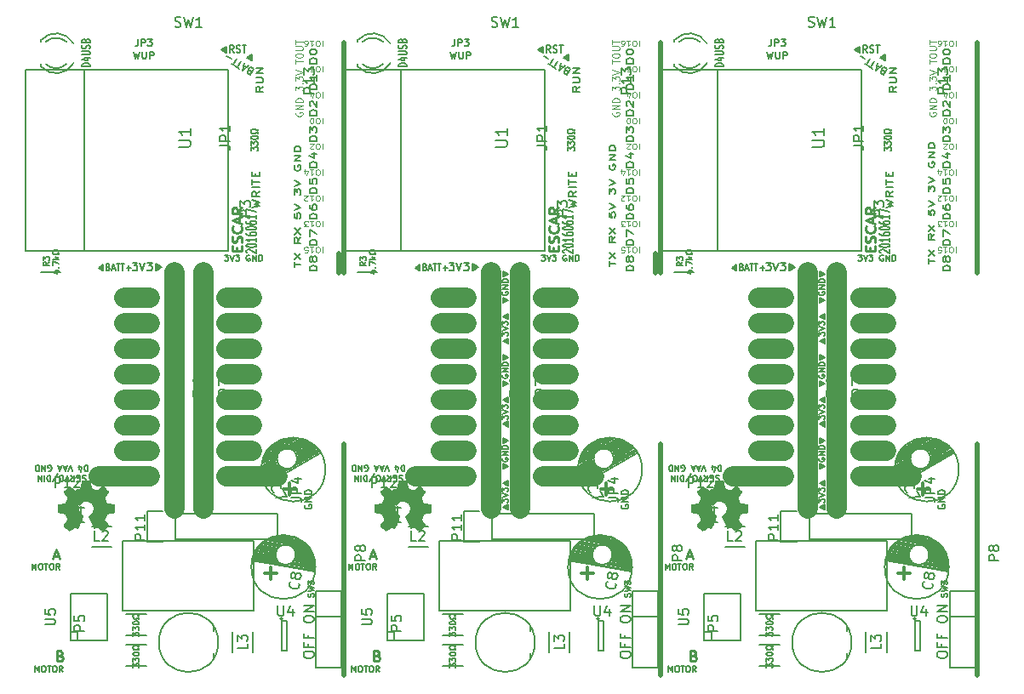
<source format=gbr>
G04 #@! TF.FileFunction,Legend,Top*
%FSLAX46Y46*%
G04 Gerber Fmt 4.6, Leading zero omitted, Abs format (unit mm)*
G04 Created by KiCad (PCBNEW 4.0.2-4+6225~38~ubuntu15.04.1-stable) date 2016年06月17日 16時11分24秒*
%MOMM*%
G01*
G04 APERTURE LIST*
%ADD10C,0.100000*%
%ADD11C,0.150000*%
%ADD12C,0.175000*%
%ADD13C,0.200000*%
%ADD14C,0.125000*%
%ADD15C,2.000000*%
%ADD16C,0.170000*%
%ADD17C,0.250000*%
%ADD18C,0.300000*%
%ADD19C,0.500000*%
%ADD20C,0.002540*%
G04 APERTURE END LIST*
D10*
D11*
X223671429Y-74067617D02*
X223671429Y-73541903D01*
X224271429Y-73804760D02*
X223671429Y-73804760D01*
X223671429Y-73322855D02*
X224271429Y-72709522D01*
X223671429Y-72709522D02*
X224271429Y-73322855D01*
X224271429Y-71132380D02*
X223985714Y-71439047D01*
X224271429Y-71658094D02*
X223671429Y-71658094D01*
X223671429Y-71307618D01*
X223700000Y-71219999D01*
X223728571Y-71176190D01*
X223785714Y-71132380D01*
X223871429Y-71132380D01*
X223928571Y-71176190D01*
X223957143Y-71219999D01*
X223985714Y-71307618D01*
X223985714Y-71658094D01*
X223671429Y-70825713D02*
X224271429Y-70212380D01*
X223671429Y-70212380D02*
X224271429Y-70825713D01*
X223671429Y-68722857D02*
X223671429Y-69160952D01*
X223957143Y-69204762D01*
X223928571Y-69160952D01*
X223900000Y-69073333D01*
X223900000Y-68854286D01*
X223928571Y-68766667D01*
X223957143Y-68722857D01*
X224014286Y-68679048D01*
X224157143Y-68679048D01*
X224214286Y-68722857D01*
X224242857Y-68766667D01*
X224271429Y-68854286D01*
X224271429Y-69073333D01*
X224242857Y-69160952D01*
X224214286Y-69204762D01*
X223671429Y-68416191D02*
X224271429Y-68109524D01*
X223671429Y-67802858D01*
X223671429Y-66882858D02*
X223671429Y-66313335D01*
X223900000Y-66620001D01*
X223900000Y-66488573D01*
X223928571Y-66400954D01*
X223957143Y-66357144D01*
X224014286Y-66313335D01*
X224157143Y-66313335D01*
X224214286Y-66357144D01*
X224242857Y-66400954D01*
X224271429Y-66488573D01*
X224271429Y-66751430D01*
X224242857Y-66839049D01*
X224214286Y-66882858D01*
X223671429Y-66050478D02*
X224271429Y-65743811D01*
X223671429Y-65437145D01*
X223700000Y-63947622D02*
X223671429Y-64035241D01*
X223671429Y-64166669D01*
X223700000Y-64298098D01*
X223757143Y-64385717D01*
X223814286Y-64429526D01*
X223928571Y-64473336D01*
X224014286Y-64473336D01*
X224128571Y-64429526D01*
X224185714Y-64385717D01*
X224242857Y-64298098D01*
X224271429Y-64166669D01*
X224271429Y-64079050D01*
X224242857Y-63947622D01*
X224214286Y-63903812D01*
X224014286Y-63903812D01*
X224014286Y-64079050D01*
X224271429Y-63509526D02*
X223671429Y-63509526D01*
X224271429Y-62983812D01*
X223671429Y-62983812D01*
X224271429Y-62545716D02*
X223671429Y-62545716D01*
X223671429Y-62326669D01*
X223700000Y-62195240D01*
X223757143Y-62107621D01*
X223814286Y-62063812D01*
X223928571Y-62020002D01*
X224014286Y-62020002D01*
X224128571Y-62063812D01*
X224185714Y-62107621D01*
X224242857Y-62195240D01*
X224271429Y-62326669D01*
X224271429Y-62545716D01*
X225816667Y-74765479D02*
X225116667Y-74765479D01*
X225116667Y-74539288D01*
X225150000Y-74403574D01*
X225216667Y-74313098D01*
X225283333Y-74267859D01*
X225416667Y-74222621D01*
X225516667Y-74222621D01*
X225650000Y-74267859D01*
X225716667Y-74313098D01*
X225783333Y-74403574D01*
X225816667Y-74539288D01*
X225816667Y-74765479D01*
X225416667Y-73679764D02*
X225383333Y-73770240D01*
X225350000Y-73815479D01*
X225283333Y-73860717D01*
X225250000Y-73860717D01*
X225183333Y-73815479D01*
X225150000Y-73770240D01*
X225116667Y-73679764D01*
X225116667Y-73498812D01*
X225150000Y-73408336D01*
X225183333Y-73363098D01*
X225250000Y-73317859D01*
X225283333Y-73317859D01*
X225350000Y-73363098D01*
X225383333Y-73408336D01*
X225416667Y-73498812D01*
X225416667Y-73679764D01*
X225450000Y-73770240D01*
X225483333Y-73815479D01*
X225550000Y-73860717D01*
X225683333Y-73860717D01*
X225750000Y-73815479D01*
X225783333Y-73770240D01*
X225816667Y-73679764D01*
X225816667Y-73498812D01*
X225783333Y-73408336D01*
X225750000Y-73363098D01*
X225683333Y-73317859D01*
X225550000Y-73317859D01*
X225483333Y-73363098D01*
X225450000Y-73408336D01*
X225416667Y-73498812D01*
X225816667Y-72186907D02*
X225116667Y-72186907D01*
X225116667Y-71960716D01*
X225150000Y-71825002D01*
X225216667Y-71734526D01*
X225283333Y-71689287D01*
X225416667Y-71644049D01*
X225516667Y-71644049D01*
X225650000Y-71689287D01*
X225716667Y-71734526D01*
X225783333Y-71825002D01*
X225816667Y-71960716D01*
X225816667Y-72186907D01*
X225116667Y-71327383D02*
X225116667Y-70694049D01*
X225816667Y-71101192D01*
X225816667Y-69608335D02*
X225116667Y-69608335D01*
X225116667Y-69382144D01*
X225150000Y-69246430D01*
X225216667Y-69155954D01*
X225283333Y-69110715D01*
X225416667Y-69065477D01*
X225516667Y-69065477D01*
X225650000Y-69110715D01*
X225716667Y-69155954D01*
X225783333Y-69246430D01*
X225816667Y-69382144D01*
X225816667Y-69608335D01*
X225116667Y-68251192D02*
X225116667Y-68432144D01*
X225150000Y-68522620D01*
X225183333Y-68567858D01*
X225283333Y-68658335D01*
X225416667Y-68703573D01*
X225683333Y-68703573D01*
X225750000Y-68658335D01*
X225783333Y-68613096D01*
X225816667Y-68522620D01*
X225816667Y-68341668D01*
X225783333Y-68251192D01*
X225750000Y-68205954D01*
X225683333Y-68160715D01*
X225516667Y-68160715D01*
X225450000Y-68205954D01*
X225416667Y-68251192D01*
X225383333Y-68341668D01*
X225383333Y-68522620D01*
X225416667Y-68613096D01*
X225450000Y-68658335D01*
X225516667Y-68703573D01*
X225816667Y-67029763D02*
X225116667Y-67029763D01*
X225116667Y-66803572D01*
X225150000Y-66667858D01*
X225216667Y-66577382D01*
X225283333Y-66532143D01*
X225416667Y-66486905D01*
X225516667Y-66486905D01*
X225650000Y-66532143D01*
X225716667Y-66577382D01*
X225783333Y-66667858D01*
X225816667Y-66803572D01*
X225816667Y-67029763D01*
X225116667Y-65627382D02*
X225116667Y-66079763D01*
X225450000Y-66125001D01*
X225416667Y-66079763D01*
X225383333Y-65989286D01*
X225383333Y-65763096D01*
X225416667Y-65672620D01*
X225450000Y-65627382D01*
X225516667Y-65582143D01*
X225683333Y-65582143D01*
X225750000Y-65627382D01*
X225783333Y-65672620D01*
X225816667Y-65763096D01*
X225816667Y-65989286D01*
X225783333Y-66079763D01*
X225750000Y-66125001D01*
X225816667Y-64451191D02*
X225116667Y-64451191D01*
X225116667Y-64225000D01*
X225150000Y-64089286D01*
X225216667Y-63998810D01*
X225283333Y-63953571D01*
X225416667Y-63908333D01*
X225516667Y-63908333D01*
X225650000Y-63953571D01*
X225716667Y-63998810D01*
X225783333Y-64089286D01*
X225816667Y-64225000D01*
X225816667Y-64451191D01*
X225350000Y-63094048D02*
X225816667Y-63094048D01*
X225083333Y-63320238D02*
X225583333Y-63546429D01*
X225583333Y-62958333D01*
X225816667Y-61872619D02*
X225116667Y-61872619D01*
X225116667Y-61646428D01*
X225150000Y-61510714D01*
X225216667Y-61420238D01*
X225283333Y-61374999D01*
X225416667Y-61329761D01*
X225516667Y-61329761D01*
X225650000Y-61374999D01*
X225716667Y-61420238D01*
X225783333Y-61510714D01*
X225816667Y-61646428D01*
X225816667Y-61872619D01*
X225116667Y-61013095D02*
X225116667Y-60424999D01*
X225383333Y-60741666D01*
X225383333Y-60605952D01*
X225416667Y-60515476D01*
X225450000Y-60470238D01*
X225516667Y-60424999D01*
X225683333Y-60424999D01*
X225750000Y-60470238D01*
X225783333Y-60515476D01*
X225816667Y-60605952D01*
X225816667Y-60877380D01*
X225783333Y-60967857D01*
X225750000Y-61013095D01*
X225816667Y-59294047D02*
X225116667Y-59294047D01*
X225116667Y-59067856D01*
X225150000Y-58932142D01*
X225216667Y-58841666D01*
X225283333Y-58796427D01*
X225416667Y-58751189D01*
X225516667Y-58751189D01*
X225650000Y-58796427D01*
X225716667Y-58841666D01*
X225783333Y-58932142D01*
X225816667Y-59067856D01*
X225816667Y-59294047D01*
X225183333Y-58389285D02*
X225150000Y-58344047D01*
X225116667Y-58253570D01*
X225116667Y-58027380D01*
X225150000Y-57936904D01*
X225183333Y-57891666D01*
X225250000Y-57846427D01*
X225316667Y-57846427D01*
X225416667Y-57891666D01*
X225816667Y-58434523D01*
X225816667Y-57846427D01*
X225816667Y-56715475D02*
X225116667Y-56715475D01*
X225116667Y-56489284D01*
X225150000Y-56353570D01*
X225216667Y-56263094D01*
X225283333Y-56217855D01*
X225416667Y-56172617D01*
X225516667Y-56172617D01*
X225650000Y-56217855D01*
X225716667Y-56263094D01*
X225783333Y-56353570D01*
X225816667Y-56489284D01*
X225816667Y-56715475D01*
X225816667Y-55267855D02*
X225816667Y-55810713D01*
X225816667Y-55539284D02*
X225116667Y-55539284D01*
X225216667Y-55629760D01*
X225283333Y-55720236D01*
X225316667Y-55810713D01*
X225816667Y-54136903D02*
X225116667Y-54136903D01*
X225116667Y-53910712D01*
X225150000Y-53774998D01*
X225216667Y-53684522D01*
X225283333Y-53639283D01*
X225416667Y-53594045D01*
X225516667Y-53594045D01*
X225650000Y-53639283D01*
X225716667Y-53684522D01*
X225783333Y-53774998D01*
X225816667Y-53910712D01*
X225816667Y-54136903D01*
X225116667Y-53005950D02*
X225116667Y-52915474D01*
X225150000Y-52824998D01*
X225183333Y-52779760D01*
X225250000Y-52734522D01*
X225383333Y-52689283D01*
X225550000Y-52689283D01*
X225683333Y-52734522D01*
X225750000Y-52779760D01*
X225783333Y-52824998D01*
X225816667Y-52915474D01*
X225816667Y-53005950D01*
X225783333Y-53096426D01*
X225750000Y-53141664D01*
X225683333Y-53186903D01*
X225550000Y-53232141D01*
X225383333Y-53232141D01*
X225250000Y-53186903D01*
X225183333Y-53141664D01*
X225150000Y-53096426D01*
X225116667Y-53005950D01*
X194316667Y-74765479D02*
X193616667Y-74765479D01*
X193616667Y-74539288D01*
X193650000Y-74403574D01*
X193716667Y-74313098D01*
X193783333Y-74267859D01*
X193916667Y-74222621D01*
X194016667Y-74222621D01*
X194150000Y-74267859D01*
X194216667Y-74313098D01*
X194283333Y-74403574D01*
X194316667Y-74539288D01*
X194316667Y-74765479D01*
X193916667Y-73679764D02*
X193883333Y-73770240D01*
X193850000Y-73815479D01*
X193783333Y-73860717D01*
X193750000Y-73860717D01*
X193683333Y-73815479D01*
X193650000Y-73770240D01*
X193616667Y-73679764D01*
X193616667Y-73498812D01*
X193650000Y-73408336D01*
X193683333Y-73363098D01*
X193750000Y-73317859D01*
X193783333Y-73317859D01*
X193850000Y-73363098D01*
X193883333Y-73408336D01*
X193916667Y-73498812D01*
X193916667Y-73679764D01*
X193950000Y-73770240D01*
X193983333Y-73815479D01*
X194050000Y-73860717D01*
X194183333Y-73860717D01*
X194250000Y-73815479D01*
X194283333Y-73770240D01*
X194316667Y-73679764D01*
X194316667Y-73498812D01*
X194283333Y-73408336D01*
X194250000Y-73363098D01*
X194183333Y-73317859D01*
X194050000Y-73317859D01*
X193983333Y-73363098D01*
X193950000Y-73408336D01*
X193916667Y-73498812D01*
X194316667Y-72186907D02*
X193616667Y-72186907D01*
X193616667Y-71960716D01*
X193650000Y-71825002D01*
X193716667Y-71734526D01*
X193783333Y-71689287D01*
X193916667Y-71644049D01*
X194016667Y-71644049D01*
X194150000Y-71689287D01*
X194216667Y-71734526D01*
X194283333Y-71825002D01*
X194316667Y-71960716D01*
X194316667Y-72186907D01*
X193616667Y-71327383D02*
X193616667Y-70694049D01*
X194316667Y-71101192D01*
X194316667Y-69608335D02*
X193616667Y-69608335D01*
X193616667Y-69382144D01*
X193650000Y-69246430D01*
X193716667Y-69155954D01*
X193783333Y-69110715D01*
X193916667Y-69065477D01*
X194016667Y-69065477D01*
X194150000Y-69110715D01*
X194216667Y-69155954D01*
X194283333Y-69246430D01*
X194316667Y-69382144D01*
X194316667Y-69608335D01*
X193616667Y-68251192D02*
X193616667Y-68432144D01*
X193650000Y-68522620D01*
X193683333Y-68567858D01*
X193783333Y-68658335D01*
X193916667Y-68703573D01*
X194183333Y-68703573D01*
X194250000Y-68658335D01*
X194283333Y-68613096D01*
X194316667Y-68522620D01*
X194316667Y-68341668D01*
X194283333Y-68251192D01*
X194250000Y-68205954D01*
X194183333Y-68160715D01*
X194016667Y-68160715D01*
X193950000Y-68205954D01*
X193916667Y-68251192D01*
X193883333Y-68341668D01*
X193883333Y-68522620D01*
X193916667Y-68613096D01*
X193950000Y-68658335D01*
X194016667Y-68703573D01*
X194316667Y-67029763D02*
X193616667Y-67029763D01*
X193616667Y-66803572D01*
X193650000Y-66667858D01*
X193716667Y-66577382D01*
X193783333Y-66532143D01*
X193916667Y-66486905D01*
X194016667Y-66486905D01*
X194150000Y-66532143D01*
X194216667Y-66577382D01*
X194283333Y-66667858D01*
X194316667Y-66803572D01*
X194316667Y-67029763D01*
X193616667Y-65627382D02*
X193616667Y-66079763D01*
X193950000Y-66125001D01*
X193916667Y-66079763D01*
X193883333Y-65989286D01*
X193883333Y-65763096D01*
X193916667Y-65672620D01*
X193950000Y-65627382D01*
X194016667Y-65582143D01*
X194183333Y-65582143D01*
X194250000Y-65627382D01*
X194283333Y-65672620D01*
X194316667Y-65763096D01*
X194316667Y-65989286D01*
X194283333Y-66079763D01*
X194250000Y-66125001D01*
X194316667Y-64451191D02*
X193616667Y-64451191D01*
X193616667Y-64225000D01*
X193650000Y-64089286D01*
X193716667Y-63998810D01*
X193783333Y-63953571D01*
X193916667Y-63908333D01*
X194016667Y-63908333D01*
X194150000Y-63953571D01*
X194216667Y-63998810D01*
X194283333Y-64089286D01*
X194316667Y-64225000D01*
X194316667Y-64451191D01*
X193850000Y-63094048D02*
X194316667Y-63094048D01*
X193583333Y-63320238D02*
X194083333Y-63546429D01*
X194083333Y-62958333D01*
X194316667Y-61872619D02*
X193616667Y-61872619D01*
X193616667Y-61646428D01*
X193650000Y-61510714D01*
X193716667Y-61420238D01*
X193783333Y-61374999D01*
X193916667Y-61329761D01*
X194016667Y-61329761D01*
X194150000Y-61374999D01*
X194216667Y-61420238D01*
X194283333Y-61510714D01*
X194316667Y-61646428D01*
X194316667Y-61872619D01*
X193616667Y-61013095D02*
X193616667Y-60424999D01*
X193883333Y-60741666D01*
X193883333Y-60605952D01*
X193916667Y-60515476D01*
X193950000Y-60470238D01*
X194016667Y-60424999D01*
X194183333Y-60424999D01*
X194250000Y-60470238D01*
X194283333Y-60515476D01*
X194316667Y-60605952D01*
X194316667Y-60877380D01*
X194283333Y-60967857D01*
X194250000Y-61013095D01*
X194316667Y-59294047D02*
X193616667Y-59294047D01*
X193616667Y-59067856D01*
X193650000Y-58932142D01*
X193716667Y-58841666D01*
X193783333Y-58796427D01*
X193916667Y-58751189D01*
X194016667Y-58751189D01*
X194150000Y-58796427D01*
X194216667Y-58841666D01*
X194283333Y-58932142D01*
X194316667Y-59067856D01*
X194316667Y-59294047D01*
X193683333Y-58389285D02*
X193650000Y-58344047D01*
X193616667Y-58253570D01*
X193616667Y-58027380D01*
X193650000Y-57936904D01*
X193683333Y-57891666D01*
X193750000Y-57846427D01*
X193816667Y-57846427D01*
X193916667Y-57891666D01*
X194316667Y-58434523D01*
X194316667Y-57846427D01*
X194316667Y-56715475D02*
X193616667Y-56715475D01*
X193616667Y-56489284D01*
X193650000Y-56353570D01*
X193716667Y-56263094D01*
X193783333Y-56217855D01*
X193916667Y-56172617D01*
X194016667Y-56172617D01*
X194150000Y-56217855D01*
X194216667Y-56263094D01*
X194283333Y-56353570D01*
X194316667Y-56489284D01*
X194316667Y-56715475D01*
X194316667Y-55267855D02*
X194316667Y-55810713D01*
X194316667Y-55539284D02*
X193616667Y-55539284D01*
X193716667Y-55629760D01*
X193783333Y-55720236D01*
X193816667Y-55810713D01*
X194316667Y-54136903D02*
X193616667Y-54136903D01*
X193616667Y-53910712D01*
X193650000Y-53774998D01*
X193716667Y-53684522D01*
X193783333Y-53639283D01*
X193916667Y-53594045D01*
X194016667Y-53594045D01*
X194150000Y-53639283D01*
X194216667Y-53684522D01*
X194283333Y-53774998D01*
X194316667Y-53910712D01*
X194316667Y-54136903D01*
X193616667Y-53005950D02*
X193616667Y-52915474D01*
X193650000Y-52824998D01*
X193683333Y-52779760D01*
X193750000Y-52734522D01*
X193883333Y-52689283D01*
X194050000Y-52689283D01*
X194183333Y-52734522D01*
X194250000Y-52779760D01*
X194283333Y-52824998D01*
X194316667Y-52915474D01*
X194316667Y-53005950D01*
X194283333Y-53096426D01*
X194250000Y-53141664D01*
X194183333Y-53186903D01*
X194050000Y-53232141D01*
X193883333Y-53232141D01*
X193750000Y-53186903D01*
X193683333Y-53141664D01*
X193650000Y-53096426D01*
X193616667Y-53005950D01*
D12*
X176541667Y-51686667D02*
X176541667Y-52186667D01*
X176508333Y-52286667D01*
X176441667Y-52353333D01*
X176341667Y-52386667D01*
X176275000Y-52386667D01*
X176875000Y-52386667D02*
X176875000Y-51686667D01*
X177141666Y-51686667D01*
X177208333Y-51720000D01*
X177241666Y-51753333D01*
X177275000Y-51820000D01*
X177275000Y-51920000D01*
X177241666Y-51986667D01*
X177208333Y-52020000D01*
X177141666Y-52053333D01*
X176875000Y-52053333D01*
X177508333Y-51686667D02*
X177941666Y-51686667D01*
X177708333Y-51953333D01*
X177808333Y-51953333D01*
X177875000Y-51986667D01*
X177908333Y-52020000D01*
X177941666Y-52086667D01*
X177941666Y-52253333D01*
X177908333Y-52320000D01*
X177875000Y-52353333D01*
X177808333Y-52386667D01*
X177608333Y-52386667D01*
X177541666Y-52353333D01*
X177508333Y-52320000D01*
X185298334Y-53021667D02*
X185298334Y-52488333D01*
X185265000Y-52988333D02*
X185265000Y-52521667D01*
X185231667Y-52988333D02*
X185231667Y-52521667D01*
X185198334Y-52955000D02*
X185198334Y-52555000D01*
X185165000Y-52955000D02*
X185165000Y-52555000D01*
X185131667Y-52921667D02*
X185131667Y-52588333D01*
X185098334Y-52921667D02*
X185098334Y-52588333D01*
X185065000Y-52888333D02*
X185065000Y-52621667D01*
X185031667Y-52855000D02*
X185031667Y-52655000D01*
X184998334Y-52855000D02*
X184998334Y-52655000D01*
X184965000Y-52821667D02*
X184965000Y-52688333D01*
X184931667Y-52821667D02*
X184931667Y-52688333D01*
X184898334Y-52755000D02*
X184865000Y-52755000D01*
X184898334Y-52788333D02*
X184898334Y-52721667D01*
X185331667Y-53021667D02*
X184831667Y-52755000D01*
X185331667Y-52488333D01*
X184798334Y-52755000D02*
X185331667Y-52455000D01*
X185331667Y-53055000D01*
X184798334Y-52755000D01*
X186065001Y-53021667D02*
X185831667Y-52688333D01*
X185665001Y-53021667D02*
X185665001Y-52321667D01*
X185931667Y-52321667D01*
X185998334Y-52355000D01*
X186031667Y-52388333D01*
X186065001Y-52455000D01*
X186065001Y-52555000D01*
X186031667Y-52621667D01*
X185998334Y-52655000D01*
X185931667Y-52688333D01*
X185665001Y-52688333D01*
X186331667Y-52988333D02*
X186431667Y-53021667D01*
X186598334Y-53021667D01*
X186665001Y-52988333D01*
X186698334Y-52955000D01*
X186731667Y-52888333D01*
X186731667Y-52821667D01*
X186698334Y-52755000D01*
X186665001Y-52721667D01*
X186598334Y-52688333D01*
X186465001Y-52655000D01*
X186398334Y-52621667D01*
X186365001Y-52588333D01*
X186331667Y-52521667D01*
X186331667Y-52455000D01*
X186365001Y-52388333D01*
X186398334Y-52355000D01*
X186465001Y-52321667D01*
X186631667Y-52321667D01*
X186731667Y-52355000D01*
X186931668Y-52321667D02*
X187331668Y-52321667D01*
X187131668Y-53021667D02*
X187131668Y-52321667D01*
X187640840Y-54826431D02*
X187570904Y-54747564D01*
X187558704Y-54702029D01*
X187563168Y-54627628D01*
X187613168Y-54541025D01*
X187675370Y-54499957D01*
X187720904Y-54487756D01*
X187795306Y-54492222D01*
X188026246Y-54625555D01*
X187676246Y-55231773D01*
X187474173Y-55115106D01*
X187433105Y-55052905D01*
X187420904Y-55007372D01*
X187425370Y-54932970D01*
X187458704Y-54875235D01*
X187520904Y-54834167D01*
X187566438Y-54821965D01*
X187640840Y-54826431D01*
X187842912Y-54943098D01*
X187348896Y-54465427D02*
X187060220Y-54298760D01*
X187506630Y-54325555D02*
X186954558Y-54815106D01*
X187102486Y-54092222D01*
X186637015Y-54631773D02*
X186290605Y-54431773D01*
X186813810Y-53925555D02*
X186463810Y-54531773D01*
X186175135Y-54365106D02*
X185828725Y-54165106D01*
X186351930Y-53658888D02*
X186001930Y-54265106D01*
X185843319Y-53673162D02*
X185381439Y-53406496D01*
X187429986Y-53524976D02*
X187413319Y-53553844D01*
X187492186Y-53483908D02*
X187442186Y-53570510D01*
X187554388Y-53442839D02*
X187471054Y-53587177D01*
X187616588Y-53401770D02*
X187499921Y-53603844D01*
X187662122Y-53389570D02*
X187528789Y-53620510D01*
X187724324Y-53348501D02*
X187557657Y-53637177D01*
X187786524Y-53307433D02*
X187586524Y-53653844D01*
X187848725Y-53266365D02*
X187615391Y-53670510D01*
X187910926Y-53225296D02*
X187644259Y-53687177D01*
X187906460Y-53299698D02*
X187673126Y-53703844D01*
X187901994Y-53374100D02*
X187701994Y-53720510D01*
X187897529Y-53448501D02*
X187730862Y-53737177D01*
X187893062Y-53522903D02*
X187759729Y-53753844D01*
X187905263Y-53568437D02*
X187788596Y-53770510D01*
X187900798Y-53642839D02*
X187817464Y-53787177D01*
X187896331Y-53717241D02*
X187846331Y-53803844D01*
X187875199Y-53820510D02*
X187894259Y-53254164D01*
X187413319Y-53553844D01*
X187891866Y-53791642D02*
X187875199Y-53820510D01*
X187910926Y-53225296D02*
X187904067Y-53837177D01*
X187384452Y-53537177D01*
X187910926Y-53225296D01*
D13*
X193023881Y-113061453D02*
X193023881Y-112870976D01*
X193071500Y-112775738D01*
X193166738Y-112680500D01*
X193357214Y-112632881D01*
X193690548Y-112632881D01*
X193881024Y-112680500D01*
X193976262Y-112775738D01*
X194023881Y-112870976D01*
X194023881Y-113061453D01*
X193976262Y-113156691D01*
X193881024Y-113251929D01*
X193690548Y-113299548D01*
X193357214Y-113299548D01*
X193166738Y-113251929D01*
X193071500Y-113156691D01*
X193023881Y-113061453D01*
X193500071Y-111870976D02*
X193500071Y-112204310D01*
X194023881Y-112204310D02*
X193023881Y-112204310D01*
X193023881Y-111728119D01*
X193500071Y-111013833D02*
X193500071Y-111347167D01*
X194023881Y-111347167D02*
X193023881Y-111347167D01*
X193023881Y-110870976D01*
X193023881Y-109537643D02*
X193023881Y-109347166D01*
X193071500Y-109251928D01*
X193166738Y-109156690D01*
X193357214Y-109109071D01*
X193690548Y-109109071D01*
X193881024Y-109156690D01*
X193976262Y-109251928D01*
X194023881Y-109347166D01*
X194023881Y-109537643D01*
X193976262Y-109632881D01*
X193881024Y-109728119D01*
X193690548Y-109775738D01*
X193357214Y-109775738D01*
X193166738Y-109728119D01*
X193071500Y-109632881D01*
X193023881Y-109537643D01*
X194023881Y-108680500D02*
X193023881Y-108680500D01*
X194023881Y-108109071D01*
X193023881Y-108109071D01*
D12*
X193158000Y-98069333D02*
X193124667Y-98135999D01*
X193124667Y-98235999D01*
X193158000Y-98335999D01*
X193224667Y-98402666D01*
X193291333Y-98435999D01*
X193424667Y-98469333D01*
X193524667Y-98469333D01*
X193658000Y-98435999D01*
X193724667Y-98402666D01*
X193791333Y-98335999D01*
X193824667Y-98235999D01*
X193824667Y-98169333D01*
X193791333Y-98069333D01*
X193758000Y-98035999D01*
X193524667Y-98035999D01*
X193524667Y-98169333D01*
X193824667Y-97735999D02*
X193124667Y-97735999D01*
X193824667Y-97335999D01*
X193124667Y-97335999D01*
X193824667Y-97002666D02*
X193124667Y-97002666D01*
X193124667Y-96836000D01*
X193158000Y-96736000D01*
X193224667Y-96669333D01*
X193291333Y-96636000D01*
X193424667Y-96602666D01*
X193524667Y-96602666D01*
X193658000Y-96636000D01*
X193724667Y-96669333D01*
X193791333Y-96736000D01*
X193824667Y-96836000D01*
X193824667Y-97002666D01*
D11*
X166012858Y-104513029D02*
X166012858Y-103913029D01*
X166212858Y-104341600D01*
X166412858Y-103913029D01*
X166412858Y-104513029D01*
X166812858Y-103913029D02*
X166927144Y-103913029D01*
X166984286Y-103941600D01*
X167041429Y-103998743D01*
X167070001Y-104113029D01*
X167070001Y-104313029D01*
X167041429Y-104427314D01*
X166984286Y-104484457D01*
X166927144Y-104513029D01*
X166812858Y-104513029D01*
X166755715Y-104484457D01*
X166698572Y-104427314D01*
X166670001Y-104313029D01*
X166670001Y-104113029D01*
X166698572Y-103998743D01*
X166755715Y-103941600D01*
X166812858Y-103913029D01*
X167241429Y-103913029D02*
X167584286Y-103913029D01*
X167412857Y-104513029D02*
X167412857Y-103913029D01*
X167898572Y-103913029D02*
X168012858Y-103913029D01*
X168070000Y-103941600D01*
X168127143Y-103998743D01*
X168155715Y-104113029D01*
X168155715Y-104313029D01*
X168127143Y-104427314D01*
X168070000Y-104484457D01*
X168012858Y-104513029D01*
X167898572Y-104513029D01*
X167841429Y-104484457D01*
X167784286Y-104427314D01*
X167755715Y-104313029D01*
X167755715Y-104113029D01*
X167784286Y-103998743D01*
X167841429Y-103941600D01*
X167898572Y-103913029D01*
X168755714Y-104513029D02*
X168555714Y-104227314D01*
X168412857Y-104513029D02*
X168412857Y-103913029D01*
X168641429Y-103913029D01*
X168698571Y-103941600D01*
X168727143Y-103970171D01*
X168755714Y-104027314D01*
X168755714Y-104113029D01*
X168727143Y-104170171D01*
X168698571Y-104198743D01*
X168641429Y-104227314D01*
X168412857Y-104227314D01*
X166317715Y-114698429D02*
X166317715Y-114098429D01*
X166517715Y-114527000D01*
X166717715Y-114098429D01*
X166717715Y-114698429D01*
X167117715Y-114098429D02*
X167232001Y-114098429D01*
X167289143Y-114127000D01*
X167346286Y-114184143D01*
X167374858Y-114298429D01*
X167374858Y-114498429D01*
X167346286Y-114612714D01*
X167289143Y-114669857D01*
X167232001Y-114698429D01*
X167117715Y-114698429D01*
X167060572Y-114669857D01*
X167003429Y-114612714D01*
X166974858Y-114498429D01*
X166974858Y-114298429D01*
X167003429Y-114184143D01*
X167060572Y-114127000D01*
X167117715Y-114098429D01*
X167546286Y-114098429D02*
X167889143Y-114098429D01*
X167717714Y-114698429D02*
X167717714Y-114098429D01*
X168203429Y-114098429D02*
X168317715Y-114098429D01*
X168374857Y-114127000D01*
X168432000Y-114184143D01*
X168460572Y-114298429D01*
X168460572Y-114498429D01*
X168432000Y-114612714D01*
X168374857Y-114669857D01*
X168317715Y-114698429D01*
X168203429Y-114698429D01*
X168146286Y-114669857D01*
X168089143Y-114612714D01*
X168060572Y-114498429D01*
X168060572Y-114298429D01*
X168089143Y-114184143D01*
X168146286Y-114127000D01*
X168203429Y-114098429D01*
X169060571Y-114698429D02*
X168860571Y-114412714D01*
X168717714Y-114698429D02*
X168717714Y-114098429D01*
X168946286Y-114098429D01*
X169003428Y-114127000D01*
X169032000Y-114155571D01*
X169060571Y-114212714D01*
X169060571Y-114298429D01*
X169032000Y-114355571D01*
X169003428Y-114384143D01*
X168946286Y-114412714D01*
X168717714Y-114412714D01*
X187790667Y-62836286D02*
X187790667Y-62464857D01*
X188057333Y-62664857D01*
X188057333Y-62579143D01*
X188090667Y-62522000D01*
X188124000Y-62493429D01*
X188190667Y-62464857D01*
X188357333Y-62464857D01*
X188424000Y-62493429D01*
X188457333Y-62522000D01*
X188490667Y-62579143D01*
X188490667Y-62750571D01*
X188457333Y-62807714D01*
X188424000Y-62836286D01*
X187790667Y-62264857D02*
X187790667Y-61893428D01*
X188057333Y-62093428D01*
X188057333Y-62007714D01*
X188090667Y-61950571D01*
X188124000Y-61922000D01*
X188190667Y-61893428D01*
X188357333Y-61893428D01*
X188424000Y-61922000D01*
X188457333Y-61950571D01*
X188490667Y-62007714D01*
X188490667Y-62179142D01*
X188457333Y-62236285D01*
X188424000Y-62264857D01*
X187790667Y-61521999D02*
X187790667Y-61464856D01*
X187824000Y-61407713D01*
X187857333Y-61379142D01*
X187924000Y-61350571D01*
X188057333Y-61321999D01*
X188224000Y-61321999D01*
X188357333Y-61350571D01*
X188424000Y-61379142D01*
X188457333Y-61407713D01*
X188490667Y-61464856D01*
X188490667Y-61521999D01*
X188457333Y-61579142D01*
X188424000Y-61607713D01*
X188357333Y-61636285D01*
X188224000Y-61664856D01*
X188057333Y-61664856D01*
X187924000Y-61636285D01*
X187857333Y-61607713D01*
X187824000Y-61579142D01*
X187790667Y-61521999D01*
X188490667Y-61093427D02*
X188490667Y-60950570D01*
X188357333Y-60950570D01*
X188324000Y-61007713D01*
X188257333Y-61064856D01*
X188157333Y-61093427D01*
X187990667Y-61093427D01*
X187890667Y-61064856D01*
X187824000Y-61007713D01*
X187790667Y-60921999D01*
X187790667Y-60807713D01*
X187824000Y-60721999D01*
X187890667Y-60664856D01*
X187990667Y-60636284D01*
X188157333Y-60636284D01*
X188257333Y-60664856D01*
X188324000Y-60721999D01*
X188357333Y-60779142D01*
X188490667Y-60779142D01*
X188490667Y-60636284D01*
D14*
X192269000Y-58993619D02*
X192235667Y-59058381D01*
X192235667Y-59155524D01*
X192269000Y-59252666D01*
X192335667Y-59317428D01*
X192402333Y-59349809D01*
X192535667Y-59382190D01*
X192635667Y-59382190D01*
X192769000Y-59349809D01*
X192835667Y-59317428D01*
X192902333Y-59252666D01*
X192935667Y-59155524D01*
X192935667Y-59090762D01*
X192902333Y-58993619D01*
X192869000Y-58961238D01*
X192635667Y-58961238D01*
X192635667Y-59090762D01*
X192935667Y-58669809D02*
X192235667Y-58669809D01*
X192935667Y-58281238D01*
X192235667Y-58281238D01*
X192935667Y-57957428D02*
X192235667Y-57957428D01*
X192235667Y-57795523D01*
X192269000Y-57698381D01*
X192335667Y-57633619D01*
X192402333Y-57601238D01*
X192535667Y-57568857D01*
X192635667Y-57568857D01*
X192769000Y-57601238D01*
X192835667Y-57633619D01*
X192902333Y-57698381D01*
X192935667Y-57795523D01*
X192935667Y-57957428D01*
X192235667Y-56824095D02*
X192235667Y-56403143D01*
X192502333Y-56629809D01*
X192502333Y-56532667D01*
X192535667Y-56467905D01*
X192569000Y-56435524D01*
X192635667Y-56403143D01*
X192802333Y-56403143D01*
X192869000Y-56435524D01*
X192902333Y-56467905D01*
X192935667Y-56532667D01*
X192935667Y-56726952D01*
X192902333Y-56791714D01*
X192869000Y-56824095D01*
X192869000Y-56111714D02*
X192902333Y-56079333D01*
X192935667Y-56111714D01*
X192902333Y-56144095D01*
X192869000Y-56111714D01*
X192935667Y-56111714D01*
X192235667Y-55852666D02*
X192235667Y-55431714D01*
X192502333Y-55658380D01*
X192502333Y-55561238D01*
X192535667Y-55496476D01*
X192569000Y-55464095D01*
X192635667Y-55431714D01*
X192802333Y-55431714D01*
X192869000Y-55464095D01*
X192902333Y-55496476D01*
X192935667Y-55561238D01*
X192935667Y-55755523D01*
X192902333Y-55820285D01*
X192869000Y-55852666D01*
X192235667Y-55237428D02*
X192935667Y-55010761D01*
X192235667Y-54784095D01*
X192235667Y-54136476D02*
X192235667Y-53747905D01*
X192935667Y-53942190D02*
X192235667Y-53942190D01*
X192235667Y-53391714D02*
X192235667Y-53262191D01*
X192269000Y-53197429D01*
X192335667Y-53132667D01*
X192469000Y-53100286D01*
X192702333Y-53100286D01*
X192835667Y-53132667D01*
X192902333Y-53197429D01*
X192935667Y-53262191D01*
X192935667Y-53391714D01*
X192902333Y-53456476D01*
X192835667Y-53521238D01*
X192702333Y-53553619D01*
X192469000Y-53553619D01*
X192335667Y-53521238D01*
X192269000Y-53456476D01*
X192235667Y-53391714D01*
X192235667Y-52808857D02*
X192802333Y-52808857D01*
X192869000Y-52776476D01*
X192902333Y-52744095D01*
X192935667Y-52679333D01*
X192935667Y-52549810D01*
X192902333Y-52485048D01*
X192869000Y-52452667D01*
X192802333Y-52420286D01*
X192235667Y-52420286D01*
X192235667Y-52193619D02*
X192235667Y-51805048D01*
X192935667Y-51999333D02*
X192235667Y-51999333D01*
D13*
X175995086Y-73933105D02*
X176490324Y-73933105D01*
X176223657Y-74237867D01*
X176337943Y-74237867D01*
X176414133Y-74275962D01*
X176452229Y-74314057D01*
X176490324Y-74390248D01*
X176490324Y-74580724D01*
X176452229Y-74656914D01*
X176414133Y-74695010D01*
X176337943Y-74733105D01*
X176109371Y-74733105D01*
X176033181Y-74695010D01*
X175995086Y-74656914D01*
X176718895Y-73933105D02*
X176985562Y-74733105D01*
X177252229Y-73933105D01*
X177442705Y-73933105D02*
X177937943Y-73933105D01*
X177671276Y-74237867D01*
X177785562Y-74237867D01*
X177861752Y-74275962D01*
X177899848Y-74314057D01*
X177937943Y-74390248D01*
X177937943Y-74580724D01*
X177899848Y-74656914D01*
X177861752Y-74695010D01*
X177785562Y-74733105D01*
X177556990Y-74733105D01*
X177480800Y-74695010D01*
X177442705Y-74656914D01*
X178318895Y-74123581D02*
X178318895Y-74733105D01*
X178356991Y-74161676D02*
X178356991Y-74695010D01*
X178395086Y-74161676D02*
X178395086Y-74695010D01*
X178433181Y-74199771D02*
X178433181Y-74656914D01*
X178471276Y-74199771D02*
X178471276Y-74656914D01*
X178509372Y-74237867D02*
X178509372Y-74618819D01*
X178547467Y-74237867D02*
X178547467Y-74618819D01*
X178585562Y-74275962D02*
X178585562Y-74580724D01*
X178623657Y-74314057D02*
X178623657Y-74542629D01*
X178661753Y-74314057D02*
X178661753Y-74542629D01*
X178699848Y-74352152D02*
X178699848Y-74504533D01*
X178737943Y-74352152D02*
X178737943Y-74504533D01*
X178776038Y-74428343D02*
X178814134Y-74428343D01*
X178776038Y-74390248D02*
X178776038Y-74466438D01*
X178280800Y-74123581D02*
X178852229Y-74428343D01*
X178280800Y-74733105D01*
X178890324Y-74428343D02*
X178280800Y-74771200D01*
X178280800Y-74085486D01*
X178890324Y-74428343D01*
D15*
X180173000Y-74930000D02*
X180173000Y-98425000D01*
X183067000Y-74930000D02*
X183067000Y-98425000D01*
X185380000Y-77470000D02*
X187920000Y-77470000D01*
X175220000Y-77470000D02*
X177760000Y-77470000D01*
X185380000Y-80010000D02*
X187920000Y-80010000D01*
X175220000Y-80010000D02*
X177760000Y-80010000D01*
X175220000Y-82550000D02*
X177760000Y-82550000D01*
X175220000Y-85090000D02*
X177760000Y-85090000D01*
X185380000Y-82550000D02*
X187920000Y-82550000D01*
X185380000Y-85090000D02*
X187920000Y-85090000D01*
X185380000Y-87630000D02*
X187920000Y-87630000D01*
X175220000Y-87630000D02*
X177760000Y-87630000D01*
X175220000Y-90170000D02*
X177760000Y-90170000D01*
X185380000Y-90170000D02*
X187920000Y-90170000D01*
X175220000Y-92710000D02*
X177760000Y-92710000D01*
X172680000Y-95250000D02*
X177760000Y-95250000D01*
X185380000Y-95250000D02*
X190460000Y-95250000D01*
X185380000Y-92710000D02*
X187920000Y-92710000D01*
D16*
X176108334Y-52956667D02*
X176275001Y-53656667D01*
X176408334Y-53156667D01*
X176541667Y-53656667D01*
X176708334Y-52956667D01*
X176975001Y-52956667D02*
X176975001Y-53523333D01*
X177008334Y-53590000D01*
X177041667Y-53623333D01*
X177108334Y-53656667D01*
X177241667Y-53656667D01*
X177308334Y-53623333D01*
X177341667Y-53590000D01*
X177375001Y-53523333D01*
X177375001Y-52956667D01*
X177708334Y-53656667D02*
X177708334Y-52956667D01*
X177975000Y-52956667D01*
X178041667Y-52990000D01*
X178075000Y-53023333D01*
X178108334Y-53090000D01*
X178108334Y-53190000D01*
X178075000Y-53256667D01*
X178041667Y-53290000D01*
X177975000Y-53323333D01*
X177708334Y-53323333D01*
D11*
X187416819Y-72986630D02*
X187369200Y-72958059D01*
X187321581Y-72900916D01*
X187321581Y-72758059D01*
X187369200Y-72700916D01*
X187416819Y-72672345D01*
X187512057Y-72643773D01*
X187607295Y-72643773D01*
X187750152Y-72672345D01*
X188321581Y-73015202D01*
X188321581Y-72643773D01*
X187321581Y-72272344D02*
X187321581Y-72215201D01*
X187369200Y-72158058D01*
X187416819Y-72129487D01*
X187512057Y-72100916D01*
X187702533Y-72072344D01*
X187940629Y-72072344D01*
X188131105Y-72100916D01*
X188226343Y-72129487D01*
X188273962Y-72158058D01*
X188321581Y-72215201D01*
X188321581Y-72272344D01*
X188273962Y-72329487D01*
X188226343Y-72358058D01*
X188131105Y-72386630D01*
X187940629Y-72415201D01*
X187702533Y-72415201D01*
X187512057Y-72386630D01*
X187416819Y-72358058D01*
X187369200Y-72329487D01*
X187321581Y-72272344D01*
X188321581Y-71500915D02*
X188321581Y-71843772D01*
X188321581Y-71672344D02*
X187321581Y-71672344D01*
X187464438Y-71729487D01*
X187559676Y-71786629D01*
X187607295Y-71843772D01*
X187321581Y-70986629D02*
X187321581Y-71100915D01*
X187369200Y-71158058D01*
X187416819Y-71186629D01*
X187559676Y-71243772D01*
X187750152Y-71272343D01*
X188131105Y-71272343D01*
X188226343Y-71243772D01*
X188273962Y-71215200D01*
X188321581Y-71158058D01*
X188321581Y-71043772D01*
X188273962Y-70986629D01*
X188226343Y-70958058D01*
X188131105Y-70929486D01*
X187893010Y-70929486D01*
X187797771Y-70958058D01*
X187750152Y-70986629D01*
X187702533Y-71043772D01*
X187702533Y-71158058D01*
X187750152Y-71215200D01*
X187797771Y-71243772D01*
X187893010Y-71272343D01*
X187321581Y-70558057D02*
X187321581Y-70500914D01*
X187369200Y-70443771D01*
X187416819Y-70415200D01*
X187512057Y-70386629D01*
X187702533Y-70358057D01*
X187940629Y-70358057D01*
X188131105Y-70386629D01*
X188226343Y-70415200D01*
X188273962Y-70443771D01*
X188321581Y-70500914D01*
X188321581Y-70558057D01*
X188273962Y-70615200D01*
X188226343Y-70643771D01*
X188131105Y-70672343D01*
X187940629Y-70700914D01*
X187702533Y-70700914D01*
X187512057Y-70672343D01*
X187416819Y-70643771D01*
X187369200Y-70615200D01*
X187321581Y-70558057D01*
X187321581Y-69843771D02*
X187321581Y-69958057D01*
X187369200Y-70015200D01*
X187416819Y-70043771D01*
X187559676Y-70100914D01*
X187750152Y-70129485D01*
X188131105Y-70129485D01*
X188226343Y-70100914D01*
X188273962Y-70072342D01*
X188321581Y-70015200D01*
X188321581Y-69900914D01*
X188273962Y-69843771D01*
X188226343Y-69815200D01*
X188131105Y-69786628D01*
X187893010Y-69786628D01*
X187797771Y-69815200D01*
X187750152Y-69843771D01*
X187702533Y-69900914D01*
X187702533Y-70015200D01*
X187750152Y-70072342D01*
X187797771Y-70100914D01*
X187893010Y-70129485D01*
X188321581Y-69215199D02*
X188321581Y-69558056D01*
X188321581Y-69386628D02*
X187321581Y-69386628D01*
X187464438Y-69443771D01*
X187559676Y-69500913D01*
X187607295Y-69558056D01*
X187321581Y-69015199D02*
X187321581Y-68615199D01*
X188321581Y-68872342D01*
D17*
X186375371Y-72781848D02*
X186375371Y-72448514D01*
X186899181Y-72305657D02*
X186899181Y-72781848D01*
X185899181Y-72781848D01*
X185899181Y-72305657D01*
X186851562Y-71924705D02*
X186899181Y-71781848D01*
X186899181Y-71543752D01*
X186851562Y-71448514D01*
X186803943Y-71400895D01*
X186708705Y-71353276D01*
X186613467Y-71353276D01*
X186518229Y-71400895D01*
X186470610Y-71448514D01*
X186422990Y-71543752D01*
X186375371Y-71734229D01*
X186327752Y-71829467D01*
X186280133Y-71877086D01*
X186184895Y-71924705D01*
X186089657Y-71924705D01*
X185994419Y-71877086D01*
X185946800Y-71829467D01*
X185899181Y-71734229D01*
X185899181Y-71496133D01*
X185946800Y-71353276D01*
X186803943Y-70353276D02*
X186851562Y-70400895D01*
X186899181Y-70543752D01*
X186899181Y-70638990D01*
X186851562Y-70781848D01*
X186756324Y-70877086D01*
X186661086Y-70924705D01*
X186470610Y-70972324D01*
X186327752Y-70972324D01*
X186137276Y-70924705D01*
X186042038Y-70877086D01*
X185946800Y-70781848D01*
X185899181Y-70638990D01*
X185899181Y-70543752D01*
X185946800Y-70400895D01*
X185994419Y-70353276D01*
X186613467Y-69972324D02*
X186613467Y-69496133D01*
X186899181Y-70067562D02*
X185899181Y-69734229D01*
X186899181Y-69400895D01*
X186899181Y-68496133D02*
X186422990Y-68829467D01*
X186899181Y-69067562D02*
X185899181Y-69067562D01*
X185899181Y-68686609D01*
X185946800Y-68591371D01*
X185994419Y-68543752D01*
X186089657Y-68496133D01*
X186232514Y-68496133D01*
X186327752Y-68543752D01*
X186375371Y-68591371D01*
X186422990Y-68686609D01*
X186422990Y-69067562D01*
X168174705Y-103189067D02*
X168650896Y-103189067D01*
X168079467Y-103474781D02*
X168412800Y-102474781D01*
X168746134Y-103474781D01*
X168814429Y-113085571D02*
X168957286Y-113133190D01*
X169004905Y-113180810D01*
X169052524Y-113276048D01*
X169052524Y-113418905D01*
X169004905Y-113514143D01*
X168957286Y-113561762D01*
X168862048Y-113609381D01*
X168481095Y-113609381D01*
X168481095Y-112609381D01*
X168814429Y-112609381D01*
X168909667Y-112657000D01*
X168957286Y-112704619D01*
X169004905Y-112799857D01*
X169004905Y-112895095D01*
X168957286Y-112990333D01*
X168909667Y-113037952D01*
X168814429Y-113085571D01*
X168481095Y-113085571D01*
D11*
X173069086Y-74738667D02*
X173069086Y-74205333D01*
X173040514Y-74705333D02*
X173040514Y-74238667D01*
X173011943Y-74705333D02*
X173011943Y-74238667D01*
X172983371Y-74672000D02*
X172983371Y-74272000D01*
X172954800Y-74672000D02*
X172954800Y-74272000D01*
X172926228Y-74638667D02*
X172926228Y-74305333D01*
X172897657Y-74638667D02*
X172897657Y-74305333D01*
X172869086Y-74605333D02*
X172869086Y-74338667D01*
X172840514Y-74572000D02*
X172840514Y-74372000D01*
X172811943Y-74572000D02*
X172811943Y-74372000D01*
X172783371Y-74538667D02*
X172783371Y-74405333D01*
X172754800Y-74538667D02*
X172754800Y-74405333D01*
X172726228Y-74472000D02*
X172697657Y-74472000D01*
X172726228Y-74505333D02*
X172726228Y-74438667D01*
X173097657Y-74738667D02*
X172669086Y-74472000D01*
X173097657Y-74205333D01*
X172640514Y-74472000D02*
X173097657Y-74172000D01*
X173097657Y-74772000D01*
X172640514Y-74472000D01*
X173583371Y-74372000D02*
X173669085Y-74405333D01*
X173697657Y-74438667D01*
X173726228Y-74505333D01*
X173726228Y-74605333D01*
X173697657Y-74672000D01*
X173669085Y-74705333D01*
X173611943Y-74738667D01*
X173383371Y-74738667D01*
X173383371Y-74038667D01*
X173583371Y-74038667D01*
X173640514Y-74072000D01*
X173669085Y-74105333D01*
X173697657Y-74172000D01*
X173697657Y-74238667D01*
X173669085Y-74305333D01*
X173640514Y-74338667D01*
X173583371Y-74372000D01*
X173383371Y-74372000D01*
X173954800Y-74538667D02*
X174240514Y-74538667D01*
X173897657Y-74738667D02*
X174097657Y-74038667D01*
X174297657Y-74738667D01*
X174411943Y-74038667D02*
X174754800Y-74038667D01*
X174583371Y-74738667D02*
X174583371Y-74038667D01*
X174869086Y-74038667D02*
X175211943Y-74038667D01*
X175040514Y-74738667D02*
X175040514Y-74038667D01*
X175411943Y-74472000D02*
X175869086Y-74472000D01*
X175640515Y-74738667D02*
X175640515Y-74205333D01*
D12*
X188998667Y-56417286D02*
X188665333Y-56717286D01*
X188998667Y-56931571D02*
X188298667Y-56931571D01*
X188298667Y-56588714D01*
X188332000Y-56503000D01*
X188365333Y-56460143D01*
X188432000Y-56417286D01*
X188532000Y-56417286D01*
X188598667Y-56460143D01*
X188632000Y-56503000D01*
X188665333Y-56588714D01*
X188665333Y-56931571D01*
X188298667Y-56031571D02*
X188865333Y-56031571D01*
X188932000Y-55988714D01*
X188965333Y-55945857D01*
X188998667Y-55860143D01*
X188998667Y-55688714D01*
X188965333Y-55603000D01*
X188932000Y-55560143D01*
X188865333Y-55517286D01*
X188298667Y-55517286D01*
X188998667Y-55088714D02*
X188298667Y-55088714D01*
X188998667Y-54574429D01*
X188298667Y-54574429D01*
X187917667Y-68475000D02*
X188617667Y-68260714D01*
X188117667Y-68089285D01*
X188617667Y-67917857D01*
X187917667Y-67703571D01*
X188617667Y-66846429D02*
X188284333Y-67146429D01*
X188617667Y-67360714D02*
X187917667Y-67360714D01*
X187917667Y-67017857D01*
X187951000Y-66932143D01*
X187984333Y-66889286D01*
X188051000Y-66846429D01*
X188151000Y-66846429D01*
X188217667Y-66889286D01*
X188251000Y-66932143D01*
X188284333Y-67017857D01*
X188284333Y-67360714D01*
X188617667Y-66460714D02*
X187917667Y-66460714D01*
X187917667Y-66160715D02*
X187917667Y-65646429D01*
X188617667Y-65903572D02*
X187917667Y-65903572D01*
X188251000Y-65346429D02*
X188251000Y-65046429D01*
X188617667Y-64917858D02*
X188617667Y-65346429D01*
X187917667Y-65346429D01*
X187917667Y-64917858D01*
D10*
X194889143Y-72384714D02*
X194889143Y-72924714D01*
X194489143Y-72924714D02*
X194374857Y-72924714D01*
X194317715Y-72899000D01*
X194260572Y-72847571D01*
X194232000Y-72744714D01*
X194232000Y-72564714D01*
X194260572Y-72461857D01*
X194317715Y-72410429D01*
X194374857Y-72384714D01*
X194489143Y-72384714D01*
X194546286Y-72410429D01*
X194603429Y-72461857D01*
X194632000Y-72564714D01*
X194632000Y-72744714D01*
X194603429Y-72847571D01*
X194546286Y-72899000D01*
X194489143Y-72924714D01*
X193660572Y-72384714D02*
X194003429Y-72384714D01*
X193832001Y-72384714D02*
X193832001Y-72924714D01*
X193889144Y-72847571D01*
X193946286Y-72796143D01*
X194003429Y-72770429D01*
X193117715Y-72924714D02*
X193403429Y-72924714D01*
X193432000Y-72667571D01*
X193403429Y-72693286D01*
X193346286Y-72719000D01*
X193203429Y-72719000D01*
X193146286Y-72693286D01*
X193117715Y-72667571D01*
X193089143Y-72616143D01*
X193089143Y-72487571D01*
X193117715Y-72436143D01*
X193146286Y-72410429D01*
X193203429Y-72384714D01*
X193346286Y-72384714D01*
X193403429Y-72410429D01*
X193432000Y-72436143D01*
X194889143Y-69816714D02*
X194889143Y-70356714D01*
X194489143Y-70356714D02*
X194374857Y-70356714D01*
X194317715Y-70331000D01*
X194260572Y-70279571D01*
X194232000Y-70176714D01*
X194232000Y-69996714D01*
X194260572Y-69893857D01*
X194317715Y-69842429D01*
X194374857Y-69816714D01*
X194489143Y-69816714D01*
X194546286Y-69842429D01*
X194603429Y-69893857D01*
X194632000Y-69996714D01*
X194632000Y-70176714D01*
X194603429Y-70279571D01*
X194546286Y-70331000D01*
X194489143Y-70356714D01*
X193660572Y-69816714D02*
X194003429Y-69816714D01*
X193832001Y-69816714D02*
X193832001Y-70356714D01*
X193889144Y-70279571D01*
X193946286Y-70228143D01*
X194003429Y-70202429D01*
X193460572Y-70356714D02*
X193089143Y-70356714D01*
X193289143Y-70151000D01*
X193203429Y-70151000D01*
X193146286Y-70125286D01*
X193117715Y-70099571D01*
X193089143Y-70048143D01*
X193089143Y-69919571D01*
X193117715Y-69868143D01*
X193146286Y-69842429D01*
X193203429Y-69816714D01*
X193374857Y-69816714D01*
X193432000Y-69842429D01*
X193460572Y-69868143D01*
X194889143Y-67248714D02*
X194889143Y-67788714D01*
X194489143Y-67788714D02*
X194374857Y-67788714D01*
X194317715Y-67763000D01*
X194260572Y-67711571D01*
X194232000Y-67608714D01*
X194232000Y-67428714D01*
X194260572Y-67325857D01*
X194317715Y-67274429D01*
X194374857Y-67248714D01*
X194489143Y-67248714D01*
X194546286Y-67274429D01*
X194603429Y-67325857D01*
X194632000Y-67428714D01*
X194632000Y-67608714D01*
X194603429Y-67711571D01*
X194546286Y-67763000D01*
X194489143Y-67788714D01*
X193660572Y-67248714D02*
X194003429Y-67248714D01*
X193832001Y-67248714D02*
X193832001Y-67788714D01*
X193889144Y-67711571D01*
X193946286Y-67660143D01*
X194003429Y-67634429D01*
X193432000Y-67737286D02*
X193403429Y-67763000D01*
X193346286Y-67788714D01*
X193203429Y-67788714D01*
X193146286Y-67763000D01*
X193117715Y-67737286D01*
X193089143Y-67685857D01*
X193089143Y-67634429D01*
X193117715Y-67557286D01*
X193460572Y-67248714D01*
X193089143Y-67248714D01*
X194889143Y-64680714D02*
X194889143Y-65220714D01*
X194489143Y-65220714D02*
X194374857Y-65220714D01*
X194317715Y-65195000D01*
X194260572Y-65143571D01*
X194232000Y-65040714D01*
X194232000Y-64860714D01*
X194260572Y-64757857D01*
X194317715Y-64706429D01*
X194374857Y-64680714D01*
X194489143Y-64680714D01*
X194546286Y-64706429D01*
X194603429Y-64757857D01*
X194632000Y-64860714D01*
X194632000Y-65040714D01*
X194603429Y-65143571D01*
X194546286Y-65195000D01*
X194489143Y-65220714D01*
X193660572Y-64680714D02*
X194003429Y-64680714D01*
X193832001Y-64680714D02*
X193832001Y-65220714D01*
X193889144Y-65143571D01*
X193946286Y-65092143D01*
X194003429Y-65066429D01*
X193146286Y-65040714D02*
X193146286Y-64680714D01*
X193289143Y-65246429D02*
X193432000Y-64860714D01*
X193060572Y-64860714D01*
X194889143Y-62112714D02*
X194889143Y-62652714D01*
X194489143Y-62652714D02*
X194374857Y-62652714D01*
X194317715Y-62627000D01*
X194260572Y-62575571D01*
X194232000Y-62472714D01*
X194232000Y-62292714D01*
X194260572Y-62189857D01*
X194317715Y-62138429D01*
X194374857Y-62112714D01*
X194489143Y-62112714D01*
X194546286Y-62138429D01*
X194603429Y-62189857D01*
X194632000Y-62292714D01*
X194632000Y-62472714D01*
X194603429Y-62575571D01*
X194546286Y-62627000D01*
X194489143Y-62652714D01*
X194003429Y-62601286D02*
X193974858Y-62627000D01*
X193917715Y-62652714D01*
X193774858Y-62652714D01*
X193717715Y-62627000D01*
X193689144Y-62601286D01*
X193660572Y-62549857D01*
X193660572Y-62498429D01*
X193689144Y-62421286D01*
X194032001Y-62112714D01*
X193660572Y-62112714D01*
X194889143Y-59544714D02*
X194889143Y-60084714D01*
X194489143Y-60084714D02*
X194374857Y-60084714D01*
X194317715Y-60059000D01*
X194260572Y-60007571D01*
X194232000Y-59904714D01*
X194232000Y-59724714D01*
X194260572Y-59621857D01*
X194317715Y-59570429D01*
X194374857Y-59544714D01*
X194489143Y-59544714D01*
X194546286Y-59570429D01*
X194603429Y-59621857D01*
X194632000Y-59724714D01*
X194632000Y-59904714D01*
X194603429Y-60007571D01*
X194546286Y-60059000D01*
X194489143Y-60084714D01*
X193860572Y-60084714D02*
X193803429Y-60084714D01*
X193746286Y-60059000D01*
X193717715Y-60033286D01*
X193689144Y-59981857D01*
X193660572Y-59879000D01*
X193660572Y-59750429D01*
X193689144Y-59647571D01*
X193717715Y-59596143D01*
X193746286Y-59570429D01*
X193803429Y-59544714D01*
X193860572Y-59544714D01*
X193917715Y-59570429D01*
X193946286Y-59596143D01*
X193974858Y-59647571D01*
X194003429Y-59750429D01*
X194003429Y-59879000D01*
X193974858Y-59981857D01*
X193946286Y-60033286D01*
X193917715Y-60059000D01*
X193860572Y-60084714D01*
X194889143Y-56976714D02*
X194889143Y-57516714D01*
X194489143Y-57516714D02*
X194374857Y-57516714D01*
X194317715Y-57491000D01*
X194260572Y-57439571D01*
X194232000Y-57336714D01*
X194232000Y-57156714D01*
X194260572Y-57053857D01*
X194317715Y-57002429D01*
X194374857Y-56976714D01*
X194489143Y-56976714D01*
X194546286Y-57002429D01*
X194603429Y-57053857D01*
X194632000Y-57156714D01*
X194632000Y-57336714D01*
X194603429Y-57439571D01*
X194546286Y-57491000D01*
X194489143Y-57516714D01*
X193717715Y-57336714D02*
X193717715Y-56976714D01*
X193860572Y-57542429D02*
X194003429Y-57156714D01*
X193632001Y-57156714D01*
X194889143Y-54408714D02*
X194889143Y-54948714D01*
X194489143Y-54948714D02*
X194374857Y-54948714D01*
X194317715Y-54923000D01*
X194260572Y-54871571D01*
X194232000Y-54768714D01*
X194232000Y-54588714D01*
X194260572Y-54485857D01*
X194317715Y-54434429D01*
X194374857Y-54408714D01*
X194489143Y-54408714D01*
X194546286Y-54434429D01*
X194603429Y-54485857D01*
X194632000Y-54588714D01*
X194632000Y-54768714D01*
X194603429Y-54871571D01*
X194546286Y-54923000D01*
X194489143Y-54948714D01*
X193689144Y-54948714D02*
X193974858Y-54948714D01*
X194003429Y-54691571D01*
X193974858Y-54717286D01*
X193917715Y-54743000D01*
X193774858Y-54743000D01*
X193717715Y-54717286D01*
X193689144Y-54691571D01*
X193660572Y-54640143D01*
X193660572Y-54511571D01*
X193689144Y-54460143D01*
X193717715Y-54434429D01*
X193774858Y-54408714D01*
X193917715Y-54408714D01*
X193974858Y-54434429D01*
X194003429Y-54460143D01*
X194889143Y-51840714D02*
X194889143Y-52380714D01*
X194489143Y-52380714D02*
X194374857Y-52380714D01*
X194317715Y-52355000D01*
X194260572Y-52303571D01*
X194232000Y-52200714D01*
X194232000Y-52020714D01*
X194260572Y-51917857D01*
X194317715Y-51866429D01*
X194374857Y-51840714D01*
X194489143Y-51840714D01*
X194546286Y-51866429D01*
X194603429Y-51917857D01*
X194632000Y-52020714D01*
X194632000Y-52200714D01*
X194603429Y-52303571D01*
X194546286Y-52355000D01*
X194489143Y-52380714D01*
X193660572Y-51840714D02*
X194003429Y-51840714D01*
X193832001Y-51840714D02*
X193832001Y-52380714D01*
X193889144Y-52303571D01*
X193946286Y-52252143D01*
X194003429Y-52226429D01*
X193146286Y-52380714D02*
X193260572Y-52380714D01*
X193317715Y-52355000D01*
X193346286Y-52329286D01*
X193403429Y-52252143D01*
X193432000Y-52149286D01*
X193432000Y-51943571D01*
X193403429Y-51892143D01*
X193374857Y-51866429D01*
X193317715Y-51840714D01*
X193203429Y-51840714D01*
X193146286Y-51866429D01*
X193117715Y-51892143D01*
X193089143Y-51943571D01*
X193089143Y-52072143D01*
X193117715Y-52123571D01*
X193146286Y-52149286D01*
X193203429Y-52175000D01*
X193317715Y-52175000D01*
X193374857Y-52149286D01*
X193403429Y-52123571D01*
X193432000Y-52072143D01*
D11*
X171771905Y-54428857D02*
X170971905Y-54428857D01*
X170971905Y-54286000D01*
X171010000Y-54200285D01*
X171086190Y-54143143D01*
X171162381Y-54114571D01*
X171314762Y-54086000D01*
X171429048Y-54086000D01*
X171581429Y-54114571D01*
X171657619Y-54143143D01*
X171733810Y-54200285D01*
X171771905Y-54286000D01*
X171771905Y-54428857D01*
X171238571Y-53571714D02*
X171771905Y-53571714D01*
X170933810Y-53714571D02*
X171505238Y-53857428D01*
X171505238Y-53486000D01*
X170971905Y-53257428D02*
X171619524Y-53257428D01*
X171695714Y-53228856D01*
X171733810Y-53200285D01*
X171771905Y-53143142D01*
X171771905Y-53028856D01*
X171733810Y-52971714D01*
X171695714Y-52943142D01*
X171619524Y-52914571D01*
X170971905Y-52914571D01*
X171733810Y-52657428D02*
X171771905Y-52571714D01*
X171771905Y-52428857D01*
X171733810Y-52371714D01*
X171695714Y-52343143D01*
X171619524Y-52314571D01*
X171543333Y-52314571D01*
X171467143Y-52343143D01*
X171429048Y-52371714D01*
X171390952Y-52428857D01*
X171352857Y-52543143D01*
X171314762Y-52600285D01*
X171276667Y-52628857D01*
X171200476Y-52657428D01*
X171124286Y-52657428D01*
X171048095Y-52628857D01*
X171010000Y-52600285D01*
X170971905Y-52543143D01*
X170971905Y-52400285D01*
X171010000Y-52314571D01*
X171352857Y-51857428D02*
X171390952Y-51771714D01*
X171429048Y-51743142D01*
X171505238Y-51714571D01*
X171619524Y-51714571D01*
X171695714Y-51743142D01*
X171733810Y-51771714D01*
X171771905Y-51828856D01*
X171771905Y-52057428D01*
X170971905Y-52057428D01*
X170971905Y-51857428D01*
X171010000Y-51800285D01*
X171048095Y-51771714D01*
X171124286Y-51743142D01*
X171200476Y-51743142D01*
X171276667Y-51771714D01*
X171314762Y-51800285D01*
X171352857Y-51857428D01*
X171352857Y-52057428D01*
X171357313Y-95146543D02*
X171271599Y-95117971D01*
X171128742Y-95117971D01*
X171071599Y-95146543D01*
X171043028Y-95175114D01*
X171014456Y-95232257D01*
X171014456Y-95289400D01*
X171043028Y-95346543D01*
X171071599Y-95375114D01*
X171128742Y-95403686D01*
X171243028Y-95432257D01*
X171300170Y-95460829D01*
X171328742Y-95489400D01*
X171357313Y-95546543D01*
X171357313Y-95603686D01*
X171328742Y-95660829D01*
X171300170Y-95689400D01*
X171243028Y-95717971D01*
X171100170Y-95717971D01*
X171014456Y-95689400D01*
X170757313Y-95432257D02*
X170557313Y-95432257D01*
X170471599Y-95117971D02*
X170757313Y-95117971D01*
X170757313Y-95717971D01*
X170471599Y-95717971D01*
X169871599Y-95117971D02*
X170071599Y-95403686D01*
X170214456Y-95117971D02*
X170214456Y-95717971D01*
X169985884Y-95717971D01*
X169928742Y-95689400D01*
X169900170Y-95660829D01*
X169871599Y-95603686D01*
X169871599Y-95517971D01*
X169900170Y-95460829D01*
X169928742Y-95432257D01*
X169985884Y-95403686D01*
X170214456Y-95403686D01*
X169700170Y-95717971D02*
X169500170Y-95117971D01*
X169300170Y-95717971D01*
X168985884Y-95717971D02*
X168871598Y-95717971D01*
X168814456Y-95689400D01*
X168757313Y-95632257D01*
X168728741Y-95517971D01*
X168728741Y-95317971D01*
X168757313Y-95203686D01*
X168814456Y-95146543D01*
X168871598Y-95117971D01*
X168985884Y-95117971D01*
X169043027Y-95146543D01*
X169100170Y-95203686D01*
X169128741Y-95317971D01*
X169128741Y-95517971D01*
X169100170Y-95632257D01*
X169043027Y-95689400D01*
X168985884Y-95717971D01*
X168043027Y-95746543D02*
X168557313Y-94975114D01*
X167843028Y-95117971D02*
X167843028Y-95717971D01*
X167700171Y-95717971D01*
X167614456Y-95689400D01*
X167557314Y-95632257D01*
X167528742Y-95575114D01*
X167500171Y-95460829D01*
X167500171Y-95375114D01*
X167528742Y-95260829D01*
X167557314Y-95203686D01*
X167614456Y-95146543D01*
X167700171Y-95117971D01*
X167843028Y-95117971D01*
X167243028Y-95117971D02*
X167243028Y-95717971D01*
X166957314Y-95117971D02*
X166957314Y-95717971D01*
X166614457Y-95117971D01*
X166614457Y-95717971D01*
X171557315Y-94127971D02*
X171557315Y-94727971D01*
X171414458Y-94727971D01*
X171328743Y-94699400D01*
X171271601Y-94642257D01*
X171243029Y-94585114D01*
X171214458Y-94470829D01*
X171214458Y-94385114D01*
X171243029Y-94270829D01*
X171271601Y-94213686D01*
X171328743Y-94156543D01*
X171414458Y-94127971D01*
X171557315Y-94127971D01*
X170700172Y-94527971D02*
X170700172Y-94127971D01*
X170843029Y-94756543D02*
X170985886Y-94327971D01*
X170614458Y-94327971D01*
X170014457Y-94727971D02*
X169814457Y-94127971D01*
X169614457Y-94727971D01*
X169443028Y-94299400D02*
X169157314Y-94299400D01*
X169500171Y-94127971D02*
X169300171Y-94727971D01*
X169100171Y-94127971D01*
X168928742Y-94299400D02*
X168643028Y-94299400D01*
X168985885Y-94127971D02*
X168785885Y-94727971D01*
X168585885Y-94127971D01*
X167614456Y-94699400D02*
X167671599Y-94727971D01*
X167757313Y-94727971D01*
X167843028Y-94699400D01*
X167900170Y-94642257D01*
X167928742Y-94585114D01*
X167957313Y-94470829D01*
X167957313Y-94385114D01*
X167928742Y-94270829D01*
X167900170Y-94213686D01*
X167843028Y-94156543D01*
X167757313Y-94127971D01*
X167700170Y-94127971D01*
X167614456Y-94156543D01*
X167585885Y-94185114D01*
X167585885Y-94385114D01*
X167700170Y-94385114D01*
X167328742Y-94127971D02*
X167328742Y-94727971D01*
X166985885Y-94127971D01*
X166985885Y-94727971D01*
X166700171Y-94127971D02*
X166700171Y-94727971D01*
X166557314Y-94727971D01*
X166471599Y-94699400D01*
X166414457Y-94642257D01*
X166385885Y-94585114D01*
X166357314Y-94470829D01*
X166357314Y-94385114D01*
X166385885Y-94270829D01*
X166414457Y-94213686D01*
X166471599Y-94156543D01*
X166557314Y-94127971D01*
X166700171Y-94127971D01*
D18*
X190320228Y-104856743D02*
X189177371Y-104856743D01*
X189748800Y-105428171D02*
X189748800Y-104285314D01*
X192199828Y-96474743D02*
X191056971Y-96474743D01*
X191628400Y-97046171D02*
X191628400Y-95903314D01*
D11*
X185180456Y-73179029D02*
X185551885Y-73179029D01*
X185351885Y-73407600D01*
X185437599Y-73407600D01*
X185494742Y-73436171D01*
X185523313Y-73464743D01*
X185551885Y-73521886D01*
X185551885Y-73664743D01*
X185523313Y-73721886D01*
X185494742Y-73750457D01*
X185437599Y-73779029D01*
X185266171Y-73779029D01*
X185209028Y-73750457D01*
X185180456Y-73721886D01*
X185723314Y-73179029D02*
X185923314Y-73779029D01*
X186123314Y-73179029D01*
X186266171Y-73179029D02*
X186637600Y-73179029D01*
X186437600Y-73407600D01*
X186523314Y-73407600D01*
X186580457Y-73436171D01*
X186609028Y-73464743D01*
X186637600Y-73521886D01*
X186637600Y-73664743D01*
X186609028Y-73721886D01*
X186580457Y-73750457D01*
X186523314Y-73779029D01*
X186351886Y-73779029D01*
X186294743Y-73750457D01*
X186266171Y-73721886D01*
X187666172Y-73207600D02*
X187609029Y-73179029D01*
X187523315Y-73179029D01*
X187437600Y-73207600D01*
X187380458Y-73264743D01*
X187351886Y-73321886D01*
X187323315Y-73436171D01*
X187323315Y-73521886D01*
X187351886Y-73636171D01*
X187380458Y-73693314D01*
X187437600Y-73750457D01*
X187523315Y-73779029D01*
X187580458Y-73779029D01*
X187666172Y-73750457D01*
X187694743Y-73721886D01*
X187694743Y-73521886D01*
X187580458Y-73521886D01*
X187951886Y-73779029D02*
X187951886Y-73179029D01*
X188294743Y-73779029D01*
X188294743Y-73179029D01*
X188580457Y-73779029D02*
X188580457Y-73179029D01*
X188723314Y-73179029D01*
X188809029Y-73207600D01*
X188866171Y-73264743D01*
X188894743Y-73321886D01*
X188923314Y-73436171D01*
X188923314Y-73521886D01*
X188894743Y-73636171D01*
X188866171Y-73693314D01*
X188809029Y-73750457D01*
X188723314Y-73779029D01*
X188580457Y-73779029D01*
X181812857Y-98526802D02*
X181841429Y-98526802D01*
X181755714Y-98498230D02*
X181841429Y-98498230D01*
X181698571Y-98469659D02*
X181841429Y-98469659D01*
X181641429Y-98441088D02*
X181841429Y-98441088D01*
X181612857Y-98412516D02*
X181841429Y-98412516D01*
X181555714Y-98383945D02*
X181841429Y-98383945D01*
X181498571Y-98355373D02*
X181841429Y-98355373D01*
X181441429Y-98326802D02*
X181841429Y-98326802D01*
X181384286Y-98298230D02*
X181841429Y-98298230D01*
X181441429Y-98269659D02*
X181841429Y-98269659D01*
X181498571Y-98241088D02*
X181841429Y-98241088D01*
X181555714Y-98212516D02*
X181841429Y-98212516D01*
X181612857Y-98183945D02*
X181841429Y-98183945D01*
X181641429Y-98155373D02*
X181841429Y-98155373D01*
X181698571Y-98126802D02*
X181841429Y-98126802D01*
X181755714Y-98098230D02*
X181841429Y-98098230D01*
X181841429Y-98069659D02*
X181412857Y-98298230D01*
X181841429Y-98526802D01*
X181812857Y-98069659D02*
X181841429Y-98069659D01*
X181384286Y-98298230D02*
X181841429Y-98041088D01*
X181841429Y-98555373D01*
X181384286Y-98298230D01*
X181241429Y-97841088D02*
X181241429Y-97469659D01*
X181470000Y-97669659D01*
X181470000Y-97583945D01*
X181498571Y-97526802D01*
X181527143Y-97498231D01*
X181584286Y-97469659D01*
X181727143Y-97469659D01*
X181784286Y-97498231D01*
X181812857Y-97526802D01*
X181841429Y-97583945D01*
X181841429Y-97755373D01*
X181812857Y-97812516D01*
X181784286Y-97841088D01*
X181241429Y-97298230D02*
X181841429Y-97098230D01*
X181241429Y-96898230D01*
X181241429Y-96755373D02*
X181241429Y-96383944D01*
X181470000Y-96583944D01*
X181470000Y-96498230D01*
X181498571Y-96441087D01*
X181527143Y-96412516D01*
X181584286Y-96383944D01*
X181727143Y-96383944D01*
X181784286Y-96412516D01*
X181812857Y-96441087D01*
X181841429Y-96498230D01*
X181841429Y-96669658D01*
X181812857Y-96726801D01*
X181784286Y-96755373D01*
X181812857Y-96126801D02*
X181841429Y-96126801D01*
X181755714Y-96098229D02*
X181841429Y-96098229D01*
X181698571Y-96069658D02*
X181841429Y-96069658D01*
X181641429Y-96041087D02*
X181841429Y-96041087D01*
X181612857Y-96012515D02*
X181841429Y-96012515D01*
X181555714Y-95983944D02*
X181841429Y-95983944D01*
X181498571Y-95955372D02*
X181841429Y-95955372D01*
X181441429Y-95926801D02*
X181841429Y-95926801D01*
X181384286Y-95898229D02*
X181841429Y-95898229D01*
X181441429Y-95869658D02*
X181841429Y-95869658D01*
X181498571Y-95841087D02*
X181841429Y-95841087D01*
X181555714Y-95812515D02*
X181841429Y-95812515D01*
X181612857Y-95783944D02*
X181841429Y-95783944D01*
X181641429Y-95755372D02*
X181841429Y-95755372D01*
X181698571Y-95726801D02*
X181841429Y-95726801D01*
X181755714Y-95698229D02*
X181841429Y-95698229D01*
X181841429Y-95669658D02*
X181412857Y-95898229D01*
X181841429Y-96126801D01*
X181812857Y-95669658D02*
X181841429Y-95669658D01*
X181384286Y-95898229D02*
X181841429Y-95641087D01*
X181841429Y-96155372D01*
X181384286Y-95898229D01*
X181412857Y-94012515D02*
X181384286Y-94012515D01*
X181470000Y-94041086D02*
X181384286Y-94041086D01*
X181527143Y-94069658D02*
X181384286Y-94069658D01*
X181584286Y-94098229D02*
X181384286Y-94098229D01*
X181612857Y-94126801D02*
X181384286Y-94126801D01*
X181670000Y-94155372D02*
X181384286Y-94155372D01*
X181727143Y-94183944D02*
X181384286Y-94183944D01*
X181784286Y-94212515D02*
X181384286Y-94212515D01*
X181841429Y-94241086D02*
X181384286Y-94241086D01*
X181784286Y-94269658D02*
X181384286Y-94269658D01*
X181727143Y-94298229D02*
X181384286Y-94298229D01*
X181670000Y-94326801D02*
X181384286Y-94326801D01*
X181612857Y-94355372D02*
X181384286Y-94355372D01*
X181584286Y-94383944D02*
X181384286Y-94383944D01*
X181527143Y-94412515D02*
X181384286Y-94412515D01*
X181470000Y-94441086D02*
X181384286Y-94441086D01*
X181384286Y-94469658D02*
X181812857Y-94241086D01*
X181384286Y-94012515D01*
X181412857Y-94469658D02*
X181384286Y-94469658D01*
X181841429Y-94241086D02*
X181384286Y-94498229D01*
X181384286Y-93983944D01*
X181841429Y-94241086D01*
X181270000Y-93412515D02*
X181241429Y-93469658D01*
X181241429Y-93555372D01*
X181270000Y-93641087D01*
X181327143Y-93698229D01*
X181384286Y-93726801D01*
X181498571Y-93755372D01*
X181584286Y-93755372D01*
X181698571Y-93726801D01*
X181755714Y-93698229D01*
X181812857Y-93641087D01*
X181841429Y-93555372D01*
X181841429Y-93498229D01*
X181812857Y-93412515D01*
X181784286Y-93383944D01*
X181584286Y-93383944D01*
X181584286Y-93498229D01*
X181841429Y-93126801D02*
X181241429Y-93126801D01*
X181841429Y-92783944D01*
X181241429Y-92783944D01*
X181841429Y-92498230D02*
X181241429Y-92498230D01*
X181241429Y-92355373D01*
X181270000Y-92269658D01*
X181327143Y-92212516D01*
X181384286Y-92183944D01*
X181498571Y-92155373D01*
X181584286Y-92155373D01*
X181698571Y-92183944D01*
X181755714Y-92212516D01*
X181812857Y-92269658D01*
X181841429Y-92355373D01*
X181841429Y-92498230D01*
X181412857Y-91441087D02*
X181384286Y-91441087D01*
X181470000Y-91469658D02*
X181384286Y-91469658D01*
X181527143Y-91498230D02*
X181384286Y-91498230D01*
X181584286Y-91526801D02*
X181384286Y-91526801D01*
X181612857Y-91555373D02*
X181384286Y-91555373D01*
X181670000Y-91583944D02*
X181384286Y-91583944D01*
X181727143Y-91612516D02*
X181384286Y-91612516D01*
X181784286Y-91641087D02*
X181384286Y-91641087D01*
X181841429Y-91669658D02*
X181384286Y-91669658D01*
X181784286Y-91698230D02*
X181384286Y-91698230D01*
X181727143Y-91726801D02*
X181384286Y-91726801D01*
X181670000Y-91755373D02*
X181384286Y-91755373D01*
X181612857Y-91783944D02*
X181384286Y-91783944D01*
X181584286Y-91812516D02*
X181384286Y-91812516D01*
X181527143Y-91841087D02*
X181384286Y-91841087D01*
X181470000Y-91869658D02*
X181384286Y-91869658D01*
X181384286Y-91898230D02*
X181812857Y-91669658D01*
X181384286Y-91441087D01*
X181412857Y-91898230D02*
X181384286Y-91898230D01*
X181841429Y-91669658D02*
X181384286Y-91926801D01*
X181384286Y-91412516D01*
X181841429Y-91669658D01*
X181812857Y-90241087D02*
X181841429Y-90241087D01*
X181755714Y-90212515D02*
X181841429Y-90212515D01*
X181698571Y-90183944D02*
X181841429Y-90183944D01*
X181641429Y-90155373D02*
X181841429Y-90155373D01*
X181612857Y-90126801D02*
X181841429Y-90126801D01*
X181555714Y-90098230D02*
X181841429Y-90098230D01*
X181498571Y-90069658D02*
X181841429Y-90069658D01*
X181441429Y-90041087D02*
X181841429Y-90041087D01*
X181384286Y-90012515D02*
X181841429Y-90012515D01*
X181441429Y-89983944D02*
X181841429Y-89983944D01*
X181498571Y-89955373D02*
X181841429Y-89955373D01*
X181555714Y-89926801D02*
X181841429Y-89926801D01*
X181612857Y-89898230D02*
X181841429Y-89898230D01*
X181641429Y-89869658D02*
X181841429Y-89869658D01*
X181698571Y-89841087D02*
X181841429Y-89841087D01*
X181755714Y-89812515D02*
X181841429Y-89812515D01*
X181841429Y-89783944D02*
X181412857Y-90012515D01*
X181841429Y-90241087D01*
X181812857Y-89783944D02*
X181841429Y-89783944D01*
X181384286Y-90012515D02*
X181841429Y-89755373D01*
X181841429Y-90269658D01*
X181384286Y-90012515D01*
X181241429Y-89555373D02*
X181241429Y-89183944D01*
X181470000Y-89383944D01*
X181470000Y-89298230D01*
X181498571Y-89241087D01*
X181527143Y-89212516D01*
X181584286Y-89183944D01*
X181727143Y-89183944D01*
X181784286Y-89212516D01*
X181812857Y-89241087D01*
X181841429Y-89298230D01*
X181841429Y-89469658D01*
X181812857Y-89526801D01*
X181784286Y-89555373D01*
X181241429Y-89012515D02*
X181841429Y-88812515D01*
X181241429Y-88612515D01*
X181241429Y-88469658D02*
X181241429Y-88098229D01*
X181470000Y-88298229D01*
X181470000Y-88212515D01*
X181498571Y-88155372D01*
X181527143Y-88126801D01*
X181584286Y-88098229D01*
X181727143Y-88098229D01*
X181784286Y-88126801D01*
X181812857Y-88155372D01*
X181841429Y-88212515D01*
X181841429Y-88383943D01*
X181812857Y-88441086D01*
X181784286Y-88469658D01*
X181812857Y-87841086D02*
X181841429Y-87841086D01*
X181755714Y-87812514D02*
X181841429Y-87812514D01*
X181698571Y-87783943D02*
X181841429Y-87783943D01*
X181641429Y-87755372D02*
X181841429Y-87755372D01*
X181612857Y-87726800D02*
X181841429Y-87726800D01*
X181555714Y-87698229D02*
X181841429Y-87698229D01*
X181498571Y-87669657D02*
X181841429Y-87669657D01*
X181441429Y-87641086D02*
X181841429Y-87641086D01*
X181384286Y-87612514D02*
X181841429Y-87612514D01*
X181441429Y-87583943D02*
X181841429Y-87583943D01*
X181498571Y-87555372D02*
X181841429Y-87555372D01*
X181555714Y-87526800D02*
X181841429Y-87526800D01*
X181612857Y-87498229D02*
X181841429Y-87498229D01*
X181641429Y-87469657D02*
X181841429Y-87469657D01*
X181698571Y-87441086D02*
X181841429Y-87441086D01*
X181755714Y-87412514D02*
X181841429Y-87412514D01*
X181841429Y-87383943D02*
X181412857Y-87612514D01*
X181841429Y-87841086D01*
X181812857Y-87383943D02*
X181841429Y-87383943D01*
X181384286Y-87612514D02*
X181841429Y-87355372D01*
X181841429Y-87869657D01*
X181384286Y-87612514D01*
X181412857Y-85726800D02*
X181384286Y-85726800D01*
X181470000Y-85755371D02*
X181384286Y-85755371D01*
X181527143Y-85783943D02*
X181384286Y-85783943D01*
X181584286Y-85812514D02*
X181384286Y-85812514D01*
X181612857Y-85841086D02*
X181384286Y-85841086D01*
X181670000Y-85869657D02*
X181384286Y-85869657D01*
X181727143Y-85898229D02*
X181384286Y-85898229D01*
X181784286Y-85926800D02*
X181384286Y-85926800D01*
X181841429Y-85955371D02*
X181384286Y-85955371D01*
X181784286Y-85983943D02*
X181384286Y-85983943D01*
X181727143Y-86012514D02*
X181384286Y-86012514D01*
X181670000Y-86041086D02*
X181384286Y-86041086D01*
X181612857Y-86069657D02*
X181384286Y-86069657D01*
X181584286Y-86098229D02*
X181384286Y-86098229D01*
X181527143Y-86126800D02*
X181384286Y-86126800D01*
X181470000Y-86155371D02*
X181384286Y-86155371D01*
X181384286Y-86183943D02*
X181812857Y-85955371D01*
X181384286Y-85726800D01*
X181412857Y-86183943D02*
X181384286Y-86183943D01*
X181841429Y-85955371D02*
X181384286Y-86212514D01*
X181384286Y-85698229D01*
X181841429Y-85955371D01*
X181270000Y-85126800D02*
X181241429Y-85183943D01*
X181241429Y-85269657D01*
X181270000Y-85355372D01*
X181327143Y-85412514D01*
X181384286Y-85441086D01*
X181498571Y-85469657D01*
X181584286Y-85469657D01*
X181698571Y-85441086D01*
X181755714Y-85412514D01*
X181812857Y-85355372D01*
X181841429Y-85269657D01*
X181841429Y-85212514D01*
X181812857Y-85126800D01*
X181784286Y-85098229D01*
X181584286Y-85098229D01*
X181584286Y-85212514D01*
X181841429Y-84841086D02*
X181241429Y-84841086D01*
X181841429Y-84498229D01*
X181241429Y-84498229D01*
X181841429Y-84212515D02*
X181241429Y-84212515D01*
X181241429Y-84069658D01*
X181270000Y-83983943D01*
X181327143Y-83926801D01*
X181384286Y-83898229D01*
X181498571Y-83869658D01*
X181584286Y-83869658D01*
X181698571Y-83898229D01*
X181755714Y-83926801D01*
X181812857Y-83983943D01*
X181841429Y-84069658D01*
X181841429Y-84212515D01*
X181412857Y-83155372D02*
X181384286Y-83155372D01*
X181470000Y-83183943D02*
X181384286Y-83183943D01*
X181527143Y-83212515D02*
X181384286Y-83212515D01*
X181584286Y-83241086D02*
X181384286Y-83241086D01*
X181612857Y-83269658D02*
X181384286Y-83269658D01*
X181670000Y-83298229D02*
X181384286Y-83298229D01*
X181727143Y-83326801D02*
X181384286Y-83326801D01*
X181784286Y-83355372D02*
X181384286Y-83355372D01*
X181841429Y-83383943D02*
X181384286Y-83383943D01*
X181784286Y-83412515D02*
X181384286Y-83412515D01*
X181727143Y-83441086D02*
X181384286Y-83441086D01*
X181670000Y-83469658D02*
X181384286Y-83469658D01*
X181612857Y-83498229D02*
X181384286Y-83498229D01*
X181584286Y-83526801D02*
X181384286Y-83526801D01*
X181527143Y-83555372D02*
X181384286Y-83555372D01*
X181470000Y-83583943D02*
X181384286Y-83583943D01*
X181384286Y-83612515D02*
X181812857Y-83383943D01*
X181384286Y-83155372D01*
X181412857Y-83612515D02*
X181384286Y-83612515D01*
X181841429Y-83383943D02*
X181384286Y-83641086D01*
X181384286Y-83126801D01*
X181841429Y-83383943D01*
X181812857Y-81955372D02*
X181841429Y-81955372D01*
X181755714Y-81926800D02*
X181841429Y-81926800D01*
X181698571Y-81898229D02*
X181841429Y-81898229D01*
X181641429Y-81869658D02*
X181841429Y-81869658D01*
X181612857Y-81841086D02*
X181841429Y-81841086D01*
X181555714Y-81812515D02*
X181841429Y-81812515D01*
X181498571Y-81783943D02*
X181841429Y-81783943D01*
X181441429Y-81755372D02*
X181841429Y-81755372D01*
X181384286Y-81726800D02*
X181841429Y-81726800D01*
X181441429Y-81698229D02*
X181841429Y-81698229D01*
X181498571Y-81669658D02*
X181841429Y-81669658D01*
X181555714Y-81641086D02*
X181841429Y-81641086D01*
X181612857Y-81612515D02*
X181841429Y-81612515D01*
X181641429Y-81583943D02*
X181841429Y-81583943D01*
X181698571Y-81555372D02*
X181841429Y-81555372D01*
X181755714Y-81526800D02*
X181841429Y-81526800D01*
X181841429Y-81498229D02*
X181412857Y-81726800D01*
X181841429Y-81955372D01*
X181812857Y-81498229D02*
X181841429Y-81498229D01*
X181384286Y-81726800D02*
X181841429Y-81469658D01*
X181841429Y-81983943D01*
X181384286Y-81726800D01*
X181241429Y-81269658D02*
X181241429Y-80898229D01*
X181470000Y-81098229D01*
X181470000Y-81012515D01*
X181498571Y-80955372D01*
X181527143Y-80926801D01*
X181584286Y-80898229D01*
X181727143Y-80898229D01*
X181784286Y-80926801D01*
X181812857Y-80955372D01*
X181841429Y-81012515D01*
X181841429Y-81183943D01*
X181812857Y-81241086D01*
X181784286Y-81269658D01*
X181241429Y-80726800D02*
X181841429Y-80526800D01*
X181241429Y-80326800D01*
X181241429Y-80183943D02*
X181241429Y-79812514D01*
X181470000Y-80012514D01*
X181470000Y-79926800D01*
X181498571Y-79869657D01*
X181527143Y-79841086D01*
X181584286Y-79812514D01*
X181727143Y-79812514D01*
X181784286Y-79841086D01*
X181812857Y-79869657D01*
X181841429Y-79926800D01*
X181841429Y-80098228D01*
X181812857Y-80155371D01*
X181784286Y-80183943D01*
X181812857Y-79555371D02*
X181841429Y-79555371D01*
X181755714Y-79526799D02*
X181841429Y-79526799D01*
X181698571Y-79498228D02*
X181841429Y-79498228D01*
X181641429Y-79469657D02*
X181841429Y-79469657D01*
X181612857Y-79441085D02*
X181841429Y-79441085D01*
X181555714Y-79412514D02*
X181841429Y-79412514D01*
X181498571Y-79383942D02*
X181841429Y-79383942D01*
X181441429Y-79355371D02*
X181841429Y-79355371D01*
X181384286Y-79326799D02*
X181841429Y-79326799D01*
X181441429Y-79298228D02*
X181841429Y-79298228D01*
X181498571Y-79269657D02*
X181841429Y-79269657D01*
X181555714Y-79241085D02*
X181841429Y-79241085D01*
X181612857Y-79212514D02*
X181841429Y-79212514D01*
X181641429Y-79183942D02*
X181841429Y-79183942D01*
X181698571Y-79155371D02*
X181841429Y-79155371D01*
X181755714Y-79126799D02*
X181841429Y-79126799D01*
X181841429Y-79098228D02*
X181412857Y-79326799D01*
X181841429Y-79555371D01*
X181812857Y-79098228D02*
X181841429Y-79098228D01*
X181384286Y-79326799D02*
X181841429Y-79069657D01*
X181841429Y-79583942D01*
X181384286Y-79326799D01*
X181412857Y-77441085D02*
X181384286Y-77441085D01*
X181470000Y-77469656D02*
X181384286Y-77469656D01*
X181527143Y-77498228D02*
X181384286Y-77498228D01*
X181584286Y-77526799D02*
X181384286Y-77526799D01*
X181612857Y-77555371D02*
X181384286Y-77555371D01*
X181670000Y-77583942D02*
X181384286Y-77583942D01*
X181727143Y-77612514D02*
X181384286Y-77612514D01*
X181784286Y-77641085D02*
X181384286Y-77641085D01*
X181841429Y-77669656D02*
X181384286Y-77669656D01*
X181784286Y-77698228D02*
X181384286Y-77698228D01*
X181727143Y-77726799D02*
X181384286Y-77726799D01*
X181670000Y-77755371D02*
X181384286Y-77755371D01*
X181612857Y-77783942D02*
X181384286Y-77783942D01*
X181584286Y-77812514D02*
X181384286Y-77812514D01*
X181527143Y-77841085D02*
X181384286Y-77841085D01*
X181470000Y-77869656D02*
X181384286Y-77869656D01*
X181384286Y-77898228D02*
X181812857Y-77669656D01*
X181384286Y-77441085D01*
X181412857Y-77898228D02*
X181384286Y-77898228D01*
X181841429Y-77669656D02*
X181384286Y-77926799D01*
X181384286Y-77412514D01*
X181841429Y-77669656D01*
X181270000Y-76841085D02*
X181241429Y-76898228D01*
X181241429Y-76983942D01*
X181270000Y-77069657D01*
X181327143Y-77126799D01*
X181384286Y-77155371D01*
X181498571Y-77183942D01*
X181584286Y-77183942D01*
X181698571Y-77155371D01*
X181755714Y-77126799D01*
X181812857Y-77069657D01*
X181841429Y-76983942D01*
X181841429Y-76926799D01*
X181812857Y-76841085D01*
X181784286Y-76812514D01*
X181584286Y-76812514D01*
X181584286Y-76926799D01*
X181841429Y-76555371D02*
X181241429Y-76555371D01*
X181841429Y-76212514D01*
X181241429Y-76212514D01*
X181841429Y-75926800D02*
X181241429Y-75926800D01*
X181241429Y-75783943D01*
X181270000Y-75698228D01*
X181327143Y-75641086D01*
X181384286Y-75612514D01*
X181498571Y-75583943D01*
X181584286Y-75583943D01*
X181698571Y-75612514D01*
X181755714Y-75641086D01*
X181812857Y-75698228D01*
X181841429Y-75783943D01*
X181841429Y-75926800D01*
X181412857Y-74869657D02*
X181384286Y-74869657D01*
X181470000Y-74898228D02*
X181384286Y-74898228D01*
X181527143Y-74926800D02*
X181384286Y-74926800D01*
X181584286Y-74955371D02*
X181384286Y-74955371D01*
X181612857Y-74983943D02*
X181384286Y-74983943D01*
X181670000Y-75012514D02*
X181384286Y-75012514D01*
X181727143Y-75041086D02*
X181384286Y-75041086D01*
X181784286Y-75069657D02*
X181384286Y-75069657D01*
X181841429Y-75098228D02*
X181384286Y-75098228D01*
X181784286Y-75126800D02*
X181384286Y-75126800D01*
X181727143Y-75155371D02*
X181384286Y-75155371D01*
X181670000Y-75183943D02*
X181384286Y-75183943D01*
X181612857Y-75212514D02*
X181384286Y-75212514D01*
X181584286Y-75241086D02*
X181384286Y-75241086D01*
X181527143Y-75269657D02*
X181384286Y-75269657D01*
X181470000Y-75298228D02*
X181384286Y-75298228D01*
X181384286Y-75326800D02*
X181812857Y-75098228D01*
X181384286Y-74869657D01*
X181412857Y-75326800D02*
X181384286Y-75326800D01*
X181841429Y-75098228D02*
X181384286Y-75355371D01*
X181384286Y-74841086D01*
X181841429Y-75098228D01*
D19*
X165000000Y-73000000D02*
X165000000Y-75000000D01*
X197000000Y-115000000D02*
X197000000Y-92000000D01*
X197000000Y-75000000D02*
X197000000Y-52000000D01*
D12*
X145041667Y-51686667D02*
X145041667Y-52186667D01*
X145008333Y-52286667D01*
X144941667Y-52353333D01*
X144841667Y-52386667D01*
X144775000Y-52386667D01*
X145375000Y-52386667D02*
X145375000Y-51686667D01*
X145641666Y-51686667D01*
X145708333Y-51720000D01*
X145741666Y-51753333D01*
X145775000Y-51820000D01*
X145775000Y-51920000D01*
X145741666Y-51986667D01*
X145708333Y-52020000D01*
X145641666Y-52053333D01*
X145375000Y-52053333D01*
X146008333Y-51686667D02*
X146441666Y-51686667D01*
X146208333Y-51953333D01*
X146308333Y-51953333D01*
X146375000Y-51986667D01*
X146408333Y-52020000D01*
X146441666Y-52086667D01*
X146441666Y-52253333D01*
X146408333Y-52320000D01*
X146375000Y-52353333D01*
X146308333Y-52386667D01*
X146108333Y-52386667D01*
X146041666Y-52353333D01*
X146008333Y-52320000D01*
X153798334Y-53021667D02*
X153798334Y-52488333D01*
X153765000Y-52988333D02*
X153765000Y-52521667D01*
X153731667Y-52988333D02*
X153731667Y-52521667D01*
X153698334Y-52955000D02*
X153698334Y-52555000D01*
X153665000Y-52955000D02*
X153665000Y-52555000D01*
X153631667Y-52921667D02*
X153631667Y-52588333D01*
X153598334Y-52921667D02*
X153598334Y-52588333D01*
X153565000Y-52888333D02*
X153565000Y-52621667D01*
X153531667Y-52855000D02*
X153531667Y-52655000D01*
X153498334Y-52855000D02*
X153498334Y-52655000D01*
X153465000Y-52821667D02*
X153465000Y-52688333D01*
X153431667Y-52821667D02*
X153431667Y-52688333D01*
X153398334Y-52755000D02*
X153365000Y-52755000D01*
X153398334Y-52788333D02*
X153398334Y-52721667D01*
X153831667Y-53021667D02*
X153331667Y-52755000D01*
X153831667Y-52488333D01*
X153298334Y-52755000D02*
X153831667Y-52455000D01*
X153831667Y-53055000D01*
X153298334Y-52755000D01*
X154565001Y-53021667D02*
X154331667Y-52688333D01*
X154165001Y-53021667D02*
X154165001Y-52321667D01*
X154431667Y-52321667D01*
X154498334Y-52355000D01*
X154531667Y-52388333D01*
X154565001Y-52455000D01*
X154565001Y-52555000D01*
X154531667Y-52621667D01*
X154498334Y-52655000D01*
X154431667Y-52688333D01*
X154165001Y-52688333D01*
X154831667Y-52988333D02*
X154931667Y-53021667D01*
X155098334Y-53021667D01*
X155165001Y-52988333D01*
X155198334Y-52955000D01*
X155231667Y-52888333D01*
X155231667Y-52821667D01*
X155198334Y-52755000D01*
X155165001Y-52721667D01*
X155098334Y-52688333D01*
X154965001Y-52655000D01*
X154898334Y-52621667D01*
X154865001Y-52588333D01*
X154831667Y-52521667D01*
X154831667Y-52455000D01*
X154865001Y-52388333D01*
X154898334Y-52355000D01*
X154965001Y-52321667D01*
X155131667Y-52321667D01*
X155231667Y-52355000D01*
X155431668Y-52321667D02*
X155831668Y-52321667D01*
X155631668Y-53021667D02*
X155631668Y-52321667D01*
X156140840Y-54826431D02*
X156070904Y-54747564D01*
X156058704Y-54702029D01*
X156063168Y-54627628D01*
X156113168Y-54541025D01*
X156175370Y-54499957D01*
X156220904Y-54487756D01*
X156295306Y-54492222D01*
X156526246Y-54625555D01*
X156176246Y-55231773D01*
X155974173Y-55115106D01*
X155933105Y-55052905D01*
X155920904Y-55007372D01*
X155925370Y-54932970D01*
X155958704Y-54875235D01*
X156020904Y-54834167D01*
X156066438Y-54821965D01*
X156140840Y-54826431D01*
X156342912Y-54943098D01*
X155848896Y-54465427D02*
X155560220Y-54298760D01*
X156006630Y-54325555D02*
X155454558Y-54815106D01*
X155602486Y-54092222D01*
X155137015Y-54631773D02*
X154790605Y-54431773D01*
X155313810Y-53925555D02*
X154963810Y-54531773D01*
X154675135Y-54365106D02*
X154328725Y-54165106D01*
X154851930Y-53658888D02*
X154501930Y-54265106D01*
X154343319Y-53673162D02*
X153881439Y-53406496D01*
X155929986Y-53524976D02*
X155913319Y-53553844D01*
X155992186Y-53483908D02*
X155942186Y-53570510D01*
X156054388Y-53442839D02*
X155971054Y-53587177D01*
X156116588Y-53401770D02*
X155999921Y-53603844D01*
X156162122Y-53389570D02*
X156028789Y-53620510D01*
X156224324Y-53348501D02*
X156057657Y-53637177D01*
X156286524Y-53307433D02*
X156086524Y-53653844D01*
X156348725Y-53266365D02*
X156115391Y-53670510D01*
X156410926Y-53225296D02*
X156144259Y-53687177D01*
X156406460Y-53299698D02*
X156173126Y-53703844D01*
X156401994Y-53374100D02*
X156201994Y-53720510D01*
X156397529Y-53448501D02*
X156230862Y-53737177D01*
X156393062Y-53522903D02*
X156259729Y-53753844D01*
X156405263Y-53568437D02*
X156288596Y-53770510D01*
X156400798Y-53642839D02*
X156317464Y-53787177D01*
X156396331Y-53717241D02*
X156346331Y-53803844D01*
X156375199Y-53820510D02*
X156394259Y-53254164D01*
X155913319Y-53553844D01*
X156391866Y-53791642D02*
X156375199Y-53820510D01*
X156410926Y-53225296D02*
X156404067Y-53837177D01*
X155884452Y-53537177D01*
X156410926Y-53225296D01*
D13*
X161523881Y-113061453D02*
X161523881Y-112870976D01*
X161571500Y-112775738D01*
X161666738Y-112680500D01*
X161857214Y-112632881D01*
X162190548Y-112632881D01*
X162381024Y-112680500D01*
X162476262Y-112775738D01*
X162523881Y-112870976D01*
X162523881Y-113061453D01*
X162476262Y-113156691D01*
X162381024Y-113251929D01*
X162190548Y-113299548D01*
X161857214Y-113299548D01*
X161666738Y-113251929D01*
X161571500Y-113156691D01*
X161523881Y-113061453D01*
X162000071Y-111870976D02*
X162000071Y-112204310D01*
X162523881Y-112204310D02*
X161523881Y-112204310D01*
X161523881Y-111728119D01*
X162000071Y-111013833D02*
X162000071Y-111347167D01*
X162523881Y-111347167D02*
X161523881Y-111347167D01*
X161523881Y-110870976D01*
X161523881Y-109537643D02*
X161523881Y-109347166D01*
X161571500Y-109251928D01*
X161666738Y-109156690D01*
X161857214Y-109109071D01*
X162190548Y-109109071D01*
X162381024Y-109156690D01*
X162476262Y-109251928D01*
X162523881Y-109347166D01*
X162523881Y-109537643D01*
X162476262Y-109632881D01*
X162381024Y-109728119D01*
X162190548Y-109775738D01*
X161857214Y-109775738D01*
X161666738Y-109728119D01*
X161571500Y-109632881D01*
X161523881Y-109537643D01*
X162523881Y-108680500D02*
X161523881Y-108680500D01*
X162523881Y-108109071D01*
X161523881Y-108109071D01*
D12*
X161658000Y-98069333D02*
X161624667Y-98135999D01*
X161624667Y-98235999D01*
X161658000Y-98335999D01*
X161724667Y-98402666D01*
X161791333Y-98435999D01*
X161924667Y-98469333D01*
X162024667Y-98469333D01*
X162158000Y-98435999D01*
X162224667Y-98402666D01*
X162291333Y-98335999D01*
X162324667Y-98235999D01*
X162324667Y-98169333D01*
X162291333Y-98069333D01*
X162258000Y-98035999D01*
X162024667Y-98035999D01*
X162024667Y-98169333D01*
X162324667Y-97735999D02*
X161624667Y-97735999D01*
X162324667Y-97335999D01*
X161624667Y-97335999D01*
X162324667Y-97002666D02*
X161624667Y-97002666D01*
X161624667Y-96836000D01*
X161658000Y-96736000D01*
X161724667Y-96669333D01*
X161791333Y-96636000D01*
X161924667Y-96602666D01*
X162024667Y-96602666D01*
X162158000Y-96636000D01*
X162224667Y-96669333D01*
X162291333Y-96736000D01*
X162324667Y-96836000D01*
X162324667Y-97002666D01*
D11*
X134512858Y-104513029D02*
X134512858Y-103913029D01*
X134712858Y-104341600D01*
X134912858Y-103913029D01*
X134912858Y-104513029D01*
X135312858Y-103913029D02*
X135427144Y-103913029D01*
X135484286Y-103941600D01*
X135541429Y-103998743D01*
X135570001Y-104113029D01*
X135570001Y-104313029D01*
X135541429Y-104427314D01*
X135484286Y-104484457D01*
X135427144Y-104513029D01*
X135312858Y-104513029D01*
X135255715Y-104484457D01*
X135198572Y-104427314D01*
X135170001Y-104313029D01*
X135170001Y-104113029D01*
X135198572Y-103998743D01*
X135255715Y-103941600D01*
X135312858Y-103913029D01*
X135741429Y-103913029D02*
X136084286Y-103913029D01*
X135912857Y-104513029D02*
X135912857Y-103913029D01*
X136398572Y-103913029D02*
X136512858Y-103913029D01*
X136570000Y-103941600D01*
X136627143Y-103998743D01*
X136655715Y-104113029D01*
X136655715Y-104313029D01*
X136627143Y-104427314D01*
X136570000Y-104484457D01*
X136512858Y-104513029D01*
X136398572Y-104513029D01*
X136341429Y-104484457D01*
X136284286Y-104427314D01*
X136255715Y-104313029D01*
X136255715Y-104113029D01*
X136284286Y-103998743D01*
X136341429Y-103941600D01*
X136398572Y-103913029D01*
X137255714Y-104513029D02*
X137055714Y-104227314D01*
X136912857Y-104513029D02*
X136912857Y-103913029D01*
X137141429Y-103913029D01*
X137198571Y-103941600D01*
X137227143Y-103970171D01*
X137255714Y-104027314D01*
X137255714Y-104113029D01*
X137227143Y-104170171D01*
X137198571Y-104198743D01*
X137141429Y-104227314D01*
X136912857Y-104227314D01*
X134817715Y-114698429D02*
X134817715Y-114098429D01*
X135017715Y-114527000D01*
X135217715Y-114098429D01*
X135217715Y-114698429D01*
X135617715Y-114098429D02*
X135732001Y-114098429D01*
X135789143Y-114127000D01*
X135846286Y-114184143D01*
X135874858Y-114298429D01*
X135874858Y-114498429D01*
X135846286Y-114612714D01*
X135789143Y-114669857D01*
X135732001Y-114698429D01*
X135617715Y-114698429D01*
X135560572Y-114669857D01*
X135503429Y-114612714D01*
X135474858Y-114498429D01*
X135474858Y-114298429D01*
X135503429Y-114184143D01*
X135560572Y-114127000D01*
X135617715Y-114098429D01*
X136046286Y-114098429D02*
X136389143Y-114098429D01*
X136217714Y-114698429D02*
X136217714Y-114098429D01*
X136703429Y-114098429D02*
X136817715Y-114098429D01*
X136874857Y-114127000D01*
X136932000Y-114184143D01*
X136960572Y-114298429D01*
X136960572Y-114498429D01*
X136932000Y-114612714D01*
X136874857Y-114669857D01*
X136817715Y-114698429D01*
X136703429Y-114698429D01*
X136646286Y-114669857D01*
X136589143Y-114612714D01*
X136560572Y-114498429D01*
X136560572Y-114298429D01*
X136589143Y-114184143D01*
X136646286Y-114127000D01*
X136703429Y-114098429D01*
X137560571Y-114698429D02*
X137360571Y-114412714D01*
X137217714Y-114698429D02*
X137217714Y-114098429D01*
X137446286Y-114098429D01*
X137503428Y-114127000D01*
X137532000Y-114155571D01*
X137560571Y-114212714D01*
X137560571Y-114298429D01*
X137532000Y-114355571D01*
X137503428Y-114384143D01*
X137446286Y-114412714D01*
X137217714Y-114412714D01*
X156290667Y-62836286D02*
X156290667Y-62464857D01*
X156557333Y-62664857D01*
X156557333Y-62579143D01*
X156590667Y-62522000D01*
X156624000Y-62493429D01*
X156690667Y-62464857D01*
X156857333Y-62464857D01*
X156924000Y-62493429D01*
X156957333Y-62522000D01*
X156990667Y-62579143D01*
X156990667Y-62750571D01*
X156957333Y-62807714D01*
X156924000Y-62836286D01*
X156290667Y-62264857D02*
X156290667Y-61893428D01*
X156557333Y-62093428D01*
X156557333Y-62007714D01*
X156590667Y-61950571D01*
X156624000Y-61922000D01*
X156690667Y-61893428D01*
X156857333Y-61893428D01*
X156924000Y-61922000D01*
X156957333Y-61950571D01*
X156990667Y-62007714D01*
X156990667Y-62179142D01*
X156957333Y-62236285D01*
X156924000Y-62264857D01*
X156290667Y-61521999D02*
X156290667Y-61464856D01*
X156324000Y-61407713D01*
X156357333Y-61379142D01*
X156424000Y-61350571D01*
X156557333Y-61321999D01*
X156724000Y-61321999D01*
X156857333Y-61350571D01*
X156924000Y-61379142D01*
X156957333Y-61407713D01*
X156990667Y-61464856D01*
X156990667Y-61521999D01*
X156957333Y-61579142D01*
X156924000Y-61607713D01*
X156857333Y-61636285D01*
X156724000Y-61664856D01*
X156557333Y-61664856D01*
X156424000Y-61636285D01*
X156357333Y-61607713D01*
X156324000Y-61579142D01*
X156290667Y-61521999D01*
X156990667Y-61093427D02*
X156990667Y-60950570D01*
X156857333Y-60950570D01*
X156824000Y-61007713D01*
X156757333Y-61064856D01*
X156657333Y-61093427D01*
X156490667Y-61093427D01*
X156390667Y-61064856D01*
X156324000Y-61007713D01*
X156290667Y-60921999D01*
X156290667Y-60807713D01*
X156324000Y-60721999D01*
X156390667Y-60664856D01*
X156490667Y-60636284D01*
X156657333Y-60636284D01*
X156757333Y-60664856D01*
X156824000Y-60721999D01*
X156857333Y-60779142D01*
X156990667Y-60779142D01*
X156990667Y-60636284D01*
X160599929Y-74393617D02*
X160599929Y-73867903D01*
X161199929Y-74130760D02*
X160599929Y-74130760D01*
X160599929Y-73648855D02*
X161199929Y-73035522D01*
X160599929Y-73035522D02*
X161199929Y-73648855D01*
X161199929Y-71458380D02*
X160914214Y-71765047D01*
X161199929Y-71984094D02*
X160599929Y-71984094D01*
X160599929Y-71633618D01*
X160628500Y-71545999D01*
X160657071Y-71502190D01*
X160714214Y-71458380D01*
X160799929Y-71458380D01*
X160857071Y-71502190D01*
X160885643Y-71545999D01*
X160914214Y-71633618D01*
X160914214Y-71984094D01*
X160599929Y-71151713D02*
X161199929Y-70538380D01*
X160599929Y-70538380D02*
X161199929Y-71151713D01*
X160599929Y-69048857D02*
X160599929Y-69486952D01*
X160885643Y-69530762D01*
X160857071Y-69486952D01*
X160828500Y-69399333D01*
X160828500Y-69180286D01*
X160857071Y-69092667D01*
X160885643Y-69048857D01*
X160942786Y-69005048D01*
X161085643Y-69005048D01*
X161142786Y-69048857D01*
X161171357Y-69092667D01*
X161199929Y-69180286D01*
X161199929Y-69399333D01*
X161171357Y-69486952D01*
X161142786Y-69530762D01*
X160599929Y-68742191D02*
X161199929Y-68435524D01*
X160599929Y-68128858D01*
X160599929Y-67208858D02*
X160599929Y-66639335D01*
X160828500Y-66946001D01*
X160828500Y-66814573D01*
X160857071Y-66726954D01*
X160885643Y-66683144D01*
X160942786Y-66639335D01*
X161085643Y-66639335D01*
X161142786Y-66683144D01*
X161171357Y-66726954D01*
X161199929Y-66814573D01*
X161199929Y-67077430D01*
X161171357Y-67165049D01*
X161142786Y-67208858D01*
X160599929Y-66376478D02*
X161199929Y-66069811D01*
X160599929Y-65763145D01*
X160628500Y-64273622D02*
X160599929Y-64361241D01*
X160599929Y-64492669D01*
X160628500Y-64624098D01*
X160685643Y-64711717D01*
X160742786Y-64755526D01*
X160857071Y-64799336D01*
X160942786Y-64799336D01*
X161057071Y-64755526D01*
X161114214Y-64711717D01*
X161171357Y-64624098D01*
X161199929Y-64492669D01*
X161199929Y-64405050D01*
X161171357Y-64273622D01*
X161142786Y-64229812D01*
X160942786Y-64229812D01*
X160942786Y-64405050D01*
X161199929Y-63835526D02*
X160599929Y-63835526D01*
X161199929Y-63309812D01*
X160599929Y-63309812D01*
X161199929Y-62871716D02*
X160599929Y-62871716D01*
X160599929Y-62652669D01*
X160628500Y-62521240D01*
X160685643Y-62433621D01*
X160742786Y-62389812D01*
X160857071Y-62346002D01*
X160942786Y-62346002D01*
X161057071Y-62389812D01*
X161114214Y-62433621D01*
X161171357Y-62521240D01*
X161199929Y-62652669D01*
X161199929Y-62871716D01*
D14*
X160769000Y-58993619D02*
X160735667Y-59058381D01*
X160735667Y-59155524D01*
X160769000Y-59252666D01*
X160835667Y-59317428D01*
X160902333Y-59349809D01*
X161035667Y-59382190D01*
X161135667Y-59382190D01*
X161269000Y-59349809D01*
X161335667Y-59317428D01*
X161402333Y-59252666D01*
X161435667Y-59155524D01*
X161435667Y-59090762D01*
X161402333Y-58993619D01*
X161369000Y-58961238D01*
X161135667Y-58961238D01*
X161135667Y-59090762D01*
X161435667Y-58669809D02*
X160735667Y-58669809D01*
X161435667Y-58281238D01*
X160735667Y-58281238D01*
X161435667Y-57957428D02*
X160735667Y-57957428D01*
X160735667Y-57795523D01*
X160769000Y-57698381D01*
X160835667Y-57633619D01*
X160902333Y-57601238D01*
X161035667Y-57568857D01*
X161135667Y-57568857D01*
X161269000Y-57601238D01*
X161335667Y-57633619D01*
X161402333Y-57698381D01*
X161435667Y-57795523D01*
X161435667Y-57957428D01*
X160735667Y-56824095D02*
X160735667Y-56403143D01*
X161002333Y-56629809D01*
X161002333Y-56532667D01*
X161035667Y-56467905D01*
X161069000Y-56435524D01*
X161135667Y-56403143D01*
X161302333Y-56403143D01*
X161369000Y-56435524D01*
X161402333Y-56467905D01*
X161435667Y-56532667D01*
X161435667Y-56726952D01*
X161402333Y-56791714D01*
X161369000Y-56824095D01*
X161369000Y-56111714D02*
X161402333Y-56079333D01*
X161435667Y-56111714D01*
X161402333Y-56144095D01*
X161369000Y-56111714D01*
X161435667Y-56111714D01*
X160735667Y-55852666D02*
X160735667Y-55431714D01*
X161002333Y-55658380D01*
X161002333Y-55561238D01*
X161035667Y-55496476D01*
X161069000Y-55464095D01*
X161135667Y-55431714D01*
X161302333Y-55431714D01*
X161369000Y-55464095D01*
X161402333Y-55496476D01*
X161435667Y-55561238D01*
X161435667Y-55755523D01*
X161402333Y-55820285D01*
X161369000Y-55852666D01*
X160735667Y-55237428D02*
X161435667Y-55010761D01*
X160735667Y-54784095D01*
X160735667Y-54136476D02*
X160735667Y-53747905D01*
X161435667Y-53942190D02*
X160735667Y-53942190D01*
X160735667Y-53391714D02*
X160735667Y-53262191D01*
X160769000Y-53197429D01*
X160835667Y-53132667D01*
X160969000Y-53100286D01*
X161202333Y-53100286D01*
X161335667Y-53132667D01*
X161402333Y-53197429D01*
X161435667Y-53262191D01*
X161435667Y-53391714D01*
X161402333Y-53456476D01*
X161335667Y-53521238D01*
X161202333Y-53553619D01*
X160969000Y-53553619D01*
X160835667Y-53521238D01*
X160769000Y-53456476D01*
X160735667Y-53391714D01*
X160735667Y-52808857D02*
X161302333Y-52808857D01*
X161369000Y-52776476D01*
X161402333Y-52744095D01*
X161435667Y-52679333D01*
X161435667Y-52549810D01*
X161402333Y-52485048D01*
X161369000Y-52452667D01*
X161302333Y-52420286D01*
X160735667Y-52420286D01*
X160735667Y-52193619D02*
X160735667Y-51805048D01*
X161435667Y-51999333D02*
X160735667Y-51999333D01*
D13*
X144495086Y-73933105D02*
X144990324Y-73933105D01*
X144723657Y-74237867D01*
X144837943Y-74237867D01*
X144914133Y-74275962D01*
X144952229Y-74314057D01*
X144990324Y-74390248D01*
X144990324Y-74580724D01*
X144952229Y-74656914D01*
X144914133Y-74695010D01*
X144837943Y-74733105D01*
X144609371Y-74733105D01*
X144533181Y-74695010D01*
X144495086Y-74656914D01*
X145218895Y-73933105D02*
X145485562Y-74733105D01*
X145752229Y-73933105D01*
X145942705Y-73933105D02*
X146437943Y-73933105D01*
X146171276Y-74237867D01*
X146285562Y-74237867D01*
X146361752Y-74275962D01*
X146399848Y-74314057D01*
X146437943Y-74390248D01*
X146437943Y-74580724D01*
X146399848Y-74656914D01*
X146361752Y-74695010D01*
X146285562Y-74733105D01*
X146056990Y-74733105D01*
X145980800Y-74695010D01*
X145942705Y-74656914D01*
X146818895Y-74123581D02*
X146818895Y-74733105D01*
X146856991Y-74161676D02*
X146856991Y-74695010D01*
X146895086Y-74161676D02*
X146895086Y-74695010D01*
X146933181Y-74199771D02*
X146933181Y-74656914D01*
X146971276Y-74199771D02*
X146971276Y-74656914D01*
X147009372Y-74237867D02*
X147009372Y-74618819D01*
X147047467Y-74237867D02*
X147047467Y-74618819D01*
X147085562Y-74275962D02*
X147085562Y-74580724D01*
X147123657Y-74314057D02*
X147123657Y-74542629D01*
X147161753Y-74314057D02*
X147161753Y-74542629D01*
X147199848Y-74352152D02*
X147199848Y-74504533D01*
X147237943Y-74352152D02*
X147237943Y-74504533D01*
X147276038Y-74428343D02*
X147314134Y-74428343D01*
X147276038Y-74390248D02*
X147276038Y-74466438D01*
X146780800Y-74123581D02*
X147352229Y-74428343D01*
X146780800Y-74733105D01*
X147390324Y-74428343D02*
X146780800Y-74771200D01*
X146780800Y-74085486D01*
X147390324Y-74428343D01*
D15*
X148673000Y-74930000D02*
X148673000Y-98425000D01*
X151567000Y-74930000D02*
X151567000Y-98425000D01*
X153880000Y-77470000D02*
X156420000Y-77470000D01*
X143720000Y-77470000D02*
X146260000Y-77470000D01*
X153880000Y-80010000D02*
X156420000Y-80010000D01*
X143720000Y-80010000D02*
X146260000Y-80010000D01*
X143720000Y-82550000D02*
X146260000Y-82550000D01*
X143720000Y-85090000D02*
X146260000Y-85090000D01*
X153880000Y-82550000D02*
X156420000Y-82550000D01*
X153880000Y-85090000D02*
X156420000Y-85090000D01*
X153880000Y-87630000D02*
X156420000Y-87630000D01*
X143720000Y-87630000D02*
X146260000Y-87630000D01*
X143720000Y-90170000D02*
X146260000Y-90170000D01*
X153880000Y-90170000D02*
X156420000Y-90170000D01*
X143720000Y-92710000D02*
X146260000Y-92710000D01*
X141180000Y-95250000D02*
X146260000Y-95250000D01*
X153880000Y-95250000D02*
X158960000Y-95250000D01*
X153880000Y-92710000D02*
X156420000Y-92710000D01*
D16*
X144608334Y-52956667D02*
X144775001Y-53656667D01*
X144908334Y-53156667D01*
X145041667Y-53656667D01*
X145208334Y-52956667D01*
X145475001Y-52956667D02*
X145475001Y-53523333D01*
X145508334Y-53590000D01*
X145541667Y-53623333D01*
X145608334Y-53656667D01*
X145741667Y-53656667D01*
X145808334Y-53623333D01*
X145841667Y-53590000D01*
X145875001Y-53523333D01*
X145875001Y-52956667D01*
X146208334Y-53656667D02*
X146208334Y-52956667D01*
X146475000Y-52956667D01*
X146541667Y-52990000D01*
X146575000Y-53023333D01*
X146608334Y-53090000D01*
X146608334Y-53190000D01*
X146575000Y-53256667D01*
X146541667Y-53290000D01*
X146475000Y-53323333D01*
X146208334Y-53323333D01*
D11*
X155916819Y-72986630D02*
X155869200Y-72958059D01*
X155821581Y-72900916D01*
X155821581Y-72758059D01*
X155869200Y-72700916D01*
X155916819Y-72672345D01*
X156012057Y-72643773D01*
X156107295Y-72643773D01*
X156250152Y-72672345D01*
X156821581Y-73015202D01*
X156821581Y-72643773D01*
X155821581Y-72272344D02*
X155821581Y-72215201D01*
X155869200Y-72158058D01*
X155916819Y-72129487D01*
X156012057Y-72100916D01*
X156202533Y-72072344D01*
X156440629Y-72072344D01*
X156631105Y-72100916D01*
X156726343Y-72129487D01*
X156773962Y-72158058D01*
X156821581Y-72215201D01*
X156821581Y-72272344D01*
X156773962Y-72329487D01*
X156726343Y-72358058D01*
X156631105Y-72386630D01*
X156440629Y-72415201D01*
X156202533Y-72415201D01*
X156012057Y-72386630D01*
X155916819Y-72358058D01*
X155869200Y-72329487D01*
X155821581Y-72272344D01*
X156821581Y-71500915D02*
X156821581Y-71843772D01*
X156821581Y-71672344D02*
X155821581Y-71672344D01*
X155964438Y-71729487D01*
X156059676Y-71786629D01*
X156107295Y-71843772D01*
X155821581Y-70986629D02*
X155821581Y-71100915D01*
X155869200Y-71158058D01*
X155916819Y-71186629D01*
X156059676Y-71243772D01*
X156250152Y-71272343D01*
X156631105Y-71272343D01*
X156726343Y-71243772D01*
X156773962Y-71215200D01*
X156821581Y-71158058D01*
X156821581Y-71043772D01*
X156773962Y-70986629D01*
X156726343Y-70958058D01*
X156631105Y-70929486D01*
X156393010Y-70929486D01*
X156297771Y-70958058D01*
X156250152Y-70986629D01*
X156202533Y-71043772D01*
X156202533Y-71158058D01*
X156250152Y-71215200D01*
X156297771Y-71243772D01*
X156393010Y-71272343D01*
X155821581Y-70558057D02*
X155821581Y-70500914D01*
X155869200Y-70443771D01*
X155916819Y-70415200D01*
X156012057Y-70386629D01*
X156202533Y-70358057D01*
X156440629Y-70358057D01*
X156631105Y-70386629D01*
X156726343Y-70415200D01*
X156773962Y-70443771D01*
X156821581Y-70500914D01*
X156821581Y-70558057D01*
X156773962Y-70615200D01*
X156726343Y-70643771D01*
X156631105Y-70672343D01*
X156440629Y-70700914D01*
X156202533Y-70700914D01*
X156012057Y-70672343D01*
X155916819Y-70643771D01*
X155869200Y-70615200D01*
X155821581Y-70558057D01*
X155821581Y-69843771D02*
X155821581Y-69958057D01*
X155869200Y-70015200D01*
X155916819Y-70043771D01*
X156059676Y-70100914D01*
X156250152Y-70129485D01*
X156631105Y-70129485D01*
X156726343Y-70100914D01*
X156773962Y-70072342D01*
X156821581Y-70015200D01*
X156821581Y-69900914D01*
X156773962Y-69843771D01*
X156726343Y-69815200D01*
X156631105Y-69786628D01*
X156393010Y-69786628D01*
X156297771Y-69815200D01*
X156250152Y-69843771D01*
X156202533Y-69900914D01*
X156202533Y-70015200D01*
X156250152Y-70072342D01*
X156297771Y-70100914D01*
X156393010Y-70129485D01*
X156821581Y-69215199D02*
X156821581Y-69558056D01*
X156821581Y-69386628D02*
X155821581Y-69386628D01*
X155964438Y-69443771D01*
X156059676Y-69500913D01*
X156107295Y-69558056D01*
X155821581Y-69015199D02*
X155821581Y-68615199D01*
X156821581Y-68872342D01*
D17*
X154875371Y-72781848D02*
X154875371Y-72448514D01*
X155399181Y-72305657D02*
X155399181Y-72781848D01*
X154399181Y-72781848D01*
X154399181Y-72305657D01*
X155351562Y-71924705D02*
X155399181Y-71781848D01*
X155399181Y-71543752D01*
X155351562Y-71448514D01*
X155303943Y-71400895D01*
X155208705Y-71353276D01*
X155113467Y-71353276D01*
X155018229Y-71400895D01*
X154970610Y-71448514D01*
X154922990Y-71543752D01*
X154875371Y-71734229D01*
X154827752Y-71829467D01*
X154780133Y-71877086D01*
X154684895Y-71924705D01*
X154589657Y-71924705D01*
X154494419Y-71877086D01*
X154446800Y-71829467D01*
X154399181Y-71734229D01*
X154399181Y-71496133D01*
X154446800Y-71353276D01*
X155303943Y-70353276D02*
X155351562Y-70400895D01*
X155399181Y-70543752D01*
X155399181Y-70638990D01*
X155351562Y-70781848D01*
X155256324Y-70877086D01*
X155161086Y-70924705D01*
X154970610Y-70972324D01*
X154827752Y-70972324D01*
X154637276Y-70924705D01*
X154542038Y-70877086D01*
X154446800Y-70781848D01*
X154399181Y-70638990D01*
X154399181Y-70543752D01*
X154446800Y-70400895D01*
X154494419Y-70353276D01*
X155113467Y-69972324D02*
X155113467Y-69496133D01*
X155399181Y-70067562D02*
X154399181Y-69734229D01*
X155399181Y-69400895D01*
X155399181Y-68496133D02*
X154922990Y-68829467D01*
X155399181Y-69067562D02*
X154399181Y-69067562D01*
X154399181Y-68686609D01*
X154446800Y-68591371D01*
X154494419Y-68543752D01*
X154589657Y-68496133D01*
X154732514Y-68496133D01*
X154827752Y-68543752D01*
X154875371Y-68591371D01*
X154922990Y-68686609D01*
X154922990Y-69067562D01*
X136674705Y-103189067D02*
X137150896Y-103189067D01*
X136579467Y-103474781D02*
X136912800Y-102474781D01*
X137246134Y-103474781D01*
X137314429Y-113085571D02*
X137457286Y-113133190D01*
X137504905Y-113180810D01*
X137552524Y-113276048D01*
X137552524Y-113418905D01*
X137504905Y-113514143D01*
X137457286Y-113561762D01*
X137362048Y-113609381D01*
X136981095Y-113609381D01*
X136981095Y-112609381D01*
X137314429Y-112609381D01*
X137409667Y-112657000D01*
X137457286Y-112704619D01*
X137504905Y-112799857D01*
X137504905Y-112895095D01*
X137457286Y-112990333D01*
X137409667Y-113037952D01*
X137314429Y-113085571D01*
X136981095Y-113085571D01*
D11*
X141569086Y-74738667D02*
X141569086Y-74205333D01*
X141540514Y-74705333D02*
X141540514Y-74238667D01*
X141511943Y-74705333D02*
X141511943Y-74238667D01*
X141483371Y-74672000D02*
X141483371Y-74272000D01*
X141454800Y-74672000D02*
X141454800Y-74272000D01*
X141426228Y-74638667D02*
X141426228Y-74305333D01*
X141397657Y-74638667D02*
X141397657Y-74305333D01*
X141369086Y-74605333D02*
X141369086Y-74338667D01*
X141340514Y-74572000D02*
X141340514Y-74372000D01*
X141311943Y-74572000D02*
X141311943Y-74372000D01*
X141283371Y-74538667D02*
X141283371Y-74405333D01*
X141254800Y-74538667D02*
X141254800Y-74405333D01*
X141226228Y-74472000D02*
X141197657Y-74472000D01*
X141226228Y-74505333D02*
X141226228Y-74438667D01*
X141597657Y-74738667D02*
X141169086Y-74472000D01*
X141597657Y-74205333D01*
X141140514Y-74472000D02*
X141597657Y-74172000D01*
X141597657Y-74772000D01*
X141140514Y-74472000D01*
X142083371Y-74372000D02*
X142169085Y-74405333D01*
X142197657Y-74438667D01*
X142226228Y-74505333D01*
X142226228Y-74605333D01*
X142197657Y-74672000D01*
X142169085Y-74705333D01*
X142111943Y-74738667D01*
X141883371Y-74738667D01*
X141883371Y-74038667D01*
X142083371Y-74038667D01*
X142140514Y-74072000D01*
X142169085Y-74105333D01*
X142197657Y-74172000D01*
X142197657Y-74238667D01*
X142169085Y-74305333D01*
X142140514Y-74338667D01*
X142083371Y-74372000D01*
X141883371Y-74372000D01*
X142454800Y-74538667D02*
X142740514Y-74538667D01*
X142397657Y-74738667D02*
X142597657Y-74038667D01*
X142797657Y-74738667D01*
X142911943Y-74038667D02*
X143254800Y-74038667D01*
X143083371Y-74738667D02*
X143083371Y-74038667D01*
X143369086Y-74038667D02*
X143711943Y-74038667D01*
X143540514Y-74738667D02*
X143540514Y-74038667D01*
X143911943Y-74472000D02*
X144369086Y-74472000D01*
X144140515Y-74738667D02*
X144140515Y-74205333D01*
D12*
X157498667Y-56417286D02*
X157165333Y-56717286D01*
X157498667Y-56931571D02*
X156798667Y-56931571D01*
X156798667Y-56588714D01*
X156832000Y-56503000D01*
X156865333Y-56460143D01*
X156932000Y-56417286D01*
X157032000Y-56417286D01*
X157098667Y-56460143D01*
X157132000Y-56503000D01*
X157165333Y-56588714D01*
X157165333Y-56931571D01*
X156798667Y-56031571D02*
X157365333Y-56031571D01*
X157432000Y-55988714D01*
X157465333Y-55945857D01*
X157498667Y-55860143D01*
X157498667Y-55688714D01*
X157465333Y-55603000D01*
X157432000Y-55560143D01*
X157365333Y-55517286D01*
X156798667Y-55517286D01*
X157498667Y-55088714D02*
X156798667Y-55088714D01*
X157498667Y-54574429D01*
X156798667Y-54574429D01*
X156417667Y-68475000D02*
X157117667Y-68260714D01*
X156617667Y-68089285D01*
X157117667Y-67917857D01*
X156417667Y-67703571D01*
X157117667Y-66846429D02*
X156784333Y-67146429D01*
X157117667Y-67360714D02*
X156417667Y-67360714D01*
X156417667Y-67017857D01*
X156451000Y-66932143D01*
X156484333Y-66889286D01*
X156551000Y-66846429D01*
X156651000Y-66846429D01*
X156717667Y-66889286D01*
X156751000Y-66932143D01*
X156784333Y-67017857D01*
X156784333Y-67360714D01*
X157117667Y-66460714D02*
X156417667Y-66460714D01*
X156417667Y-66160715D02*
X156417667Y-65646429D01*
X157117667Y-65903572D02*
X156417667Y-65903572D01*
X156751000Y-65346429D02*
X156751000Y-65046429D01*
X157117667Y-64917858D02*
X157117667Y-65346429D01*
X156417667Y-65346429D01*
X156417667Y-64917858D01*
D10*
X163389143Y-72384714D02*
X163389143Y-72924714D01*
X162989143Y-72924714D02*
X162874857Y-72924714D01*
X162817715Y-72899000D01*
X162760572Y-72847571D01*
X162732000Y-72744714D01*
X162732000Y-72564714D01*
X162760572Y-72461857D01*
X162817715Y-72410429D01*
X162874857Y-72384714D01*
X162989143Y-72384714D01*
X163046286Y-72410429D01*
X163103429Y-72461857D01*
X163132000Y-72564714D01*
X163132000Y-72744714D01*
X163103429Y-72847571D01*
X163046286Y-72899000D01*
X162989143Y-72924714D01*
X162160572Y-72384714D02*
X162503429Y-72384714D01*
X162332001Y-72384714D02*
X162332001Y-72924714D01*
X162389144Y-72847571D01*
X162446286Y-72796143D01*
X162503429Y-72770429D01*
X161617715Y-72924714D02*
X161903429Y-72924714D01*
X161932000Y-72667571D01*
X161903429Y-72693286D01*
X161846286Y-72719000D01*
X161703429Y-72719000D01*
X161646286Y-72693286D01*
X161617715Y-72667571D01*
X161589143Y-72616143D01*
X161589143Y-72487571D01*
X161617715Y-72436143D01*
X161646286Y-72410429D01*
X161703429Y-72384714D01*
X161846286Y-72384714D01*
X161903429Y-72410429D01*
X161932000Y-72436143D01*
X163389143Y-69816714D02*
X163389143Y-70356714D01*
X162989143Y-70356714D02*
X162874857Y-70356714D01*
X162817715Y-70331000D01*
X162760572Y-70279571D01*
X162732000Y-70176714D01*
X162732000Y-69996714D01*
X162760572Y-69893857D01*
X162817715Y-69842429D01*
X162874857Y-69816714D01*
X162989143Y-69816714D01*
X163046286Y-69842429D01*
X163103429Y-69893857D01*
X163132000Y-69996714D01*
X163132000Y-70176714D01*
X163103429Y-70279571D01*
X163046286Y-70331000D01*
X162989143Y-70356714D01*
X162160572Y-69816714D02*
X162503429Y-69816714D01*
X162332001Y-69816714D02*
X162332001Y-70356714D01*
X162389144Y-70279571D01*
X162446286Y-70228143D01*
X162503429Y-70202429D01*
X161960572Y-70356714D02*
X161589143Y-70356714D01*
X161789143Y-70151000D01*
X161703429Y-70151000D01*
X161646286Y-70125286D01*
X161617715Y-70099571D01*
X161589143Y-70048143D01*
X161589143Y-69919571D01*
X161617715Y-69868143D01*
X161646286Y-69842429D01*
X161703429Y-69816714D01*
X161874857Y-69816714D01*
X161932000Y-69842429D01*
X161960572Y-69868143D01*
X163389143Y-67248714D02*
X163389143Y-67788714D01*
X162989143Y-67788714D02*
X162874857Y-67788714D01*
X162817715Y-67763000D01*
X162760572Y-67711571D01*
X162732000Y-67608714D01*
X162732000Y-67428714D01*
X162760572Y-67325857D01*
X162817715Y-67274429D01*
X162874857Y-67248714D01*
X162989143Y-67248714D01*
X163046286Y-67274429D01*
X163103429Y-67325857D01*
X163132000Y-67428714D01*
X163132000Y-67608714D01*
X163103429Y-67711571D01*
X163046286Y-67763000D01*
X162989143Y-67788714D01*
X162160572Y-67248714D02*
X162503429Y-67248714D01*
X162332001Y-67248714D02*
X162332001Y-67788714D01*
X162389144Y-67711571D01*
X162446286Y-67660143D01*
X162503429Y-67634429D01*
X161932000Y-67737286D02*
X161903429Y-67763000D01*
X161846286Y-67788714D01*
X161703429Y-67788714D01*
X161646286Y-67763000D01*
X161617715Y-67737286D01*
X161589143Y-67685857D01*
X161589143Y-67634429D01*
X161617715Y-67557286D01*
X161960572Y-67248714D01*
X161589143Y-67248714D01*
X163389143Y-64680714D02*
X163389143Y-65220714D01*
X162989143Y-65220714D02*
X162874857Y-65220714D01*
X162817715Y-65195000D01*
X162760572Y-65143571D01*
X162732000Y-65040714D01*
X162732000Y-64860714D01*
X162760572Y-64757857D01*
X162817715Y-64706429D01*
X162874857Y-64680714D01*
X162989143Y-64680714D01*
X163046286Y-64706429D01*
X163103429Y-64757857D01*
X163132000Y-64860714D01*
X163132000Y-65040714D01*
X163103429Y-65143571D01*
X163046286Y-65195000D01*
X162989143Y-65220714D01*
X162160572Y-64680714D02*
X162503429Y-64680714D01*
X162332001Y-64680714D02*
X162332001Y-65220714D01*
X162389144Y-65143571D01*
X162446286Y-65092143D01*
X162503429Y-65066429D01*
X161646286Y-65040714D02*
X161646286Y-64680714D01*
X161789143Y-65246429D02*
X161932000Y-64860714D01*
X161560572Y-64860714D01*
X163389143Y-62112714D02*
X163389143Y-62652714D01*
X162989143Y-62652714D02*
X162874857Y-62652714D01*
X162817715Y-62627000D01*
X162760572Y-62575571D01*
X162732000Y-62472714D01*
X162732000Y-62292714D01*
X162760572Y-62189857D01*
X162817715Y-62138429D01*
X162874857Y-62112714D01*
X162989143Y-62112714D01*
X163046286Y-62138429D01*
X163103429Y-62189857D01*
X163132000Y-62292714D01*
X163132000Y-62472714D01*
X163103429Y-62575571D01*
X163046286Y-62627000D01*
X162989143Y-62652714D01*
X162503429Y-62601286D02*
X162474858Y-62627000D01*
X162417715Y-62652714D01*
X162274858Y-62652714D01*
X162217715Y-62627000D01*
X162189144Y-62601286D01*
X162160572Y-62549857D01*
X162160572Y-62498429D01*
X162189144Y-62421286D01*
X162532001Y-62112714D01*
X162160572Y-62112714D01*
X163389143Y-59544714D02*
X163389143Y-60084714D01*
X162989143Y-60084714D02*
X162874857Y-60084714D01*
X162817715Y-60059000D01*
X162760572Y-60007571D01*
X162732000Y-59904714D01*
X162732000Y-59724714D01*
X162760572Y-59621857D01*
X162817715Y-59570429D01*
X162874857Y-59544714D01*
X162989143Y-59544714D01*
X163046286Y-59570429D01*
X163103429Y-59621857D01*
X163132000Y-59724714D01*
X163132000Y-59904714D01*
X163103429Y-60007571D01*
X163046286Y-60059000D01*
X162989143Y-60084714D01*
X162360572Y-60084714D02*
X162303429Y-60084714D01*
X162246286Y-60059000D01*
X162217715Y-60033286D01*
X162189144Y-59981857D01*
X162160572Y-59879000D01*
X162160572Y-59750429D01*
X162189144Y-59647571D01*
X162217715Y-59596143D01*
X162246286Y-59570429D01*
X162303429Y-59544714D01*
X162360572Y-59544714D01*
X162417715Y-59570429D01*
X162446286Y-59596143D01*
X162474858Y-59647571D01*
X162503429Y-59750429D01*
X162503429Y-59879000D01*
X162474858Y-59981857D01*
X162446286Y-60033286D01*
X162417715Y-60059000D01*
X162360572Y-60084714D01*
X163389143Y-56976714D02*
X163389143Y-57516714D01*
X162989143Y-57516714D02*
X162874857Y-57516714D01*
X162817715Y-57491000D01*
X162760572Y-57439571D01*
X162732000Y-57336714D01*
X162732000Y-57156714D01*
X162760572Y-57053857D01*
X162817715Y-57002429D01*
X162874857Y-56976714D01*
X162989143Y-56976714D01*
X163046286Y-57002429D01*
X163103429Y-57053857D01*
X163132000Y-57156714D01*
X163132000Y-57336714D01*
X163103429Y-57439571D01*
X163046286Y-57491000D01*
X162989143Y-57516714D01*
X162217715Y-57336714D02*
X162217715Y-56976714D01*
X162360572Y-57542429D02*
X162503429Y-57156714D01*
X162132001Y-57156714D01*
X163389143Y-54408714D02*
X163389143Y-54948714D01*
X162989143Y-54948714D02*
X162874857Y-54948714D01*
X162817715Y-54923000D01*
X162760572Y-54871571D01*
X162732000Y-54768714D01*
X162732000Y-54588714D01*
X162760572Y-54485857D01*
X162817715Y-54434429D01*
X162874857Y-54408714D01*
X162989143Y-54408714D01*
X163046286Y-54434429D01*
X163103429Y-54485857D01*
X163132000Y-54588714D01*
X163132000Y-54768714D01*
X163103429Y-54871571D01*
X163046286Y-54923000D01*
X162989143Y-54948714D01*
X162189144Y-54948714D02*
X162474858Y-54948714D01*
X162503429Y-54691571D01*
X162474858Y-54717286D01*
X162417715Y-54743000D01*
X162274858Y-54743000D01*
X162217715Y-54717286D01*
X162189144Y-54691571D01*
X162160572Y-54640143D01*
X162160572Y-54511571D01*
X162189144Y-54460143D01*
X162217715Y-54434429D01*
X162274858Y-54408714D01*
X162417715Y-54408714D01*
X162474858Y-54434429D01*
X162503429Y-54460143D01*
X163389143Y-51840714D02*
X163389143Y-52380714D01*
X162989143Y-52380714D02*
X162874857Y-52380714D01*
X162817715Y-52355000D01*
X162760572Y-52303571D01*
X162732000Y-52200714D01*
X162732000Y-52020714D01*
X162760572Y-51917857D01*
X162817715Y-51866429D01*
X162874857Y-51840714D01*
X162989143Y-51840714D01*
X163046286Y-51866429D01*
X163103429Y-51917857D01*
X163132000Y-52020714D01*
X163132000Y-52200714D01*
X163103429Y-52303571D01*
X163046286Y-52355000D01*
X162989143Y-52380714D01*
X162160572Y-51840714D02*
X162503429Y-51840714D01*
X162332001Y-51840714D02*
X162332001Y-52380714D01*
X162389144Y-52303571D01*
X162446286Y-52252143D01*
X162503429Y-52226429D01*
X161646286Y-52380714D02*
X161760572Y-52380714D01*
X161817715Y-52355000D01*
X161846286Y-52329286D01*
X161903429Y-52252143D01*
X161932000Y-52149286D01*
X161932000Y-51943571D01*
X161903429Y-51892143D01*
X161874857Y-51866429D01*
X161817715Y-51840714D01*
X161703429Y-51840714D01*
X161646286Y-51866429D01*
X161617715Y-51892143D01*
X161589143Y-51943571D01*
X161589143Y-52072143D01*
X161617715Y-52123571D01*
X161646286Y-52149286D01*
X161703429Y-52175000D01*
X161817715Y-52175000D01*
X161874857Y-52149286D01*
X161903429Y-52123571D01*
X161932000Y-52072143D01*
D11*
X140271905Y-54428857D02*
X139471905Y-54428857D01*
X139471905Y-54286000D01*
X139510000Y-54200285D01*
X139586190Y-54143143D01*
X139662381Y-54114571D01*
X139814762Y-54086000D01*
X139929048Y-54086000D01*
X140081429Y-54114571D01*
X140157619Y-54143143D01*
X140233810Y-54200285D01*
X140271905Y-54286000D01*
X140271905Y-54428857D01*
X139738571Y-53571714D02*
X140271905Y-53571714D01*
X139433810Y-53714571D02*
X140005238Y-53857428D01*
X140005238Y-53486000D01*
X139471905Y-53257428D02*
X140119524Y-53257428D01*
X140195714Y-53228856D01*
X140233810Y-53200285D01*
X140271905Y-53143142D01*
X140271905Y-53028856D01*
X140233810Y-52971714D01*
X140195714Y-52943142D01*
X140119524Y-52914571D01*
X139471905Y-52914571D01*
X140233810Y-52657428D02*
X140271905Y-52571714D01*
X140271905Y-52428857D01*
X140233810Y-52371714D01*
X140195714Y-52343143D01*
X140119524Y-52314571D01*
X140043333Y-52314571D01*
X139967143Y-52343143D01*
X139929048Y-52371714D01*
X139890952Y-52428857D01*
X139852857Y-52543143D01*
X139814762Y-52600285D01*
X139776667Y-52628857D01*
X139700476Y-52657428D01*
X139624286Y-52657428D01*
X139548095Y-52628857D01*
X139510000Y-52600285D01*
X139471905Y-52543143D01*
X139471905Y-52400285D01*
X139510000Y-52314571D01*
X139852857Y-51857428D02*
X139890952Y-51771714D01*
X139929048Y-51743142D01*
X140005238Y-51714571D01*
X140119524Y-51714571D01*
X140195714Y-51743142D01*
X140233810Y-51771714D01*
X140271905Y-51828856D01*
X140271905Y-52057428D01*
X139471905Y-52057428D01*
X139471905Y-51857428D01*
X139510000Y-51800285D01*
X139548095Y-51771714D01*
X139624286Y-51743142D01*
X139700476Y-51743142D01*
X139776667Y-51771714D01*
X139814762Y-51800285D01*
X139852857Y-51857428D01*
X139852857Y-52057428D01*
X139857313Y-95146543D02*
X139771599Y-95117971D01*
X139628742Y-95117971D01*
X139571599Y-95146543D01*
X139543028Y-95175114D01*
X139514456Y-95232257D01*
X139514456Y-95289400D01*
X139543028Y-95346543D01*
X139571599Y-95375114D01*
X139628742Y-95403686D01*
X139743028Y-95432257D01*
X139800170Y-95460829D01*
X139828742Y-95489400D01*
X139857313Y-95546543D01*
X139857313Y-95603686D01*
X139828742Y-95660829D01*
X139800170Y-95689400D01*
X139743028Y-95717971D01*
X139600170Y-95717971D01*
X139514456Y-95689400D01*
X139257313Y-95432257D02*
X139057313Y-95432257D01*
X138971599Y-95117971D02*
X139257313Y-95117971D01*
X139257313Y-95717971D01*
X138971599Y-95717971D01*
X138371599Y-95117971D02*
X138571599Y-95403686D01*
X138714456Y-95117971D02*
X138714456Y-95717971D01*
X138485884Y-95717971D01*
X138428742Y-95689400D01*
X138400170Y-95660829D01*
X138371599Y-95603686D01*
X138371599Y-95517971D01*
X138400170Y-95460829D01*
X138428742Y-95432257D01*
X138485884Y-95403686D01*
X138714456Y-95403686D01*
X138200170Y-95717971D02*
X138000170Y-95117971D01*
X137800170Y-95717971D01*
X137485884Y-95717971D02*
X137371598Y-95717971D01*
X137314456Y-95689400D01*
X137257313Y-95632257D01*
X137228741Y-95517971D01*
X137228741Y-95317971D01*
X137257313Y-95203686D01*
X137314456Y-95146543D01*
X137371598Y-95117971D01*
X137485884Y-95117971D01*
X137543027Y-95146543D01*
X137600170Y-95203686D01*
X137628741Y-95317971D01*
X137628741Y-95517971D01*
X137600170Y-95632257D01*
X137543027Y-95689400D01*
X137485884Y-95717971D01*
X136543027Y-95746543D02*
X137057313Y-94975114D01*
X136343028Y-95117971D02*
X136343028Y-95717971D01*
X136200171Y-95717971D01*
X136114456Y-95689400D01*
X136057314Y-95632257D01*
X136028742Y-95575114D01*
X136000171Y-95460829D01*
X136000171Y-95375114D01*
X136028742Y-95260829D01*
X136057314Y-95203686D01*
X136114456Y-95146543D01*
X136200171Y-95117971D01*
X136343028Y-95117971D01*
X135743028Y-95117971D02*
X135743028Y-95717971D01*
X135457314Y-95117971D02*
X135457314Y-95717971D01*
X135114457Y-95117971D01*
X135114457Y-95717971D01*
X140057315Y-94127971D02*
X140057315Y-94727971D01*
X139914458Y-94727971D01*
X139828743Y-94699400D01*
X139771601Y-94642257D01*
X139743029Y-94585114D01*
X139714458Y-94470829D01*
X139714458Y-94385114D01*
X139743029Y-94270829D01*
X139771601Y-94213686D01*
X139828743Y-94156543D01*
X139914458Y-94127971D01*
X140057315Y-94127971D01*
X139200172Y-94527971D02*
X139200172Y-94127971D01*
X139343029Y-94756543D02*
X139485886Y-94327971D01*
X139114458Y-94327971D01*
X138514457Y-94727971D02*
X138314457Y-94127971D01*
X138114457Y-94727971D01*
X137943028Y-94299400D02*
X137657314Y-94299400D01*
X138000171Y-94127971D02*
X137800171Y-94727971D01*
X137600171Y-94127971D01*
X137428742Y-94299400D02*
X137143028Y-94299400D01*
X137485885Y-94127971D02*
X137285885Y-94727971D01*
X137085885Y-94127971D01*
X136114456Y-94699400D02*
X136171599Y-94727971D01*
X136257313Y-94727971D01*
X136343028Y-94699400D01*
X136400170Y-94642257D01*
X136428742Y-94585114D01*
X136457313Y-94470829D01*
X136457313Y-94385114D01*
X136428742Y-94270829D01*
X136400170Y-94213686D01*
X136343028Y-94156543D01*
X136257313Y-94127971D01*
X136200170Y-94127971D01*
X136114456Y-94156543D01*
X136085885Y-94185114D01*
X136085885Y-94385114D01*
X136200170Y-94385114D01*
X135828742Y-94127971D02*
X135828742Y-94727971D01*
X135485885Y-94127971D01*
X135485885Y-94727971D01*
X135200171Y-94127971D02*
X135200171Y-94727971D01*
X135057314Y-94727971D01*
X134971599Y-94699400D01*
X134914457Y-94642257D01*
X134885885Y-94585114D01*
X134857314Y-94470829D01*
X134857314Y-94385114D01*
X134885885Y-94270829D01*
X134914457Y-94213686D01*
X134971599Y-94156543D01*
X135057314Y-94127971D01*
X135200171Y-94127971D01*
D18*
X158820228Y-104856743D02*
X157677371Y-104856743D01*
X158248800Y-105428171D02*
X158248800Y-104285314D01*
X160699828Y-96474743D02*
X159556971Y-96474743D01*
X160128400Y-97046171D02*
X160128400Y-95903314D01*
D11*
X153680456Y-73179029D02*
X154051885Y-73179029D01*
X153851885Y-73407600D01*
X153937599Y-73407600D01*
X153994742Y-73436171D01*
X154023313Y-73464743D01*
X154051885Y-73521886D01*
X154051885Y-73664743D01*
X154023313Y-73721886D01*
X153994742Y-73750457D01*
X153937599Y-73779029D01*
X153766171Y-73779029D01*
X153709028Y-73750457D01*
X153680456Y-73721886D01*
X154223314Y-73179029D02*
X154423314Y-73779029D01*
X154623314Y-73179029D01*
X154766171Y-73179029D02*
X155137600Y-73179029D01*
X154937600Y-73407600D01*
X155023314Y-73407600D01*
X155080457Y-73436171D01*
X155109028Y-73464743D01*
X155137600Y-73521886D01*
X155137600Y-73664743D01*
X155109028Y-73721886D01*
X155080457Y-73750457D01*
X155023314Y-73779029D01*
X154851886Y-73779029D01*
X154794743Y-73750457D01*
X154766171Y-73721886D01*
X156166172Y-73207600D02*
X156109029Y-73179029D01*
X156023315Y-73179029D01*
X155937600Y-73207600D01*
X155880458Y-73264743D01*
X155851886Y-73321886D01*
X155823315Y-73436171D01*
X155823315Y-73521886D01*
X155851886Y-73636171D01*
X155880458Y-73693314D01*
X155937600Y-73750457D01*
X156023315Y-73779029D01*
X156080458Y-73779029D01*
X156166172Y-73750457D01*
X156194743Y-73721886D01*
X156194743Y-73521886D01*
X156080458Y-73521886D01*
X156451886Y-73779029D02*
X156451886Y-73179029D01*
X156794743Y-73779029D01*
X156794743Y-73179029D01*
X157080457Y-73779029D02*
X157080457Y-73179029D01*
X157223314Y-73179029D01*
X157309029Y-73207600D01*
X157366171Y-73264743D01*
X157394743Y-73321886D01*
X157423314Y-73436171D01*
X157423314Y-73521886D01*
X157394743Y-73636171D01*
X157366171Y-73693314D01*
X157309029Y-73750457D01*
X157223314Y-73779029D01*
X157080457Y-73779029D01*
D19*
X165500000Y-115000000D02*
X165500000Y-92000000D01*
X165500000Y-75000000D02*
X165500000Y-52000000D01*
X228500000Y-75000000D02*
X228500000Y-52000000D01*
X228500000Y-115000000D02*
X228500000Y-92000000D01*
X196500000Y-73000000D02*
X196500000Y-75000000D01*
D11*
X213312857Y-98526802D02*
X213341429Y-98526802D01*
X213255714Y-98498230D02*
X213341429Y-98498230D01*
X213198571Y-98469659D02*
X213341429Y-98469659D01*
X213141429Y-98441088D02*
X213341429Y-98441088D01*
X213112857Y-98412516D02*
X213341429Y-98412516D01*
X213055714Y-98383945D02*
X213341429Y-98383945D01*
X212998571Y-98355373D02*
X213341429Y-98355373D01*
X212941429Y-98326802D02*
X213341429Y-98326802D01*
X212884286Y-98298230D02*
X213341429Y-98298230D01*
X212941429Y-98269659D02*
X213341429Y-98269659D01*
X212998571Y-98241088D02*
X213341429Y-98241088D01*
X213055714Y-98212516D02*
X213341429Y-98212516D01*
X213112857Y-98183945D02*
X213341429Y-98183945D01*
X213141429Y-98155373D02*
X213341429Y-98155373D01*
X213198571Y-98126802D02*
X213341429Y-98126802D01*
X213255714Y-98098230D02*
X213341429Y-98098230D01*
X213341429Y-98069659D02*
X212912857Y-98298230D01*
X213341429Y-98526802D01*
X213312857Y-98069659D02*
X213341429Y-98069659D01*
X212884286Y-98298230D02*
X213341429Y-98041088D01*
X213341429Y-98555373D01*
X212884286Y-98298230D01*
X212741429Y-97841088D02*
X212741429Y-97469659D01*
X212970000Y-97669659D01*
X212970000Y-97583945D01*
X212998571Y-97526802D01*
X213027143Y-97498231D01*
X213084286Y-97469659D01*
X213227143Y-97469659D01*
X213284286Y-97498231D01*
X213312857Y-97526802D01*
X213341429Y-97583945D01*
X213341429Y-97755373D01*
X213312857Y-97812516D01*
X213284286Y-97841088D01*
X212741429Y-97298230D02*
X213341429Y-97098230D01*
X212741429Y-96898230D01*
X212741429Y-96755373D02*
X212741429Y-96383944D01*
X212970000Y-96583944D01*
X212970000Y-96498230D01*
X212998571Y-96441087D01*
X213027143Y-96412516D01*
X213084286Y-96383944D01*
X213227143Y-96383944D01*
X213284286Y-96412516D01*
X213312857Y-96441087D01*
X213341429Y-96498230D01*
X213341429Y-96669658D01*
X213312857Y-96726801D01*
X213284286Y-96755373D01*
X213312857Y-96126801D02*
X213341429Y-96126801D01*
X213255714Y-96098229D02*
X213341429Y-96098229D01*
X213198571Y-96069658D02*
X213341429Y-96069658D01*
X213141429Y-96041087D02*
X213341429Y-96041087D01*
X213112857Y-96012515D02*
X213341429Y-96012515D01*
X213055714Y-95983944D02*
X213341429Y-95983944D01*
X212998571Y-95955372D02*
X213341429Y-95955372D01*
X212941429Y-95926801D02*
X213341429Y-95926801D01*
X212884286Y-95898229D02*
X213341429Y-95898229D01*
X212941429Y-95869658D02*
X213341429Y-95869658D01*
X212998571Y-95841087D02*
X213341429Y-95841087D01*
X213055714Y-95812515D02*
X213341429Y-95812515D01*
X213112857Y-95783944D02*
X213341429Y-95783944D01*
X213141429Y-95755372D02*
X213341429Y-95755372D01*
X213198571Y-95726801D02*
X213341429Y-95726801D01*
X213255714Y-95698229D02*
X213341429Y-95698229D01*
X213341429Y-95669658D02*
X212912857Y-95898229D01*
X213341429Y-96126801D01*
X213312857Y-95669658D02*
X213341429Y-95669658D01*
X212884286Y-95898229D02*
X213341429Y-95641087D01*
X213341429Y-96155372D01*
X212884286Y-95898229D01*
X212912857Y-94012515D02*
X212884286Y-94012515D01*
X212970000Y-94041086D02*
X212884286Y-94041086D01*
X213027143Y-94069658D02*
X212884286Y-94069658D01*
X213084286Y-94098229D02*
X212884286Y-94098229D01*
X213112857Y-94126801D02*
X212884286Y-94126801D01*
X213170000Y-94155372D02*
X212884286Y-94155372D01*
X213227143Y-94183944D02*
X212884286Y-94183944D01*
X213284286Y-94212515D02*
X212884286Y-94212515D01*
X213341429Y-94241086D02*
X212884286Y-94241086D01*
X213284286Y-94269658D02*
X212884286Y-94269658D01*
X213227143Y-94298229D02*
X212884286Y-94298229D01*
X213170000Y-94326801D02*
X212884286Y-94326801D01*
X213112857Y-94355372D02*
X212884286Y-94355372D01*
X213084286Y-94383944D02*
X212884286Y-94383944D01*
X213027143Y-94412515D02*
X212884286Y-94412515D01*
X212970000Y-94441086D02*
X212884286Y-94441086D01*
X212884286Y-94469658D02*
X213312857Y-94241086D01*
X212884286Y-94012515D01*
X212912857Y-94469658D02*
X212884286Y-94469658D01*
X213341429Y-94241086D02*
X212884286Y-94498229D01*
X212884286Y-93983944D01*
X213341429Y-94241086D01*
X212770000Y-93412515D02*
X212741429Y-93469658D01*
X212741429Y-93555372D01*
X212770000Y-93641087D01*
X212827143Y-93698229D01*
X212884286Y-93726801D01*
X212998571Y-93755372D01*
X213084286Y-93755372D01*
X213198571Y-93726801D01*
X213255714Y-93698229D01*
X213312857Y-93641087D01*
X213341429Y-93555372D01*
X213341429Y-93498229D01*
X213312857Y-93412515D01*
X213284286Y-93383944D01*
X213084286Y-93383944D01*
X213084286Y-93498229D01*
X213341429Y-93126801D02*
X212741429Y-93126801D01*
X213341429Y-92783944D01*
X212741429Y-92783944D01*
X213341429Y-92498230D02*
X212741429Y-92498230D01*
X212741429Y-92355373D01*
X212770000Y-92269658D01*
X212827143Y-92212516D01*
X212884286Y-92183944D01*
X212998571Y-92155373D01*
X213084286Y-92155373D01*
X213198571Y-92183944D01*
X213255714Y-92212516D01*
X213312857Y-92269658D01*
X213341429Y-92355373D01*
X213341429Y-92498230D01*
X212912857Y-91441087D02*
X212884286Y-91441087D01*
X212970000Y-91469658D02*
X212884286Y-91469658D01*
X213027143Y-91498230D02*
X212884286Y-91498230D01*
X213084286Y-91526801D02*
X212884286Y-91526801D01*
X213112857Y-91555373D02*
X212884286Y-91555373D01*
X213170000Y-91583944D02*
X212884286Y-91583944D01*
X213227143Y-91612516D02*
X212884286Y-91612516D01*
X213284286Y-91641087D02*
X212884286Y-91641087D01*
X213341429Y-91669658D02*
X212884286Y-91669658D01*
X213284286Y-91698230D02*
X212884286Y-91698230D01*
X213227143Y-91726801D02*
X212884286Y-91726801D01*
X213170000Y-91755373D02*
X212884286Y-91755373D01*
X213112857Y-91783944D02*
X212884286Y-91783944D01*
X213084286Y-91812516D02*
X212884286Y-91812516D01*
X213027143Y-91841087D02*
X212884286Y-91841087D01*
X212970000Y-91869658D02*
X212884286Y-91869658D01*
X212884286Y-91898230D02*
X213312857Y-91669658D01*
X212884286Y-91441087D01*
X212912857Y-91898230D02*
X212884286Y-91898230D01*
X213341429Y-91669658D02*
X212884286Y-91926801D01*
X212884286Y-91412516D01*
X213341429Y-91669658D01*
X213312857Y-90241087D02*
X213341429Y-90241087D01*
X213255714Y-90212515D02*
X213341429Y-90212515D01*
X213198571Y-90183944D02*
X213341429Y-90183944D01*
X213141429Y-90155373D02*
X213341429Y-90155373D01*
X213112857Y-90126801D02*
X213341429Y-90126801D01*
X213055714Y-90098230D02*
X213341429Y-90098230D01*
X212998571Y-90069658D02*
X213341429Y-90069658D01*
X212941429Y-90041087D02*
X213341429Y-90041087D01*
X212884286Y-90012515D02*
X213341429Y-90012515D01*
X212941429Y-89983944D02*
X213341429Y-89983944D01*
X212998571Y-89955373D02*
X213341429Y-89955373D01*
X213055714Y-89926801D02*
X213341429Y-89926801D01*
X213112857Y-89898230D02*
X213341429Y-89898230D01*
X213141429Y-89869658D02*
X213341429Y-89869658D01*
X213198571Y-89841087D02*
X213341429Y-89841087D01*
X213255714Y-89812515D02*
X213341429Y-89812515D01*
X213341429Y-89783944D02*
X212912857Y-90012515D01*
X213341429Y-90241087D01*
X213312857Y-89783944D02*
X213341429Y-89783944D01*
X212884286Y-90012515D02*
X213341429Y-89755373D01*
X213341429Y-90269658D01*
X212884286Y-90012515D01*
X212741429Y-89555373D02*
X212741429Y-89183944D01*
X212970000Y-89383944D01*
X212970000Y-89298230D01*
X212998571Y-89241087D01*
X213027143Y-89212516D01*
X213084286Y-89183944D01*
X213227143Y-89183944D01*
X213284286Y-89212516D01*
X213312857Y-89241087D01*
X213341429Y-89298230D01*
X213341429Y-89469658D01*
X213312857Y-89526801D01*
X213284286Y-89555373D01*
X212741429Y-89012515D02*
X213341429Y-88812515D01*
X212741429Y-88612515D01*
X212741429Y-88469658D02*
X212741429Y-88098229D01*
X212970000Y-88298229D01*
X212970000Y-88212515D01*
X212998571Y-88155372D01*
X213027143Y-88126801D01*
X213084286Y-88098229D01*
X213227143Y-88098229D01*
X213284286Y-88126801D01*
X213312857Y-88155372D01*
X213341429Y-88212515D01*
X213341429Y-88383943D01*
X213312857Y-88441086D01*
X213284286Y-88469658D01*
X213312857Y-87841086D02*
X213341429Y-87841086D01*
X213255714Y-87812514D02*
X213341429Y-87812514D01*
X213198571Y-87783943D02*
X213341429Y-87783943D01*
X213141429Y-87755372D02*
X213341429Y-87755372D01*
X213112857Y-87726800D02*
X213341429Y-87726800D01*
X213055714Y-87698229D02*
X213341429Y-87698229D01*
X212998571Y-87669657D02*
X213341429Y-87669657D01*
X212941429Y-87641086D02*
X213341429Y-87641086D01*
X212884286Y-87612514D02*
X213341429Y-87612514D01*
X212941429Y-87583943D02*
X213341429Y-87583943D01*
X212998571Y-87555372D02*
X213341429Y-87555372D01*
X213055714Y-87526800D02*
X213341429Y-87526800D01*
X213112857Y-87498229D02*
X213341429Y-87498229D01*
X213141429Y-87469657D02*
X213341429Y-87469657D01*
X213198571Y-87441086D02*
X213341429Y-87441086D01*
X213255714Y-87412514D02*
X213341429Y-87412514D01*
X213341429Y-87383943D02*
X212912857Y-87612514D01*
X213341429Y-87841086D01*
X213312857Y-87383943D02*
X213341429Y-87383943D01*
X212884286Y-87612514D02*
X213341429Y-87355372D01*
X213341429Y-87869657D01*
X212884286Y-87612514D01*
X212912857Y-85726800D02*
X212884286Y-85726800D01*
X212970000Y-85755371D02*
X212884286Y-85755371D01*
X213027143Y-85783943D02*
X212884286Y-85783943D01*
X213084286Y-85812514D02*
X212884286Y-85812514D01*
X213112857Y-85841086D02*
X212884286Y-85841086D01*
X213170000Y-85869657D02*
X212884286Y-85869657D01*
X213227143Y-85898229D02*
X212884286Y-85898229D01*
X213284286Y-85926800D02*
X212884286Y-85926800D01*
X213341429Y-85955371D02*
X212884286Y-85955371D01*
X213284286Y-85983943D02*
X212884286Y-85983943D01*
X213227143Y-86012514D02*
X212884286Y-86012514D01*
X213170000Y-86041086D02*
X212884286Y-86041086D01*
X213112857Y-86069657D02*
X212884286Y-86069657D01*
X213084286Y-86098229D02*
X212884286Y-86098229D01*
X213027143Y-86126800D02*
X212884286Y-86126800D01*
X212970000Y-86155371D02*
X212884286Y-86155371D01*
X212884286Y-86183943D02*
X213312857Y-85955371D01*
X212884286Y-85726800D01*
X212912857Y-86183943D02*
X212884286Y-86183943D01*
X213341429Y-85955371D02*
X212884286Y-86212514D01*
X212884286Y-85698229D01*
X213341429Y-85955371D01*
X212770000Y-85126800D02*
X212741429Y-85183943D01*
X212741429Y-85269657D01*
X212770000Y-85355372D01*
X212827143Y-85412514D01*
X212884286Y-85441086D01*
X212998571Y-85469657D01*
X213084286Y-85469657D01*
X213198571Y-85441086D01*
X213255714Y-85412514D01*
X213312857Y-85355372D01*
X213341429Y-85269657D01*
X213341429Y-85212514D01*
X213312857Y-85126800D01*
X213284286Y-85098229D01*
X213084286Y-85098229D01*
X213084286Y-85212514D01*
X213341429Y-84841086D02*
X212741429Y-84841086D01*
X213341429Y-84498229D01*
X212741429Y-84498229D01*
X213341429Y-84212515D02*
X212741429Y-84212515D01*
X212741429Y-84069658D01*
X212770000Y-83983943D01*
X212827143Y-83926801D01*
X212884286Y-83898229D01*
X212998571Y-83869658D01*
X213084286Y-83869658D01*
X213198571Y-83898229D01*
X213255714Y-83926801D01*
X213312857Y-83983943D01*
X213341429Y-84069658D01*
X213341429Y-84212515D01*
X212912857Y-83155372D02*
X212884286Y-83155372D01*
X212970000Y-83183943D02*
X212884286Y-83183943D01*
X213027143Y-83212515D02*
X212884286Y-83212515D01*
X213084286Y-83241086D02*
X212884286Y-83241086D01*
X213112857Y-83269658D02*
X212884286Y-83269658D01*
X213170000Y-83298229D02*
X212884286Y-83298229D01*
X213227143Y-83326801D02*
X212884286Y-83326801D01*
X213284286Y-83355372D02*
X212884286Y-83355372D01*
X213341429Y-83383943D02*
X212884286Y-83383943D01*
X213284286Y-83412515D02*
X212884286Y-83412515D01*
X213227143Y-83441086D02*
X212884286Y-83441086D01*
X213170000Y-83469658D02*
X212884286Y-83469658D01*
X213112857Y-83498229D02*
X212884286Y-83498229D01*
X213084286Y-83526801D02*
X212884286Y-83526801D01*
X213027143Y-83555372D02*
X212884286Y-83555372D01*
X212970000Y-83583943D02*
X212884286Y-83583943D01*
X212884286Y-83612515D02*
X213312857Y-83383943D01*
X212884286Y-83155372D01*
X212912857Y-83612515D02*
X212884286Y-83612515D01*
X213341429Y-83383943D02*
X212884286Y-83641086D01*
X212884286Y-83126801D01*
X213341429Y-83383943D01*
X213312857Y-81955372D02*
X213341429Y-81955372D01*
X213255714Y-81926800D02*
X213341429Y-81926800D01*
X213198571Y-81898229D02*
X213341429Y-81898229D01*
X213141429Y-81869658D02*
X213341429Y-81869658D01*
X213112857Y-81841086D02*
X213341429Y-81841086D01*
X213055714Y-81812515D02*
X213341429Y-81812515D01*
X212998571Y-81783943D02*
X213341429Y-81783943D01*
X212941429Y-81755372D02*
X213341429Y-81755372D01*
X212884286Y-81726800D02*
X213341429Y-81726800D01*
X212941429Y-81698229D02*
X213341429Y-81698229D01*
X212998571Y-81669658D02*
X213341429Y-81669658D01*
X213055714Y-81641086D02*
X213341429Y-81641086D01*
X213112857Y-81612515D02*
X213341429Y-81612515D01*
X213141429Y-81583943D02*
X213341429Y-81583943D01*
X213198571Y-81555372D02*
X213341429Y-81555372D01*
X213255714Y-81526800D02*
X213341429Y-81526800D01*
X213341429Y-81498229D02*
X212912857Y-81726800D01*
X213341429Y-81955372D01*
X213312857Y-81498229D02*
X213341429Y-81498229D01*
X212884286Y-81726800D02*
X213341429Y-81469658D01*
X213341429Y-81983943D01*
X212884286Y-81726800D01*
X212741429Y-81269658D02*
X212741429Y-80898229D01*
X212970000Y-81098229D01*
X212970000Y-81012515D01*
X212998571Y-80955372D01*
X213027143Y-80926801D01*
X213084286Y-80898229D01*
X213227143Y-80898229D01*
X213284286Y-80926801D01*
X213312857Y-80955372D01*
X213341429Y-81012515D01*
X213341429Y-81183943D01*
X213312857Y-81241086D01*
X213284286Y-81269658D01*
X212741429Y-80726800D02*
X213341429Y-80526800D01*
X212741429Y-80326800D01*
X212741429Y-80183943D02*
X212741429Y-79812514D01*
X212970000Y-80012514D01*
X212970000Y-79926800D01*
X212998571Y-79869657D01*
X213027143Y-79841086D01*
X213084286Y-79812514D01*
X213227143Y-79812514D01*
X213284286Y-79841086D01*
X213312857Y-79869657D01*
X213341429Y-79926800D01*
X213341429Y-80098228D01*
X213312857Y-80155371D01*
X213284286Y-80183943D01*
X213312857Y-79555371D02*
X213341429Y-79555371D01*
X213255714Y-79526799D02*
X213341429Y-79526799D01*
X213198571Y-79498228D02*
X213341429Y-79498228D01*
X213141429Y-79469657D02*
X213341429Y-79469657D01*
X213112857Y-79441085D02*
X213341429Y-79441085D01*
X213055714Y-79412514D02*
X213341429Y-79412514D01*
X212998571Y-79383942D02*
X213341429Y-79383942D01*
X212941429Y-79355371D02*
X213341429Y-79355371D01*
X212884286Y-79326799D02*
X213341429Y-79326799D01*
X212941429Y-79298228D02*
X213341429Y-79298228D01*
X212998571Y-79269657D02*
X213341429Y-79269657D01*
X213055714Y-79241085D02*
X213341429Y-79241085D01*
X213112857Y-79212514D02*
X213341429Y-79212514D01*
X213141429Y-79183942D02*
X213341429Y-79183942D01*
X213198571Y-79155371D02*
X213341429Y-79155371D01*
X213255714Y-79126799D02*
X213341429Y-79126799D01*
X213341429Y-79098228D02*
X212912857Y-79326799D01*
X213341429Y-79555371D01*
X213312857Y-79098228D02*
X213341429Y-79098228D01*
X212884286Y-79326799D02*
X213341429Y-79069657D01*
X213341429Y-79583942D01*
X212884286Y-79326799D01*
X212912857Y-77441085D02*
X212884286Y-77441085D01*
X212970000Y-77469656D02*
X212884286Y-77469656D01*
X213027143Y-77498228D02*
X212884286Y-77498228D01*
X213084286Y-77526799D02*
X212884286Y-77526799D01*
X213112857Y-77555371D02*
X212884286Y-77555371D01*
X213170000Y-77583942D02*
X212884286Y-77583942D01*
X213227143Y-77612514D02*
X212884286Y-77612514D01*
X213284286Y-77641085D02*
X212884286Y-77641085D01*
X213341429Y-77669656D02*
X212884286Y-77669656D01*
X213284286Y-77698228D02*
X212884286Y-77698228D01*
X213227143Y-77726799D02*
X212884286Y-77726799D01*
X213170000Y-77755371D02*
X212884286Y-77755371D01*
X213112857Y-77783942D02*
X212884286Y-77783942D01*
X213084286Y-77812514D02*
X212884286Y-77812514D01*
X213027143Y-77841085D02*
X212884286Y-77841085D01*
X212970000Y-77869656D02*
X212884286Y-77869656D01*
X212884286Y-77898228D02*
X213312857Y-77669656D01*
X212884286Y-77441085D01*
X212912857Y-77898228D02*
X212884286Y-77898228D01*
X213341429Y-77669656D02*
X212884286Y-77926799D01*
X212884286Y-77412514D01*
X213341429Y-77669656D01*
X212770000Y-76841085D02*
X212741429Y-76898228D01*
X212741429Y-76983942D01*
X212770000Y-77069657D01*
X212827143Y-77126799D01*
X212884286Y-77155371D01*
X212998571Y-77183942D01*
X213084286Y-77183942D01*
X213198571Y-77155371D01*
X213255714Y-77126799D01*
X213312857Y-77069657D01*
X213341429Y-76983942D01*
X213341429Y-76926799D01*
X213312857Y-76841085D01*
X213284286Y-76812514D01*
X213084286Y-76812514D01*
X213084286Y-76926799D01*
X213341429Y-76555371D02*
X212741429Y-76555371D01*
X213341429Y-76212514D01*
X212741429Y-76212514D01*
X213341429Y-75926800D02*
X212741429Y-75926800D01*
X212741429Y-75783943D01*
X212770000Y-75698228D01*
X212827143Y-75641086D01*
X212884286Y-75612514D01*
X212998571Y-75583943D01*
X213084286Y-75583943D01*
X213198571Y-75612514D01*
X213255714Y-75641086D01*
X213312857Y-75698228D01*
X213341429Y-75783943D01*
X213341429Y-75926800D01*
X212912857Y-74869657D02*
X212884286Y-74869657D01*
X212970000Y-74898228D02*
X212884286Y-74898228D01*
X213027143Y-74926800D02*
X212884286Y-74926800D01*
X213084286Y-74955371D02*
X212884286Y-74955371D01*
X213112857Y-74983943D02*
X212884286Y-74983943D01*
X213170000Y-75012514D02*
X212884286Y-75012514D01*
X213227143Y-75041086D02*
X212884286Y-75041086D01*
X213284286Y-75069657D02*
X212884286Y-75069657D01*
X213341429Y-75098228D02*
X212884286Y-75098228D01*
X213284286Y-75126800D02*
X212884286Y-75126800D01*
X213227143Y-75155371D02*
X212884286Y-75155371D01*
X213170000Y-75183943D02*
X212884286Y-75183943D01*
X213112857Y-75212514D02*
X212884286Y-75212514D01*
X213084286Y-75241086D02*
X212884286Y-75241086D01*
X213027143Y-75269657D02*
X212884286Y-75269657D01*
X212970000Y-75298228D02*
X212884286Y-75298228D01*
X212884286Y-75326800D02*
X213312857Y-75098228D01*
X212884286Y-74869657D01*
X212912857Y-75326800D02*
X212884286Y-75326800D01*
X213341429Y-75098228D02*
X212884286Y-75355371D01*
X212884286Y-74841086D01*
X213341429Y-75098228D01*
X216680456Y-73179029D02*
X217051885Y-73179029D01*
X216851885Y-73407600D01*
X216937599Y-73407600D01*
X216994742Y-73436171D01*
X217023313Y-73464743D01*
X217051885Y-73521886D01*
X217051885Y-73664743D01*
X217023313Y-73721886D01*
X216994742Y-73750457D01*
X216937599Y-73779029D01*
X216766171Y-73779029D01*
X216709028Y-73750457D01*
X216680456Y-73721886D01*
X217223314Y-73179029D02*
X217423314Y-73779029D01*
X217623314Y-73179029D01*
X217766171Y-73179029D02*
X218137600Y-73179029D01*
X217937600Y-73407600D01*
X218023314Y-73407600D01*
X218080457Y-73436171D01*
X218109028Y-73464743D01*
X218137600Y-73521886D01*
X218137600Y-73664743D01*
X218109028Y-73721886D01*
X218080457Y-73750457D01*
X218023314Y-73779029D01*
X217851886Y-73779029D01*
X217794743Y-73750457D01*
X217766171Y-73721886D01*
X219166172Y-73207600D02*
X219109029Y-73179029D01*
X219023315Y-73179029D01*
X218937600Y-73207600D01*
X218880458Y-73264743D01*
X218851886Y-73321886D01*
X218823315Y-73436171D01*
X218823315Y-73521886D01*
X218851886Y-73636171D01*
X218880458Y-73693314D01*
X218937600Y-73750457D01*
X219023315Y-73779029D01*
X219080458Y-73779029D01*
X219166172Y-73750457D01*
X219194743Y-73721886D01*
X219194743Y-73521886D01*
X219080458Y-73521886D01*
X219451886Y-73779029D02*
X219451886Y-73179029D01*
X219794743Y-73779029D01*
X219794743Y-73179029D01*
X220080457Y-73779029D02*
X220080457Y-73179029D01*
X220223314Y-73179029D01*
X220309029Y-73207600D01*
X220366171Y-73264743D01*
X220394743Y-73321886D01*
X220423314Y-73436171D01*
X220423314Y-73521886D01*
X220394743Y-73636171D01*
X220366171Y-73693314D01*
X220309029Y-73750457D01*
X220223314Y-73779029D01*
X220080457Y-73779029D01*
D18*
X223699828Y-96474743D02*
X222556971Y-96474743D01*
X223128400Y-97046171D02*
X223128400Y-95903314D01*
X221820228Y-104856743D02*
X220677371Y-104856743D01*
X221248800Y-105428171D02*
X221248800Y-104285314D01*
D11*
X202857313Y-95146543D02*
X202771599Y-95117971D01*
X202628742Y-95117971D01*
X202571599Y-95146543D01*
X202543028Y-95175114D01*
X202514456Y-95232257D01*
X202514456Y-95289400D01*
X202543028Y-95346543D01*
X202571599Y-95375114D01*
X202628742Y-95403686D01*
X202743028Y-95432257D01*
X202800170Y-95460829D01*
X202828742Y-95489400D01*
X202857313Y-95546543D01*
X202857313Y-95603686D01*
X202828742Y-95660829D01*
X202800170Y-95689400D01*
X202743028Y-95717971D01*
X202600170Y-95717971D01*
X202514456Y-95689400D01*
X202257313Y-95432257D02*
X202057313Y-95432257D01*
X201971599Y-95117971D02*
X202257313Y-95117971D01*
X202257313Y-95717971D01*
X201971599Y-95717971D01*
X201371599Y-95117971D02*
X201571599Y-95403686D01*
X201714456Y-95117971D02*
X201714456Y-95717971D01*
X201485884Y-95717971D01*
X201428742Y-95689400D01*
X201400170Y-95660829D01*
X201371599Y-95603686D01*
X201371599Y-95517971D01*
X201400170Y-95460829D01*
X201428742Y-95432257D01*
X201485884Y-95403686D01*
X201714456Y-95403686D01*
X201200170Y-95717971D02*
X201000170Y-95117971D01*
X200800170Y-95717971D01*
X200485884Y-95717971D02*
X200371598Y-95717971D01*
X200314456Y-95689400D01*
X200257313Y-95632257D01*
X200228741Y-95517971D01*
X200228741Y-95317971D01*
X200257313Y-95203686D01*
X200314456Y-95146543D01*
X200371598Y-95117971D01*
X200485884Y-95117971D01*
X200543027Y-95146543D01*
X200600170Y-95203686D01*
X200628741Y-95317971D01*
X200628741Y-95517971D01*
X200600170Y-95632257D01*
X200543027Y-95689400D01*
X200485884Y-95717971D01*
X199543027Y-95746543D02*
X200057313Y-94975114D01*
X199343028Y-95117971D02*
X199343028Y-95717971D01*
X199200171Y-95717971D01*
X199114456Y-95689400D01*
X199057314Y-95632257D01*
X199028742Y-95575114D01*
X199000171Y-95460829D01*
X199000171Y-95375114D01*
X199028742Y-95260829D01*
X199057314Y-95203686D01*
X199114456Y-95146543D01*
X199200171Y-95117971D01*
X199343028Y-95117971D01*
X198743028Y-95117971D02*
X198743028Y-95717971D01*
X198457314Y-95117971D02*
X198457314Y-95717971D01*
X198114457Y-95117971D01*
X198114457Y-95717971D01*
X203057315Y-94127971D02*
X203057315Y-94727971D01*
X202914458Y-94727971D01*
X202828743Y-94699400D01*
X202771601Y-94642257D01*
X202743029Y-94585114D01*
X202714458Y-94470829D01*
X202714458Y-94385114D01*
X202743029Y-94270829D01*
X202771601Y-94213686D01*
X202828743Y-94156543D01*
X202914458Y-94127971D01*
X203057315Y-94127971D01*
X202200172Y-94527971D02*
X202200172Y-94127971D01*
X202343029Y-94756543D02*
X202485886Y-94327971D01*
X202114458Y-94327971D01*
X201514457Y-94727971D02*
X201314457Y-94127971D01*
X201114457Y-94727971D01*
X200943028Y-94299400D02*
X200657314Y-94299400D01*
X201000171Y-94127971D02*
X200800171Y-94727971D01*
X200600171Y-94127971D01*
X200428742Y-94299400D02*
X200143028Y-94299400D01*
X200485885Y-94127971D02*
X200285885Y-94727971D01*
X200085885Y-94127971D01*
X199114456Y-94699400D02*
X199171599Y-94727971D01*
X199257313Y-94727971D01*
X199343028Y-94699400D01*
X199400170Y-94642257D01*
X199428742Y-94585114D01*
X199457313Y-94470829D01*
X199457313Y-94385114D01*
X199428742Y-94270829D01*
X199400170Y-94213686D01*
X199343028Y-94156543D01*
X199257313Y-94127971D01*
X199200170Y-94127971D01*
X199114456Y-94156543D01*
X199085885Y-94185114D01*
X199085885Y-94385114D01*
X199200170Y-94385114D01*
X198828742Y-94127971D02*
X198828742Y-94727971D01*
X198485885Y-94127971D01*
X198485885Y-94727971D01*
X198200171Y-94127971D02*
X198200171Y-94727971D01*
X198057314Y-94727971D01*
X197971599Y-94699400D01*
X197914457Y-94642257D01*
X197885885Y-94585114D01*
X197857314Y-94470829D01*
X197857314Y-94385114D01*
X197885885Y-94270829D01*
X197914457Y-94213686D01*
X197971599Y-94156543D01*
X198057314Y-94127971D01*
X198200171Y-94127971D01*
X203271905Y-54428857D02*
X202471905Y-54428857D01*
X202471905Y-54286000D01*
X202510000Y-54200285D01*
X202586190Y-54143143D01*
X202662381Y-54114571D01*
X202814762Y-54086000D01*
X202929048Y-54086000D01*
X203081429Y-54114571D01*
X203157619Y-54143143D01*
X203233810Y-54200285D01*
X203271905Y-54286000D01*
X203271905Y-54428857D01*
X202738571Y-53571714D02*
X203271905Y-53571714D01*
X202433810Y-53714571D02*
X203005238Y-53857428D01*
X203005238Y-53486000D01*
X202471905Y-53257428D02*
X203119524Y-53257428D01*
X203195714Y-53228856D01*
X203233810Y-53200285D01*
X203271905Y-53143142D01*
X203271905Y-53028856D01*
X203233810Y-52971714D01*
X203195714Y-52943142D01*
X203119524Y-52914571D01*
X202471905Y-52914571D01*
X203233810Y-52657428D02*
X203271905Y-52571714D01*
X203271905Y-52428857D01*
X203233810Y-52371714D01*
X203195714Y-52343143D01*
X203119524Y-52314571D01*
X203043333Y-52314571D01*
X202967143Y-52343143D01*
X202929048Y-52371714D01*
X202890952Y-52428857D01*
X202852857Y-52543143D01*
X202814762Y-52600285D01*
X202776667Y-52628857D01*
X202700476Y-52657428D01*
X202624286Y-52657428D01*
X202548095Y-52628857D01*
X202510000Y-52600285D01*
X202471905Y-52543143D01*
X202471905Y-52400285D01*
X202510000Y-52314571D01*
X202852857Y-51857428D02*
X202890952Y-51771714D01*
X202929048Y-51743142D01*
X203005238Y-51714571D01*
X203119524Y-51714571D01*
X203195714Y-51743142D01*
X203233810Y-51771714D01*
X203271905Y-51828856D01*
X203271905Y-52057428D01*
X202471905Y-52057428D01*
X202471905Y-51857428D01*
X202510000Y-51800285D01*
X202548095Y-51771714D01*
X202624286Y-51743142D01*
X202700476Y-51743142D01*
X202776667Y-51771714D01*
X202814762Y-51800285D01*
X202852857Y-51857428D01*
X202852857Y-52057428D01*
D10*
X226389143Y-72384714D02*
X226389143Y-72924714D01*
X225989143Y-72924714D02*
X225874857Y-72924714D01*
X225817715Y-72899000D01*
X225760572Y-72847571D01*
X225732000Y-72744714D01*
X225732000Y-72564714D01*
X225760572Y-72461857D01*
X225817715Y-72410429D01*
X225874857Y-72384714D01*
X225989143Y-72384714D01*
X226046286Y-72410429D01*
X226103429Y-72461857D01*
X226132000Y-72564714D01*
X226132000Y-72744714D01*
X226103429Y-72847571D01*
X226046286Y-72899000D01*
X225989143Y-72924714D01*
X225160572Y-72384714D02*
X225503429Y-72384714D01*
X225332001Y-72384714D02*
X225332001Y-72924714D01*
X225389144Y-72847571D01*
X225446286Y-72796143D01*
X225503429Y-72770429D01*
X224617715Y-72924714D02*
X224903429Y-72924714D01*
X224932000Y-72667571D01*
X224903429Y-72693286D01*
X224846286Y-72719000D01*
X224703429Y-72719000D01*
X224646286Y-72693286D01*
X224617715Y-72667571D01*
X224589143Y-72616143D01*
X224589143Y-72487571D01*
X224617715Y-72436143D01*
X224646286Y-72410429D01*
X224703429Y-72384714D01*
X224846286Y-72384714D01*
X224903429Y-72410429D01*
X224932000Y-72436143D01*
X226389143Y-69816714D02*
X226389143Y-70356714D01*
X225989143Y-70356714D02*
X225874857Y-70356714D01*
X225817715Y-70331000D01*
X225760572Y-70279571D01*
X225732000Y-70176714D01*
X225732000Y-69996714D01*
X225760572Y-69893857D01*
X225817715Y-69842429D01*
X225874857Y-69816714D01*
X225989143Y-69816714D01*
X226046286Y-69842429D01*
X226103429Y-69893857D01*
X226132000Y-69996714D01*
X226132000Y-70176714D01*
X226103429Y-70279571D01*
X226046286Y-70331000D01*
X225989143Y-70356714D01*
X225160572Y-69816714D02*
X225503429Y-69816714D01*
X225332001Y-69816714D02*
X225332001Y-70356714D01*
X225389144Y-70279571D01*
X225446286Y-70228143D01*
X225503429Y-70202429D01*
X224960572Y-70356714D02*
X224589143Y-70356714D01*
X224789143Y-70151000D01*
X224703429Y-70151000D01*
X224646286Y-70125286D01*
X224617715Y-70099571D01*
X224589143Y-70048143D01*
X224589143Y-69919571D01*
X224617715Y-69868143D01*
X224646286Y-69842429D01*
X224703429Y-69816714D01*
X224874857Y-69816714D01*
X224932000Y-69842429D01*
X224960572Y-69868143D01*
X226389143Y-67248714D02*
X226389143Y-67788714D01*
X225989143Y-67788714D02*
X225874857Y-67788714D01*
X225817715Y-67763000D01*
X225760572Y-67711571D01*
X225732000Y-67608714D01*
X225732000Y-67428714D01*
X225760572Y-67325857D01*
X225817715Y-67274429D01*
X225874857Y-67248714D01*
X225989143Y-67248714D01*
X226046286Y-67274429D01*
X226103429Y-67325857D01*
X226132000Y-67428714D01*
X226132000Y-67608714D01*
X226103429Y-67711571D01*
X226046286Y-67763000D01*
X225989143Y-67788714D01*
X225160572Y-67248714D02*
X225503429Y-67248714D01*
X225332001Y-67248714D02*
X225332001Y-67788714D01*
X225389144Y-67711571D01*
X225446286Y-67660143D01*
X225503429Y-67634429D01*
X224932000Y-67737286D02*
X224903429Y-67763000D01*
X224846286Y-67788714D01*
X224703429Y-67788714D01*
X224646286Y-67763000D01*
X224617715Y-67737286D01*
X224589143Y-67685857D01*
X224589143Y-67634429D01*
X224617715Y-67557286D01*
X224960572Y-67248714D01*
X224589143Y-67248714D01*
X226389143Y-64680714D02*
X226389143Y-65220714D01*
X225989143Y-65220714D02*
X225874857Y-65220714D01*
X225817715Y-65195000D01*
X225760572Y-65143571D01*
X225732000Y-65040714D01*
X225732000Y-64860714D01*
X225760572Y-64757857D01*
X225817715Y-64706429D01*
X225874857Y-64680714D01*
X225989143Y-64680714D01*
X226046286Y-64706429D01*
X226103429Y-64757857D01*
X226132000Y-64860714D01*
X226132000Y-65040714D01*
X226103429Y-65143571D01*
X226046286Y-65195000D01*
X225989143Y-65220714D01*
X225160572Y-64680714D02*
X225503429Y-64680714D01*
X225332001Y-64680714D02*
X225332001Y-65220714D01*
X225389144Y-65143571D01*
X225446286Y-65092143D01*
X225503429Y-65066429D01*
X224646286Y-65040714D02*
X224646286Y-64680714D01*
X224789143Y-65246429D02*
X224932000Y-64860714D01*
X224560572Y-64860714D01*
X226389143Y-62112714D02*
X226389143Y-62652714D01*
X225989143Y-62652714D02*
X225874857Y-62652714D01*
X225817715Y-62627000D01*
X225760572Y-62575571D01*
X225732000Y-62472714D01*
X225732000Y-62292714D01*
X225760572Y-62189857D01*
X225817715Y-62138429D01*
X225874857Y-62112714D01*
X225989143Y-62112714D01*
X226046286Y-62138429D01*
X226103429Y-62189857D01*
X226132000Y-62292714D01*
X226132000Y-62472714D01*
X226103429Y-62575571D01*
X226046286Y-62627000D01*
X225989143Y-62652714D01*
X225503429Y-62601286D02*
X225474858Y-62627000D01*
X225417715Y-62652714D01*
X225274858Y-62652714D01*
X225217715Y-62627000D01*
X225189144Y-62601286D01*
X225160572Y-62549857D01*
X225160572Y-62498429D01*
X225189144Y-62421286D01*
X225532001Y-62112714D01*
X225160572Y-62112714D01*
X226389143Y-59544714D02*
X226389143Y-60084714D01*
X225989143Y-60084714D02*
X225874857Y-60084714D01*
X225817715Y-60059000D01*
X225760572Y-60007571D01*
X225732000Y-59904714D01*
X225732000Y-59724714D01*
X225760572Y-59621857D01*
X225817715Y-59570429D01*
X225874857Y-59544714D01*
X225989143Y-59544714D01*
X226046286Y-59570429D01*
X226103429Y-59621857D01*
X226132000Y-59724714D01*
X226132000Y-59904714D01*
X226103429Y-60007571D01*
X226046286Y-60059000D01*
X225989143Y-60084714D01*
X225360572Y-60084714D02*
X225303429Y-60084714D01*
X225246286Y-60059000D01*
X225217715Y-60033286D01*
X225189144Y-59981857D01*
X225160572Y-59879000D01*
X225160572Y-59750429D01*
X225189144Y-59647571D01*
X225217715Y-59596143D01*
X225246286Y-59570429D01*
X225303429Y-59544714D01*
X225360572Y-59544714D01*
X225417715Y-59570429D01*
X225446286Y-59596143D01*
X225474858Y-59647571D01*
X225503429Y-59750429D01*
X225503429Y-59879000D01*
X225474858Y-59981857D01*
X225446286Y-60033286D01*
X225417715Y-60059000D01*
X225360572Y-60084714D01*
X226389143Y-56976714D02*
X226389143Y-57516714D01*
X225989143Y-57516714D02*
X225874857Y-57516714D01*
X225817715Y-57491000D01*
X225760572Y-57439571D01*
X225732000Y-57336714D01*
X225732000Y-57156714D01*
X225760572Y-57053857D01*
X225817715Y-57002429D01*
X225874857Y-56976714D01*
X225989143Y-56976714D01*
X226046286Y-57002429D01*
X226103429Y-57053857D01*
X226132000Y-57156714D01*
X226132000Y-57336714D01*
X226103429Y-57439571D01*
X226046286Y-57491000D01*
X225989143Y-57516714D01*
X225217715Y-57336714D02*
X225217715Y-56976714D01*
X225360572Y-57542429D02*
X225503429Y-57156714D01*
X225132001Y-57156714D01*
X226389143Y-54408714D02*
X226389143Y-54948714D01*
X225989143Y-54948714D02*
X225874857Y-54948714D01*
X225817715Y-54923000D01*
X225760572Y-54871571D01*
X225732000Y-54768714D01*
X225732000Y-54588714D01*
X225760572Y-54485857D01*
X225817715Y-54434429D01*
X225874857Y-54408714D01*
X225989143Y-54408714D01*
X226046286Y-54434429D01*
X226103429Y-54485857D01*
X226132000Y-54588714D01*
X226132000Y-54768714D01*
X226103429Y-54871571D01*
X226046286Y-54923000D01*
X225989143Y-54948714D01*
X225189144Y-54948714D02*
X225474858Y-54948714D01*
X225503429Y-54691571D01*
X225474858Y-54717286D01*
X225417715Y-54743000D01*
X225274858Y-54743000D01*
X225217715Y-54717286D01*
X225189144Y-54691571D01*
X225160572Y-54640143D01*
X225160572Y-54511571D01*
X225189144Y-54460143D01*
X225217715Y-54434429D01*
X225274858Y-54408714D01*
X225417715Y-54408714D01*
X225474858Y-54434429D01*
X225503429Y-54460143D01*
X226389143Y-51840714D02*
X226389143Y-52380714D01*
X225989143Y-52380714D02*
X225874857Y-52380714D01*
X225817715Y-52355000D01*
X225760572Y-52303571D01*
X225732000Y-52200714D01*
X225732000Y-52020714D01*
X225760572Y-51917857D01*
X225817715Y-51866429D01*
X225874857Y-51840714D01*
X225989143Y-51840714D01*
X226046286Y-51866429D01*
X226103429Y-51917857D01*
X226132000Y-52020714D01*
X226132000Y-52200714D01*
X226103429Y-52303571D01*
X226046286Y-52355000D01*
X225989143Y-52380714D01*
X225160572Y-51840714D02*
X225503429Y-51840714D01*
X225332001Y-51840714D02*
X225332001Y-52380714D01*
X225389144Y-52303571D01*
X225446286Y-52252143D01*
X225503429Y-52226429D01*
X224646286Y-52380714D02*
X224760572Y-52380714D01*
X224817715Y-52355000D01*
X224846286Y-52329286D01*
X224903429Y-52252143D01*
X224932000Y-52149286D01*
X224932000Y-51943571D01*
X224903429Y-51892143D01*
X224874857Y-51866429D01*
X224817715Y-51840714D01*
X224703429Y-51840714D01*
X224646286Y-51866429D01*
X224617715Y-51892143D01*
X224589143Y-51943571D01*
X224589143Y-52072143D01*
X224617715Y-52123571D01*
X224646286Y-52149286D01*
X224703429Y-52175000D01*
X224817715Y-52175000D01*
X224874857Y-52149286D01*
X224903429Y-52123571D01*
X224932000Y-52072143D01*
D12*
X219417667Y-68475000D02*
X220117667Y-68260714D01*
X219617667Y-68089285D01*
X220117667Y-67917857D01*
X219417667Y-67703571D01*
X220117667Y-66846429D02*
X219784333Y-67146429D01*
X220117667Y-67360714D02*
X219417667Y-67360714D01*
X219417667Y-67017857D01*
X219451000Y-66932143D01*
X219484333Y-66889286D01*
X219551000Y-66846429D01*
X219651000Y-66846429D01*
X219717667Y-66889286D01*
X219751000Y-66932143D01*
X219784333Y-67017857D01*
X219784333Y-67360714D01*
X220117667Y-66460714D02*
X219417667Y-66460714D01*
X219417667Y-66160715D02*
X219417667Y-65646429D01*
X220117667Y-65903572D02*
X219417667Y-65903572D01*
X219751000Y-65346429D02*
X219751000Y-65046429D01*
X220117667Y-64917858D02*
X220117667Y-65346429D01*
X219417667Y-65346429D01*
X219417667Y-64917858D01*
X220498667Y-56417286D02*
X220165333Y-56717286D01*
X220498667Y-56931571D02*
X219798667Y-56931571D01*
X219798667Y-56588714D01*
X219832000Y-56503000D01*
X219865333Y-56460143D01*
X219932000Y-56417286D01*
X220032000Y-56417286D01*
X220098667Y-56460143D01*
X220132000Y-56503000D01*
X220165333Y-56588714D01*
X220165333Y-56931571D01*
X219798667Y-56031571D02*
X220365333Y-56031571D01*
X220432000Y-55988714D01*
X220465333Y-55945857D01*
X220498667Y-55860143D01*
X220498667Y-55688714D01*
X220465333Y-55603000D01*
X220432000Y-55560143D01*
X220365333Y-55517286D01*
X219798667Y-55517286D01*
X220498667Y-55088714D02*
X219798667Y-55088714D01*
X220498667Y-54574429D01*
X219798667Y-54574429D01*
D11*
X204569086Y-74738667D02*
X204569086Y-74205333D01*
X204540514Y-74705333D02*
X204540514Y-74238667D01*
X204511943Y-74705333D02*
X204511943Y-74238667D01*
X204483371Y-74672000D02*
X204483371Y-74272000D01*
X204454800Y-74672000D02*
X204454800Y-74272000D01*
X204426228Y-74638667D02*
X204426228Y-74305333D01*
X204397657Y-74638667D02*
X204397657Y-74305333D01*
X204369086Y-74605333D02*
X204369086Y-74338667D01*
X204340514Y-74572000D02*
X204340514Y-74372000D01*
X204311943Y-74572000D02*
X204311943Y-74372000D01*
X204283371Y-74538667D02*
X204283371Y-74405333D01*
X204254800Y-74538667D02*
X204254800Y-74405333D01*
X204226228Y-74472000D02*
X204197657Y-74472000D01*
X204226228Y-74505333D02*
X204226228Y-74438667D01*
X204597657Y-74738667D02*
X204169086Y-74472000D01*
X204597657Y-74205333D01*
X204140514Y-74472000D02*
X204597657Y-74172000D01*
X204597657Y-74772000D01*
X204140514Y-74472000D01*
X205083371Y-74372000D02*
X205169085Y-74405333D01*
X205197657Y-74438667D01*
X205226228Y-74505333D01*
X205226228Y-74605333D01*
X205197657Y-74672000D01*
X205169085Y-74705333D01*
X205111943Y-74738667D01*
X204883371Y-74738667D01*
X204883371Y-74038667D01*
X205083371Y-74038667D01*
X205140514Y-74072000D01*
X205169085Y-74105333D01*
X205197657Y-74172000D01*
X205197657Y-74238667D01*
X205169085Y-74305333D01*
X205140514Y-74338667D01*
X205083371Y-74372000D01*
X204883371Y-74372000D01*
X205454800Y-74538667D02*
X205740514Y-74538667D01*
X205397657Y-74738667D02*
X205597657Y-74038667D01*
X205797657Y-74738667D01*
X205911943Y-74038667D02*
X206254800Y-74038667D01*
X206083371Y-74738667D02*
X206083371Y-74038667D01*
X206369086Y-74038667D02*
X206711943Y-74038667D01*
X206540514Y-74738667D02*
X206540514Y-74038667D01*
X206911943Y-74472000D02*
X207369086Y-74472000D01*
X207140515Y-74738667D02*
X207140515Y-74205333D01*
D17*
X200314429Y-113085571D02*
X200457286Y-113133190D01*
X200504905Y-113180810D01*
X200552524Y-113276048D01*
X200552524Y-113418905D01*
X200504905Y-113514143D01*
X200457286Y-113561762D01*
X200362048Y-113609381D01*
X199981095Y-113609381D01*
X199981095Y-112609381D01*
X200314429Y-112609381D01*
X200409667Y-112657000D01*
X200457286Y-112704619D01*
X200504905Y-112799857D01*
X200504905Y-112895095D01*
X200457286Y-112990333D01*
X200409667Y-113037952D01*
X200314429Y-113085571D01*
X199981095Y-113085571D01*
X199674705Y-103189067D02*
X200150896Y-103189067D01*
X199579467Y-103474781D02*
X199912800Y-102474781D01*
X200246134Y-103474781D01*
X217875371Y-72781848D02*
X217875371Y-72448514D01*
X218399181Y-72305657D02*
X218399181Y-72781848D01*
X217399181Y-72781848D01*
X217399181Y-72305657D01*
X218351562Y-71924705D02*
X218399181Y-71781848D01*
X218399181Y-71543752D01*
X218351562Y-71448514D01*
X218303943Y-71400895D01*
X218208705Y-71353276D01*
X218113467Y-71353276D01*
X218018229Y-71400895D01*
X217970610Y-71448514D01*
X217922990Y-71543752D01*
X217875371Y-71734229D01*
X217827752Y-71829467D01*
X217780133Y-71877086D01*
X217684895Y-71924705D01*
X217589657Y-71924705D01*
X217494419Y-71877086D01*
X217446800Y-71829467D01*
X217399181Y-71734229D01*
X217399181Y-71496133D01*
X217446800Y-71353276D01*
X218303943Y-70353276D02*
X218351562Y-70400895D01*
X218399181Y-70543752D01*
X218399181Y-70638990D01*
X218351562Y-70781848D01*
X218256324Y-70877086D01*
X218161086Y-70924705D01*
X217970610Y-70972324D01*
X217827752Y-70972324D01*
X217637276Y-70924705D01*
X217542038Y-70877086D01*
X217446800Y-70781848D01*
X217399181Y-70638990D01*
X217399181Y-70543752D01*
X217446800Y-70400895D01*
X217494419Y-70353276D01*
X218113467Y-69972324D02*
X218113467Y-69496133D01*
X218399181Y-70067562D02*
X217399181Y-69734229D01*
X218399181Y-69400895D01*
X218399181Y-68496133D02*
X217922990Y-68829467D01*
X218399181Y-69067562D02*
X217399181Y-69067562D01*
X217399181Y-68686609D01*
X217446800Y-68591371D01*
X217494419Y-68543752D01*
X217589657Y-68496133D01*
X217732514Y-68496133D01*
X217827752Y-68543752D01*
X217875371Y-68591371D01*
X217922990Y-68686609D01*
X217922990Y-69067562D01*
D11*
X218916819Y-72986630D02*
X218869200Y-72958059D01*
X218821581Y-72900916D01*
X218821581Y-72758059D01*
X218869200Y-72700916D01*
X218916819Y-72672345D01*
X219012057Y-72643773D01*
X219107295Y-72643773D01*
X219250152Y-72672345D01*
X219821581Y-73015202D01*
X219821581Y-72643773D01*
X218821581Y-72272344D02*
X218821581Y-72215201D01*
X218869200Y-72158058D01*
X218916819Y-72129487D01*
X219012057Y-72100916D01*
X219202533Y-72072344D01*
X219440629Y-72072344D01*
X219631105Y-72100916D01*
X219726343Y-72129487D01*
X219773962Y-72158058D01*
X219821581Y-72215201D01*
X219821581Y-72272344D01*
X219773962Y-72329487D01*
X219726343Y-72358058D01*
X219631105Y-72386630D01*
X219440629Y-72415201D01*
X219202533Y-72415201D01*
X219012057Y-72386630D01*
X218916819Y-72358058D01*
X218869200Y-72329487D01*
X218821581Y-72272344D01*
X219821581Y-71500915D02*
X219821581Y-71843772D01*
X219821581Y-71672344D02*
X218821581Y-71672344D01*
X218964438Y-71729487D01*
X219059676Y-71786629D01*
X219107295Y-71843772D01*
X218821581Y-70986629D02*
X218821581Y-71100915D01*
X218869200Y-71158058D01*
X218916819Y-71186629D01*
X219059676Y-71243772D01*
X219250152Y-71272343D01*
X219631105Y-71272343D01*
X219726343Y-71243772D01*
X219773962Y-71215200D01*
X219821581Y-71158058D01*
X219821581Y-71043772D01*
X219773962Y-70986629D01*
X219726343Y-70958058D01*
X219631105Y-70929486D01*
X219393010Y-70929486D01*
X219297771Y-70958058D01*
X219250152Y-70986629D01*
X219202533Y-71043772D01*
X219202533Y-71158058D01*
X219250152Y-71215200D01*
X219297771Y-71243772D01*
X219393010Y-71272343D01*
X218821581Y-70558057D02*
X218821581Y-70500914D01*
X218869200Y-70443771D01*
X218916819Y-70415200D01*
X219012057Y-70386629D01*
X219202533Y-70358057D01*
X219440629Y-70358057D01*
X219631105Y-70386629D01*
X219726343Y-70415200D01*
X219773962Y-70443771D01*
X219821581Y-70500914D01*
X219821581Y-70558057D01*
X219773962Y-70615200D01*
X219726343Y-70643771D01*
X219631105Y-70672343D01*
X219440629Y-70700914D01*
X219202533Y-70700914D01*
X219012057Y-70672343D01*
X218916819Y-70643771D01*
X218869200Y-70615200D01*
X218821581Y-70558057D01*
X218821581Y-69843771D02*
X218821581Y-69958057D01*
X218869200Y-70015200D01*
X218916819Y-70043771D01*
X219059676Y-70100914D01*
X219250152Y-70129485D01*
X219631105Y-70129485D01*
X219726343Y-70100914D01*
X219773962Y-70072342D01*
X219821581Y-70015200D01*
X219821581Y-69900914D01*
X219773962Y-69843771D01*
X219726343Y-69815200D01*
X219631105Y-69786628D01*
X219393010Y-69786628D01*
X219297771Y-69815200D01*
X219250152Y-69843771D01*
X219202533Y-69900914D01*
X219202533Y-70015200D01*
X219250152Y-70072342D01*
X219297771Y-70100914D01*
X219393010Y-70129485D01*
X219821581Y-69215199D02*
X219821581Y-69558056D01*
X219821581Y-69386628D02*
X218821581Y-69386628D01*
X218964438Y-69443771D01*
X219059676Y-69500913D01*
X219107295Y-69558056D01*
X218821581Y-69015199D02*
X218821581Y-68615199D01*
X219821581Y-68872342D01*
D16*
X207608334Y-52956667D02*
X207775001Y-53656667D01*
X207908334Y-53156667D01*
X208041667Y-53656667D01*
X208208334Y-52956667D01*
X208475001Y-52956667D02*
X208475001Y-53523333D01*
X208508334Y-53590000D01*
X208541667Y-53623333D01*
X208608334Y-53656667D01*
X208741667Y-53656667D01*
X208808334Y-53623333D01*
X208841667Y-53590000D01*
X208875001Y-53523333D01*
X208875001Y-52956667D01*
X209208334Y-53656667D02*
X209208334Y-52956667D01*
X209475000Y-52956667D01*
X209541667Y-52990000D01*
X209575000Y-53023333D01*
X209608334Y-53090000D01*
X209608334Y-53190000D01*
X209575000Y-53256667D01*
X209541667Y-53290000D01*
X209475000Y-53323333D01*
X209208334Y-53323333D01*
D15*
X216880000Y-92710000D02*
X219420000Y-92710000D01*
X216880000Y-95250000D02*
X221960000Y-95250000D01*
X204180000Y-95250000D02*
X209260000Y-95250000D01*
X206720000Y-92710000D02*
X209260000Y-92710000D01*
X216880000Y-90170000D02*
X219420000Y-90170000D01*
X206720000Y-90170000D02*
X209260000Y-90170000D01*
X206720000Y-87630000D02*
X209260000Y-87630000D01*
X216880000Y-87630000D02*
X219420000Y-87630000D01*
X216880000Y-85090000D02*
X219420000Y-85090000D01*
X216880000Y-82550000D02*
X219420000Y-82550000D01*
X206720000Y-85090000D02*
X209260000Y-85090000D01*
X206720000Y-82550000D02*
X209260000Y-82550000D01*
X206720000Y-80010000D02*
X209260000Y-80010000D01*
X216880000Y-80010000D02*
X219420000Y-80010000D01*
X206720000Y-77470000D02*
X209260000Y-77470000D01*
X216880000Y-77470000D02*
X219420000Y-77470000D01*
X214567000Y-74930000D02*
X214567000Y-98425000D01*
X211673000Y-74930000D02*
X211673000Y-98425000D01*
D13*
X207495086Y-73933105D02*
X207990324Y-73933105D01*
X207723657Y-74237867D01*
X207837943Y-74237867D01*
X207914133Y-74275962D01*
X207952229Y-74314057D01*
X207990324Y-74390248D01*
X207990324Y-74580724D01*
X207952229Y-74656914D01*
X207914133Y-74695010D01*
X207837943Y-74733105D01*
X207609371Y-74733105D01*
X207533181Y-74695010D01*
X207495086Y-74656914D01*
X208218895Y-73933105D02*
X208485562Y-74733105D01*
X208752229Y-73933105D01*
X208942705Y-73933105D02*
X209437943Y-73933105D01*
X209171276Y-74237867D01*
X209285562Y-74237867D01*
X209361752Y-74275962D01*
X209399848Y-74314057D01*
X209437943Y-74390248D01*
X209437943Y-74580724D01*
X209399848Y-74656914D01*
X209361752Y-74695010D01*
X209285562Y-74733105D01*
X209056990Y-74733105D01*
X208980800Y-74695010D01*
X208942705Y-74656914D01*
X209818895Y-74123581D02*
X209818895Y-74733105D01*
X209856991Y-74161676D02*
X209856991Y-74695010D01*
X209895086Y-74161676D02*
X209895086Y-74695010D01*
X209933181Y-74199771D02*
X209933181Y-74656914D01*
X209971276Y-74199771D02*
X209971276Y-74656914D01*
X210009372Y-74237867D02*
X210009372Y-74618819D01*
X210047467Y-74237867D02*
X210047467Y-74618819D01*
X210085562Y-74275962D02*
X210085562Y-74580724D01*
X210123657Y-74314057D02*
X210123657Y-74542629D01*
X210161753Y-74314057D02*
X210161753Y-74542629D01*
X210199848Y-74352152D02*
X210199848Y-74504533D01*
X210237943Y-74352152D02*
X210237943Y-74504533D01*
X210276038Y-74428343D02*
X210314134Y-74428343D01*
X210276038Y-74390248D02*
X210276038Y-74466438D01*
X209780800Y-74123581D02*
X210352229Y-74428343D01*
X209780800Y-74733105D01*
X210390324Y-74428343D02*
X209780800Y-74771200D01*
X209780800Y-74085486D01*
X210390324Y-74428343D01*
D11*
X162816667Y-74765479D02*
X162116667Y-74765479D01*
X162116667Y-74539288D01*
X162150000Y-74403574D01*
X162216667Y-74313098D01*
X162283333Y-74267859D01*
X162416667Y-74222621D01*
X162516667Y-74222621D01*
X162650000Y-74267859D01*
X162716667Y-74313098D01*
X162783333Y-74403574D01*
X162816667Y-74539288D01*
X162816667Y-74765479D01*
X162416667Y-73679764D02*
X162383333Y-73770240D01*
X162350000Y-73815479D01*
X162283333Y-73860717D01*
X162250000Y-73860717D01*
X162183333Y-73815479D01*
X162150000Y-73770240D01*
X162116667Y-73679764D01*
X162116667Y-73498812D01*
X162150000Y-73408336D01*
X162183333Y-73363098D01*
X162250000Y-73317859D01*
X162283333Y-73317859D01*
X162350000Y-73363098D01*
X162383333Y-73408336D01*
X162416667Y-73498812D01*
X162416667Y-73679764D01*
X162450000Y-73770240D01*
X162483333Y-73815479D01*
X162550000Y-73860717D01*
X162683333Y-73860717D01*
X162750000Y-73815479D01*
X162783333Y-73770240D01*
X162816667Y-73679764D01*
X162816667Y-73498812D01*
X162783333Y-73408336D01*
X162750000Y-73363098D01*
X162683333Y-73317859D01*
X162550000Y-73317859D01*
X162483333Y-73363098D01*
X162450000Y-73408336D01*
X162416667Y-73498812D01*
X162816667Y-72186907D02*
X162116667Y-72186907D01*
X162116667Y-71960716D01*
X162150000Y-71825002D01*
X162216667Y-71734526D01*
X162283333Y-71689287D01*
X162416667Y-71644049D01*
X162516667Y-71644049D01*
X162650000Y-71689287D01*
X162716667Y-71734526D01*
X162783333Y-71825002D01*
X162816667Y-71960716D01*
X162816667Y-72186907D01*
X162116667Y-71327383D02*
X162116667Y-70694049D01*
X162816667Y-71101192D01*
X162816667Y-69608335D02*
X162116667Y-69608335D01*
X162116667Y-69382144D01*
X162150000Y-69246430D01*
X162216667Y-69155954D01*
X162283333Y-69110715D01*
X162416667Y-69065477D01*
X162516667Y-69065477D01*
X162650000Y-69110715D01*
X162716667Y-69155954D01*
X162783333Y-69246430D01*
X162816667Y-69382144D01*
X162816667Y-69608335D01*
X162116667Y-68251192D02*
X162116667Y-68432144D01*
X162150000Y-68522620D01*
X162183333Y-68567858D01*
X162283333Y-68658335D01*
X162416667Y-68703573D01*
X162683333Y-68703573D01*
X162750000Y-68658335D01*
X162783333Y-68613096D01*
X162816667Y-68522620D01*
X162816667Y-68341668D01*
X162783333Y-68251192D01*
X162750000Y-68205954D01*
X162683333Y-68160715D01*
X162516667Y-68160715D01*
X162450000Y-68205954D01*
X162416667Y-68251192D01*
X162383333Y-68341668D01*
X162383333Y-68522620D01*
X162416667Y-68613096D01*
X162450000Y-68658335D01*
X162516667Y-68703573D01*
X162816667Y-67029763D02*
X162116667Y-67029763D01*
X162116667Y-66803572D01*
X162150000Y-66667858D01*
X162216667Y-66577382D01*
X162283333Y-66532143D01*
X162416667Y-66486905D01*
X162516667Y-66486905D01*
X162650000Y-66532143D01*
X162716667Y-66577382D01*
X162783333Y-66667858D01*
X162816667Y-66803572D01*
X162816667Y-67029763D01*
X162116667Y-65627382D02*
X162116667Y-66079763D01*
X162450000Y-66125001D01*
X162416667Y-66079763D01*
X162383333Y-65989286D01*
X162383333Y-65763096D01*
X162416667Y-65672620D01*
X162450000Y-65627382D01*
X162516667Y-65582143D01*
X162683333Y-65582143D01*
X162750000Y-65627382D01*
X162783333Y-65672620D01*
X162816667Y-65763096D01*
X162816667Y-65989286D01*
X162783333Y-66079763D01*
X162750000Y-66125001D01*
X162816667Y-64451191D02*
X162116667Y-64451191D01*
X162116667Y-64225000D01*
X162150000Y-64089286D01*
X162216667Y-63998810D01*
X162283333Y-63953571D01*
X162416667Y-63908333D01*
X162516667Y-63908333D01*
X162650000Y-63953571D01*
X162716667Y-63998810D01*
X162783333Y-64089286D01*
X162816667Y-64225000D01*
X162816667Y-64451191D01*
X162350000Y-63094048D02*
X162816667Y-63094048D01*
X162083333Y-63320238D02*
X162583333Y-63546429D01*
X162583333Y-62958333D01*
X162816667Y-61872619D02*
X162116667Y-61872619D01*
X162116667Y-61646428D01*
X162150000Y-61510714D01*
X162216667Y-61420238D01*
X162283333Y-61374999D01*
X162416667Y-61329761D01*
X162516667Y-61329761D01*
X162650000Y-61374999D01*
X162716667Y-61420238D01*
X162783333Y-61510714D01*
X162816667Y-61646428D01*
X162816667Y-61872619D01*
X162116667Y-61013095D02*
X162116667Y-60424999D01*
X162383333Y-60741666D01*
X162383333Y-60605952D01*
X162416667Y-60515476D01*
X162450000Y-60470238D01*
X162516667Y-60424999D01*
X162683333Y-60424999D01*
X162750000Y-60470238D01*
X162783333Y-60515476D01*
X162816667Y-60605952D01*
X162816667Y-60877380D01*
X162783333Y-60967857D01*
X162750000Y-61013095D01*
X162816667Y-59294047D02*
X162116667Y-59294047D01*
X162116667Y-59067856D01*
X162150000Y-58932142D01*
X162216667Y-58841666D01*
X162283333Y-58796427D01*
X162416667Y-58751189D01*
X162516667Y-58751189D01*
X162650000Y-58796427D01*
X162716667Y-58841666D01*
X162783333Y-58932142D01*
X162816667Y-59067856D01*
X162816667Y-59294047D01*
X162183333Y-58389285D02*
X162150000Y-58344047D01*
X162116667Y-58253570D01*
X162116667Y-58027380D01*
X162150000Y-57936904D01*
X162183333Y-57891666D01*
X162250000Y-57846427D01*
X162316667Y-57846427D01*
X162416667Y-57891666D01*
X162816667Y-58434523D01*
X162816667Y-57846427D01*
X162816667Y-56715475D02*
X162116667Y-56715475D01*
X162116667Y-56489284D01*
X162150000Y-56353570D01*
X162216667Y-56263094D01*
X162283333Y-56217855D01*
X162416667Y-56172617D01*
X162516667Y-56172617D01*
X162650000Y-56217855D01*
X162716667Y-56263094D01*
X162783333Y-56353570D01*
X162816667Y-56489284D01*
X162816667Y-56715475D01*
X162816667Y-55267855D02*
X162816667Y-55810713D01*
X162816667Y-55539284D02*
X162116667Y-55539284D01*
X162216667Y-55629760D01*
X162283333Y-55720236D01*
X162316667Y-55810713D01*
X162816667Y-54136903D02*
X162116667Y-54136903D01*
X162116667Y-53910712D01*
X162150000Y-53774998D01*
X162216667Y-53684522D01*
X162283333Y-53639283D01*
X162416667Y-53594045D01*
X162516667Y-53594045D01*
X162650000Y-53639283D01*
X162716667Y-53684522D01*
X162783333Y-53774998D01*
X162816667Y-53910712D01*
X162816667Y-54136903D01*
X162116667Y-53005950D02*
X162116667Y-52915474D01*
X162150000Y-52824998D01*
X162183333Y-52779760D01*
X162250000Y-52734522D01*
X162383333Y-52689283D01*
X162550000Y-52689283D01*
X162683333Y-52734522D01*
X162750000Y-52779760D01*
X162783333Y-52824998D01*
X162816667Y-52915474D01*
X162816667Y-53005950D01*
X162783333Y-53096426D01*
X162750000Y-53141664D01*
X162683333Y-53186903D01*
X162550000Y-53232141D01*
X162383333Y-53232141D01*
X162250000Y-53186903D01*
X162183333Y-53141664D01*
X162150000Y-53096426D01*
X162116667Y-53005950D01*
D14*
X223769000Y-58993619D02*
X223735667Y-59058381D01*
X223735667Y-59155524D01*
X223769000Y-59252666D01*
X223835667Y-59317428D01*
X223902333Y-59349809D01*
X224035667Y-59382190D01*
X224135667Y-59382190D01*
X224269000Y-59349809D01*
X224335667Y-59317428D01*
X224402333Y-59252666D01*
X224435667Y-59155524D01*
X224435667Y-59090762D01*
X224402333Y-58993619D01*
X224369000Y-58961238D01*
X224135667Y-58961238D01*
X224135667Y-59090762D01*
X224435667Y-58669809D02*
X223735667Y-58669809D01*
X224435667Y-58281238D01*
X223735667Y-58281238D01*
X224435667Y-57957428D02*
X223735667Y-57957428D01*
X223735667Y-57795523D01*
X223769000Y-57698381D01*
X223835667Y-57633619D01*
X223902333Y-57601238D01*
X224035667Y-57568857D01*
X224135667Y-57568857D01*
X224269000Y-57601238D01*
X224335667Y-57633619D01*
X224402333Y-57698381D01*
X224435667Y-57795523D01*
X224435667Y-57957428D01*
X223735667Y-56824095D02*
X223735667Y-56403143D01*
X224002333Y-56629809D01*
X224002333Y-56532667D01*
X224035667Y-56467905D01*
X224069000Y-56435524D01*
X224135667Y-56403143D01*
X224302333Y-56403143D01*
X224369000Y-56435524D01*
X224402333Y-56467905D01*
X224435667Y-56532667D01*
X224435667Y-56726952D01*
X224402333Y-56791714D01*
X224369000Y-56824095D01*
X224369000Y-56111714D02*
X224402333Y-56079333D01*
X224435667Y-56111714D01*
X224402333Y-56144095D01*
X224369000Y-56111714D01*
X224435667Y-56111714D01*
X223735667Y-55852666D02*
X223735667Y-55431714D01*
X224002333Y-55658380D01*
X224002333Y-55561238D01*
X224035667Y-55496476D01*
X224069000Y-55464095D01*
X224135667Y-55431714D01*
X224302333Y-55431714D01*
X224369000Y-55464095D01*
X224402333Y-55496476D01*
X224435667Y-55561238D01*
X224435667Y-55755523D01*
X224402333Y-55820285D01*
X224369000Y-55852666D01*
X223735667Y-55237428D02*
X224435667Y-55010761D01*
X223735667Y-54784095D01*
X223735667Y-54136476D02*
X223735667Y-53747905D01*
X224435667Y-53942190D02*
X223735667Y-53942190D01*
X223735667Y-53391714D02*
X223735667Y-53262191D01*
X223769000Y-53197429D01*
X223835667Y-53132667D01*
X223969000Y-53100286D01*
X224202333Y-53100286D01*
X224335667Y-53132667D01*
X224402333Y-53197429D01*
X224435667Y-53262191D01*
X224435667Y-53391714D01*
X224402333Y-53456476D01*
X224335667Y-53521238D01*
X224202333Y-53553619D01*
X223969000Y-53553619D01*
X223835667Y-53521238D01*
X223769000Y-53456476D01*
X223735667Y-53391714D01*
X223735667Y-52808857D02*
X224302333Y-52808857D01*
X224369000Y-52776476D01*
X224402333Y-52744095D01*
X224435667Y-52679333D01*
X224435667Y-52549810D01*
X224402333Y-52485048D01*
X224369000Y-52452667D01*
X224302333Y-52420286D01*
X223735667Y-52420286D01*
X223735667Y-52193619D02*
X223735667Y-51805048D01*
X224435667Y-51999333D02*
X223735667Y-51999333D01*
D11*
X191921429Y-74317617D02*
X191921429Y-73791903D01*
X192521429Y-74054760D02*
X191921429Y-74054760D01*
X191921429Y-73572855D02*
X192521429Y-72959522D01*
X191921429Y-72959522D02*
X192521429Y-73572855D01*
X192521429Y-71382380D02*
X192235714Y-71689047D01*
X192521429Y-71908094D02*
X191921429Y-71908094D01*
X191921429Y-71557618D01*
X191950000Y-71469999D01*
X191978571Y-71426190D01*
X192035714Y-71382380D01*
X192121429Y-71382380D01*
X192178571Y-71426190D01*
X192207143Y-71469999D01*
X192235714Y-71557618D01*
X192235714Y-71908094D01*
X191921429Y-71075713D02*
X192521429Y-70462380D01*
X191921429Y-70462380D02*
X192521429Y-71075713D01*
X191921429Y-68972857D02*
X191921429Y-69410952D01*
X192207143Y-69454762D01*
X192178571Y-69410952D01*
X192150000Y-69323333D01*
X192150000Y-69104286D01*
X192178571Y-69016667D01*
X192207143Y-68972857D01*
X192264286Y-68929048D01*
X192407143Y-68929048D01*
X192464286Y-68972857D01*
X192492857Y-69016667D01*
X192521429Y-69104286D01*
X192521429Y-69323333D01*
X192492857Y-69410952D01*
X192464286Y-69454762D01*
X191921429Y-68666191D02*
X192521429Y-68359524D01*
X191921429Y-68052858D01*
X191921429Y-67132858D02*
X191921429Y-66563335D01*
X192150000Y-66870001D01*
X192150000Y-66738573D01*
X192178571Y-66650954D01*
X192207143Y-66607144D01*
X192264286Y-66563335D01*
X192407143Y-66563335D01*
X192464286Y-66607144D01*
X192492857Y-66650954D01*
X192521429Y-66738573D01*
X192521429Y-67001430D01*
X192492857Y-67089049D01*
X192464286Y-67132858D01*
X191921429Y-66300478D02*
X192521429Y-65993811D01*
X191921429Y-65687145D01*
X191950000Y-64197622D02*
X191921429Y-64285241D01*
X191921429Y-64416669D01*
X191950000Y-64548098D01*
X192007143Y-64635717D01*
X192064286Y-64679526D01*
X192178571Y-64723336D01*
X192264286Y-64723336D01*
X192378571Y-64679526D01*
X192435714Y-64635717D01*
X192492857Y-64548098D01*
X192521429Y-64416669D01*
X192521429Y-64329050D01*
X192492857Y-64197622D01*
X192464286Y-64153812D01*
X192264286Y-64153812D01*
X192264286Y-64329050D01*
X192521429Y-63759526D02*
X191921429Y-63759526D01*
X192521429Y-63233812D01*
X191921429Y-63233812D01*
X192521429Y-62795716D02*
X191921429Y-62795716D01*
X191921429Y-62576669D01*
X191950000Y-62445240D01*
X192007143Y-62357621D01*
X192064286Y-62313812D01*
X192178571Y-62270002D01*
X192264286Y-62270002D01*
X192378571Y-62313812D01*
X192435714Y-62357621D01*
X192492857Y-62445240D01*
X192521429Y-62576669D01*
X192521429Y-62795716D01*
X219290667Y-62836286D02*
X219290667Y-62464857D01*
X219557333Y-62664857D01*
X219557333Y-62579143D01*
X219590667Y-62522000D01*
X219624000Y-62493429D01*
X219690667Y-62464857D01*
X219857333Y-62464857D01*
X219924000Y-62493429D01*
X219957333Y-62522000D01*
X219990667Y-62579143D01*
X219990667Y-62750571D01*
X219957333Y-62807714D01*
X219924000Y-62836286D01*
X219290667Y-62264857D02*
X219290667Y-61893428D01*
X219557333Y-62093428D01*
X219557333Y-62007714D01*
X219590667Y-61950571D01*
X219624000Y-61922000D01*
X219690667Y-61893428D01*
X219857333Y-61893428D01*
X219924000Y-61922000D01*
X219957333Y-61950571D01*
X219990667Y-62007714D01*
X219990667Y-62179142D01*
X219957333Y-62236285D01*
X219924000Y-62264857D01*
X219290667Y-61521999D02*
X219290667Y-61464856D01*
X219324000Y-61407713D01*
X219357333Y-61379142D01*
X219424000Y-61350571D01*
X219557333Y-61321999D01*
X219724000Y-61321999D01*
X219857333Y-61350571D01*
X219924000Y-61379142D01*
X219957333Y-61407713D01*
X219990667Y-61464856D01*
X219990667Y-61521999D01*
X219957333Y-61579142D01*
X219924000Y-61607713D01*
X219857333Y-61636285D01*
X219724000Y-61664856D01*
X219557333Y-61664856D01*
X219424000Y-61636285D01*
X219357333Y-61607713D01*
X219324000Y-61579142D01*
X219290667Y-61521999D01*
X219990667Y-61093427D02*
X219990667Y-60950570D01*
X219857333Y-60950570D01*
X219824000Y-61007713D01*
X219757333Y-61064856D01*
X219657333Y-61093427D01*
X219490667Y-61093427D01*
X219390667Y-61064856D01*
X219324000Y-61007713D01*
X219290667Y-60921999D01*
X219290667Y-60807713D01*
X219324000Y-60721999D01*
X219390667Y-60664856D01*
X219490667Y-60636284D01*
X219657333Y-60636284D01*
X219757333Y-60664856D01*
X219824000Y-60721999D01*
X219857333Y-60779142D01*
X219990667Y-60779142D01*
X219990667Y-60636284D01*
X197817715Y-114698429D02*
X197817715Y-114098429D01*
X198017715Y-114527000D01*
X198217715Y-114098429D01*
X198217715Y-114698429D01*
X198617715Y-114098429D02*
X198732001Y-114098429D01*
X198789143Y-114127000D01*
X198846286Y-114184143D01*
X198874858Y-114298429D01*
X198874858Y-114498429D01*
X198846286Y-114612714D01*
X198789143Y-114669857D01*
X198732001Y-114698429D01*
X198617715Y-114698429D01*
X198560572Y-114669857D01*
X198503429Y-114612714D01*
X198474858Y-114498429D01*
X198474858Y-114298429D01*
X198503429Y-114184143D01*
X198560572Y-114127000D01*
X198617715Y-114098429D01*
X199046286Y-114098429D02*
X199389143Y-114098429D01*
X199217714Y-114698429D02*
X199217714Y-114098429D01*
X199703429Y-114098429D02*
X199817715Y-114098429D01*
X199874857Y-114127000D01*
X199932000Y-114184143D01*
X199960572Y-114298429D01*
X199960572Y-114498429D01*
X199932000Y-114612714D01*
X199874857Y-114669857D01*
X199817715Y-114698429D01*
X199703429Y-114698429D01*
X199646286Y-114669857D01*
X199589143Y-114612714D01*
X199560572Y-114498429D01*
X199560572Y-114298429D01*
X199589143Y-114184143D01*
X199646286Y-114127000D01*
X199703429Y-114098429D01*
X200560571Y-114698429D02*
X200360571Y-114412714D01*
X200217714Y-114698429D02*
X200217714Y-114098429D01*
X200446286Y-114098429D01*
X200503428Y-114127000D01*
X200532000Y-114155571D01*
X200560571Y-114212714D01*
X200560571Y-114298429D01*
X200532000Y-114355571D01*
X200503428Y-114384143D01*
X200446286Y-114412714D01*
X200217714Y-114412714D01*
X197512858Y-104513029D02*
X197512858Y-103913029D01*
X197712858Y-104341600D01*
X197912858Y-103913029D01*
X197912858Y-104513029D01*
X198312858Y-103913029D02*
X198427144Y-103913029D01*
X198484286Y-103941600D01*
X198541429Y-103998743D01*
X198570001Y-104113029D01*
X198570001Y-104313029D01*
X198541429Y-104427314D01*
X198484286Y-104484457D01*
X198427144Y-104513029D01*
X198312858Y-104513029D01*
X198255715Y-104484457D01*
X198198572Y-104427314D01*
X198170001Y-104313029D01*
X198170001Y-104113029D01*
X198198572Y-103998743D01*
X198255715Y-103941600D01*
X198312858Y-103913029D01*
X198741429Y-103913029D02*
X199084286Y-103913029D01*
X198912857Y-104513029D02*
X198912857Y-103913029D01*
X199398572Y-103913029D02*
X199512858Y-103913029D01*
X199570000Y-103941600D01*
X199627143Y-103998743D01*
X199655715Y-104113029D01*
X199655715Y-104313029D01*
X199627143Y-104427314D01*
X199570000Y-104484457D01*
X199512858Y-104513029D01*
X199398572Y-104513029D01*
X199341429Y-104484457D01*
X199284286Y-104427314D01*
X199255715Y-104313029D01*
X199255715Y-104113029D01*
X199284286Y-103998743D01*
X199341429Y-103941600D01*
X199398572Y-103913029D01*
X200255714Y-104513029D02*
X200055714Y-104227314D01*
X199912857Y-104513029D02*
X199912857Y-103913029D01*
X200141429Y-103913029D01*
X200198571Y-103941600D01*
X200227143Y-103970171D01*
X200255714Y-104027314D01*
X200255714Y-104113029D01*
X200227143Y-104170171D01*
X200198571Y-104198743D01*
X200141429Y-104227314D01*
X199912857Y-104227314D01*
D12*
X224658000Y-98069333D02*
X224624667Y-98135999D01*
X224624667Y-98235999D01*
X224658000Y-98335999D01*
X224724667Y-98402666D01*
X224791333Y-98435999D01*
X224924667Y-98469333D01*
X225024667Y-98469333D01*
X225158000Y-98435999D01*
X225224667Y-98402666D01*
X225291333Y-98335999D01*
X225324667Y-98235999D01*
X225324667Y-98169333D01*
X225291333Y-98069333D01*
X225258000Y-98035999D01*
X225024667Y-98035999D01*
X225024667Y-98169333D01*
X225324667Y-97735999D02*
X224624667Y-97735999D01*
X225324667Y-97335999D01*
X224624667Y-97335999D01*
X225324667Y-97002666D02*
X224624667Y-97002666D01*
X224624667Y-96836000D01*
X224658000Y-96736000D01*
X224724667Y-96669333D01*
X224791333Y-96636000D01*
X224924667Y-96602666D01*
X225024667Y-96602666D01*
X225158000Y-96636000D01*
X225224667Y-96669333D01*
X225291333Y-96736000D01*
X225324667Y-96836000D01*
X225324667Y-97002666D01*
D13*
X224523881Y-113061453D02*
X224523881Y-112870976D01*
X224571500Y-112775738D01*
X224666738Y-112680500D01*
X224857214Y-112632881D01*
X225190548Y-112632881D01*
X225381024Y-112680500D01*
X225476262Y-112775738D01*
X225523881Y-112870976D01*
X225523881Y-113061453D01*
X225476262Y-113156691D01*
X225381024Y-113251929D01*
X225190548Y-113299548D01*
X224857214Y-113299548D01*
X224666738Y-113251929D01*
X224571500Y-113156691D01*
X224523881Y-113061453D01*
X225000071Y-111870976D02*
X225000071Y-112204310D01*
X225523881Y-112204310D02*
X224523881Y-112204310D01*
X224523881Y-111728119D01*
X225000071Y-111013833D02*
X225000071Y-111347167D01*
X225523881Y-111347167D02*
X224523881Y-111347167D01*
X224523881Y-110870976D01*
X224523881Y-109537643D02*
X224523881Y-109347166D01*
X224571500Y-109251928D01*
X224666738Y-109156690D01*
X224857214Y-109109071D01*
X225190548Y-109109071D01*
X225381024Y-109156690D01*
X225476262Y-109251928D01*
X225523881Y-109347166D01*
X225523881Y-109537643D01*
X225476262Y-109632881D01*
X225381024Y-109728119D01*
X225190548Y-109775738D01*
X224857214Y-109775738D01*
X224666738Y-109728119D01*
X224571500Y-109632881D01*
X224523881Y-109537643D01*
X225523881Y-108680500D02*
X224523881Y-108680500D01*
X225523881Y-108109071D01*
X224523881Y-108109071D01*
D12*
X219140840Y-54826431D02*
X219070904Y-54747564D01*
X219058704Y-54702029D01*
X219063168Y-54627628D01*
X219113168Y-54541025D01*
X219175370Y-54499957D01*
X219220904Y-54487756D01*
X219295306Y-54492222D01*
X219526246Y-54625555D01*
X219176246Y-55231773D01*
X218974173Y-55115106D01*
X218933105Y-55052905D01*
X218920904Y-55007372D01*
X218925370Y-54932970D01*
X218958704Y-54875235D01*
X219020904Y-54834167D01*
X219066438Y-54821965D01*
X219140840Y-54826431D01*
X219342912Y-54943098D01*
X218848896Y-54465427D02*
X218560220Y-54298760D01*
X219006630Y-54325555D02*
X218454558Y-54815106D01*
X218602486Y-54092222D01*
X218137015Y-54631773D02*
X217790605Y-54431773D01*
X218313810Y-53925555D02*
X217963810Y-54531773D01*
X217675135Y-54365106D02*
X217328725Y-54165106D01*
X217851930Y-53658888D02*
X217501930Y-54265106D01*
X217343319Y-53673162D02*
X216881439Y-53406496D01*
X218929986Y-53524976D02*
X218913319Y-53553844D01*
X218992186Y-53483908D02*
X218942186Y-53570510D01*
X219054388Y-53442839D02*
X218971054Y-53587177D01*
X219116588Y-53401770D02*
X218999921Y-53603844D01*
X219162122Y-53389570D02*
X219028789Y-53620510D01*
X219224324Y-53348501D02*
X219057657Y-53637177D01*
X219286524Y-53307433D02*
X219086524Y-53653844D01*
X219348725Y-53266365D02*
X219115391Y-53670510D01*
X219410926Y-53225296D02*
X219144259Y-53687177D01*
X219406460Y-53299698D02*
X219173126Y-53703844D01*
X219401994Y-53374100D02*
X219201994Y-53720510D01*
X219397529Y-53448501D02*
X219230862Y-53737177D01*
X219393062Y-53522903D02*
X219259729Y-53753844D01*
X219405263Y-53568437D02*
X219288596Y-53770510D01*
X219400798Y-53642839D02*
X219317464Y-53787177D01*
X219396331Y-53717241D02*
X219346331Y-53803844D01*
X219375199Y-53820510D02*
X219394259Y-53254164D01*
X218913319Y-53553844D01*
X219391866Y-53791642D02*
X219375199Y-53820510D01*
X219410926Y-53225296D02*
X219404067Y-53837177D01*
X218884452Y-53537177D01*
X219410926Y-53225296D01*
X216798334Y-53021667D02*
X216798334Y-52488333D01*
X216765000Y-52988333D02*
X216765000Y-52521667D01*
X216731667Y-52988333D02*
X216731667Y-52521667D01*
X216698334Y-52955000D02*
X216698334Y-52555000D01*
X216665000Y-52955000D02*
X216665000Y-52555000D01*
X216631667Y-52921667D02*
X216631667Y-52588333D01*
X216598334Y-52921667D02*
X216598334Y-52588333D01*
X216565000Y-52888333D02*
X216565000Y-52621667D01*
X216531667Y-52855000D02*
X216531667Y-52655000D01*
X216498334Y-52855000D02*
X216498334Y-52655000D01*
X216465000Y-52821667D02*
X216465000Y-52688333D01*
X216431667Y-52821667D02*
X216431667Y-52688333D01*
X216398334Y-52755000D02*
X216365000Y-52755000D01*
X216398334Y-52788333D02*
X216398334Y-52721667D01*
X216831667Y-53021667D02*
X216331667Y-52755000D01*
X216831667Y-52488333D01*
X216298334Y-52755000D02*
X216831667Y-52455000D01*
X216831667Y-53055000D01*
X216298334Y-52755000D01*
X217565001Y-53021667D02*
X217331667Y-52688333D01*
X217165001Y-53021667D02*
X217165001Y-52321667D01*
X217431667Y-52321667D01*
X217498334Y-52355000D01*
X217531667Y-52388333D01*
X217565001Y-52455000D01*
X217565001Y-52555000D01*
X217531667Y-52621667D01*
X217498334Y-52655000D01*
X217431667Y-52688333D01*
X217165001Y-52688333D01*
X217831667Y-52988333D02*
X217931667Y-53021667D01*
X218098334Y-53021667D01*
X218165001Y-52988333D01*
X218198334Y-52955000D01*
X218231667Y-52888333D01*
X218231667Y-52821667D01*
X218198334Y-52755000D01*
X218165001Y-52721667D01*
X218098334Y-52688333D01*
X217965001Y-52655000D01*
X217898334Y-52621667D01*
X217865001Y-52588333D01*
X217831667Y-52521667D01*
X217831667Y-52455000D01*
X217865001Y-52388333D01*
X217898334Y-52355000D01*
X217965001Y-52321667D01*
X218131667Y-52321667D01*
X218231667Y-52355000D01*
X218431668Y-52321667D02*
X218831668Y-52321667D01*
X218631668Y-53021667D02*
X218631668Y-52321667D01*
X208041667Y-51686667D02*
X208041667Y-52186667D01*
X208008333Y-52286667D01*
X207941667Y-52353333D01*
X207841667Y-52386667D01*
X207775000Y-52386667D01*
X208375000Y-52386667D02*
X208375000Y-51686667D01*
X208641666Y-51686667D01*
X208708333Y-51720000D01*
X208741666Y-51753333D01*
X208775000Y-51820000D01*
X208775000Y-51920000D01*
X208741666Y-51986667D01*
X208708333Y-52020000D01*
X208641666Y-52053333D01*
X208375000Y-52053333D01*
X209008333Y-51686667D02*
X209441666Y-51686667D01*
X209208333Y-51953333D01*
X209308333Y-51953333D01*
X209375000Y-51986667D01*
X209408333Y-52020000D01*
X209441666Y-52086667D01*
X209441666Y-52253333D01*
X209408333Y-52320000D01*
X209375000Y-52353333D01*
X209308333Y-52386667D01*
X209108333Y-52386667D01*
X209041666Y-52353333D01*
X209008333Y-52320000D01*
D11*
X168854000Y-74925500D02*
X166854000Y-74925500D01*
X166854000Y-72775500D02*
X168854000Y-72775500D01*
X173934000Y-100194000D02*
X171934000Y-100194000D01*
X171934000Y-102244000D02*
X173934000Y-102244000D01*
X175363000Y-108907000D02*
X177363000Y-108907000D01*
X177363000Y-111057000D02*
X175363000Y-111057000D01*
X169863140Y-110721140D02*
X170564180Y-110721140D01*
X170564180Y-110721140D02*
X170564180Y-111521240D01*
X169863140Y-106918760D02*
X169863140Y-111521240D01*
X169863140Y-111521240D02*
X173464860Y-111521240D01*
X173464860Y-111521240D02*
X173464860Y-106918760D01*
X173464860Y-106918760D02*
X169863140Y-106918760D01*
X175363000Y-111955000D02*
X177363000Y-111955000D01*
X177363000Y-114105000D02*
X175363000Y-114105000D01*
X190895000Y-109399600D02*
G75*
G03X190895000Y-109399600I-100000J0D01*
G01*
X191345000Y-109649600D02*
X190845000Y-109649600D01*
X191345000Y-112549600D02*
X191345000Y-109649600D01*
X190845000Y-112549600D02*
X191345000Y-112549600D01*
X190845000Y-109649600D02*
X190845000Y-112549600D01*
X179030000Y-101753000D02*
X177480000Y-101753000D01*
X177480000Y-101753000D02*
X177480000Y-98653000D01*
X177480000Y-98653000D02*
X179030000Y-98653000D01*
X180300000Y-98933000D02*
X190460000Y-98933000D01*
X190460000Y-98933000D02*
X190460000Y-101473000D01*
X190460000Y-101473000D02*
X180300000Y-101473000D01*
X180300000Y-98933000D02*
X180300000Y-101473000D01*
X175014000Y-105140000D02*
X175014000Y-101640000D01*
X175014000Y-101640000D02*
X188014000Y-101640000D01*
X188014000Y-101640000D02*
X188014000Y-108640000D01*
X188014000Y-108640000D02*
X175014000Y-108640000D01*
X175014000Y-108640000D02*
X175014000Y-105140000D01*
X185955200Y-110709200D02*
X185955200Y-112709200D01*
X188005200Y-112709200D02*
X188005200Y-110709200D01*
D20*
G36*
X169672640Y-100644960D02*
X169703120Y-100629720D01*
X169766620Y-100589080D01*
X169860600Y-100528120D01*
X169969820Y-100454460D01*
X170081580Y-100378260D01*
X170170480Y-100317300D01*
X170233980Y-100276660D01*
X170261920Y-100263960D01*
X170274620Y-100269040D01*
X170327960Y-100294440D01*
X170404160Y-100332540D01*
X170447340Y-100355400D01*
X170518460Y-100385880D01*
X170551480Y-100390960D01*
X170559100Y-100383340D01*
X170584500Y-100330000D01*
X170622600Y-100238560D01*
X170675940Y-100116640D01*
X170736900Y-99976940D01*
X170800400Y-99824540D01*
X170866440Y-99669600D01*
X170927400Y-99519740D01*
X170980740Y-99387660D01*
X171023920Y-99278440D01*
X171054400Y-99204780D01*
X171064560Y-99171760D01*
X171062020Y-99164140D01*
X171026460Y-99131120D01*
X170965500Y-99085400D01*
X170833420Y-98978720D01*
X170703880Y-98816160D01*
X170625140Y-98630740D01*
X170597200Y-98427540D01*
X170620060Y-98237040D01*
X170696260Y-98054160D01*
X170823260Y-97891600D01*
X170975660Y-97769680D01*
X171156000Y-97690940D01*
X171359200Y-97668080D01*
X171552240Y-97688400D01*
X171737660Y-97762060D01*
X171902760Y-97886520D01*
X171971340Y-97967800D01*
X172067860Y-98132900D01*
X172121200Y-98310700D01*
X172128820Y-98356420D01*
X172118660Y-98552000D01*
X172062780Y-98737420D01*
X171958640Y-98905060D01*
X171816400Y-99042220D01*
X171798620Y-99057460D01*
X171730040Y-99105720D01*
X171686860Y-99141280D01*
X171651300Y-99169220D01*
X171900220Y-99768660D01*
X171940860Y-99862640D01*
X172009440Y-100027740D01*
X172067860Y-100167440D01*
X172116120Y-100279200D01*
X172149140Y-100355400D01*
X172164380Y-100385880D01*
X172166920Y-100385880D01*
X172187240Y-100390960D01*
X172232960Y-100373180D01*
X172316780Y-100332540D01*
X172372660Y-100304600D01*
X172436160Y-100274120D01*
X172464100Y-100263960D01*
X172489500Y-100276660D01*
X172550460Y-100314760D01*
X172639360Y-100375720D01*
X172746040Y-100449380D01*
X172847640Y-100517960D01*
X172941620Y-100578920D01*
X173010200Y-100622100D01*
X173043220Y-100639880D01*
X173048300Y-100639880D01*
X173078780Y-100624640D01*
X173132120Y-100578920D01*
X173213400Y-100502720D01*
X173330240Y-100388420D01*
X173348020Y-100370640D01*
X173442000Y-100274120D01*
X173518200Y-100192840D01*
X173571540Y-100136960D01*
X173589320Y-100109020D01*
X173589320Y-100109020D01*
X173571540Y-100076000D01*
X173528360Y-100009960D01*
X173467400Y-99913440D01*
X173391200Y-99801680D01*
X173193080Y-99514660D01*
X173302300Y-99242880D01*
X173335320Y-99159060D01*
X173378500Y-99057460D01*
X173408980Y-98986340D01*
X173424220Y-98953320D01*
X173454700Y-98943160D01*
X173528360Y-98925380D01*
X173637580Y-98902520D01*
X173767120Y-98879660D01*
X173889040Y-98856800D01*
X173998260Y-98836480D01*
X174079540Y-98821240D01*
X174115100Y-98813620D01*
X174125260Y-98808540D01*
X174130340Y-98790760D01*
X174135420Y-98752660D01*
X174137960Y-98686620D01*
X174140500Y-98579940D01*
X174140500Y-98427540D01*
X174140500Y-98409760D01*
X174137960Y-98262440D01*
X174135420Y-98148140D01*
X174132880Y-98071940D01*
X174127800Y-98041460D01*
X174127800Y-98041460D01*
X174092240Y-98033840D01*
X174013500Y-98016060D01*
X173904280Y-97995740D01*
X173772200Y-97970340D01*
X173762040Y-97967800D01*
X173632500Y-97942400D01*
X173520740Y-97919540D01*
X173444540Y-97901760D01*
X173411520Y-97891600D01*
X173403900Y-97881440D01*
X173378500Y-97830640D01*
X173340400Y-97749360D01*
X173297220Y-97650300D01*
X173254040Y-97546160D01*
X173215940Y-97454720D01*
X173190540Y-97383600D01*
X173182920Y-97353120D01*
X173185460Y-97353120D01*
X173203240Y-97320100D01*
X173248960Y-97251520D01*
X173312460Y-97157540D01*
X173391200Y-97045780D01*
X173396280Y-97038160D01*
X173472480Y-96926400D01*
X173533440Y-96832420D01*
X173574080Y-96763840D01*
X173589320Y-96733360D01*
X173589320Y-96733360D01*
X173563920Y-96700340D01*
X173508040Y-96636840D01*
X173426760Y-96550480D01*
X173327700Y-96453960D01*
X173297220Y-96423480D01*
X173190540Y-96316800D01*
X173114340Y-96248220D01*
X173068620Y-96210120D01*
X173045760Y-96202500D01*
X173043220Y-96202500D01*
X173010200Y-96222820D01*
X172941620Y-96268540D01*
X172845100Y-96334580D01*
X172733340Y-96410780D01*
X172725720Y-96415860D01*
X172613960Y-96492060D01*
X172519980Y-96555560D01*
X172453940Y-96598740D01*
X172426000Y-96616520D01*
X172420920Y-96616520D01*
X172375200Y-96601280D01*
X172296460Y-96573340D01*
X172199940Y-96537780D01*
X172095800Y-96494600D01*
X172004360Y-96456500D01*
X171933240Y-96423480D01*
X171900220Y-96405700D01*
X171900220Y-96403160D01*
X171887520Y-96365060D01*
X171867200Y-96281240D01*
X171844340Y-96166940D01*
X171818940Y-96029780D01*
X171813860Y-96006920D01*
X171788460Y-95874840D01*
X171768140Y-95765620D01*
X171752900Y-95689420D01*
X171745280Y-95658940D01*
X171724960Y-95653860D01*
X171661460Y-95648780D01*
X171562400Y-95646240D01*
X171443020Y-95646240D01*
X171318560Y-95646240D01*
X171194100Y-95648780D01*
X171089960Y-95653860D01*
X171013760Y-95658940D01*
X170983280Y-95664020D01*
X170983280Y-95666560D01*
X170970580Y-95707200D01*
X170952800Y-95791020D01*
X170929940Y-95905320D01*
X170902000Y-96042480D01*
X170896920Y-96067880D01*
X170874060Y-96199960D01*
X170851200Y-96306640D01*
X170835960Y-96382840D01*
X170825800Y-96410780D01*
X170815640Y-96418400D01*
X170759760Y-96441260D01*
X170670860Y-96479360D01*
X170561640Y-96522540D01*
X170307640Y-96626680D01*
X169995220Y-96410780D01*
X169964740Y-96393000D01*
X169852980Y-96316800D01*
X169761540Y-96253300D01*
X169698040Y-96212660D01*
X169670100Y-96197420D01*
X169667560Y-96199960D01*
X169637080Y-96225360D01*
X169576120Y-96283780D01*
X169489760Y-96367600D01*
X169393240Y-96464120D01*
X169319580Y-96537780D01*
X169233220Y-96624140D01*
X169179880Y-96682560D01*
X169149400Y-96720660D01*
X169139240Y-96743520D01*
X169141780Y-96758760D01*
X169162100Y-96791780D01*
X169207820Y-96860360D01*
X169271320Y-96954340D01*
X169347520Y-97066100D01*
X169411020Y-97157540D01*
X169477060Y-97261680D01*
X169522780Y-97337880D01*
X169538020Y-97373440D01*
X169532940Y-97388680D01*
X169512620Y-97449640D01*
X169474520Y-97543620D01*
X169428800Y-97652840D01*
X169319580Y-97899220D01*
X169157020Y-97932240D01*
X169057960Y-97950020D01*
X168920800Y-97975420D01*
X168791260Y-98000820D01*
X168585520Y-98041460D01*
X168577900Y-98793300D01*
X168608380Y-98808540D01*
X168638860Y-98816160D01*
X168715060Y-98833940D01*
X168824280Y-98854260D01*
X168951280Y-98879660D01*
X169060500Y-98899980D01*
X169172260Y-98920300D01*
X169251000Y-98935540D01*
X169286560Y-98943160D01*
X169294180Y-98953320D01*
X169322120Y-99006660D01*
X169360220Y-99093020D01*
X169403400Y-99194620D01*
X169449120Y-99298760D01*
X169487220Y-99397820D01*
X169515160Y-99471480D01*
X169525320Y-99509580D01*
X169510080Y-99537520D01*
X169466900Y-99603560D01*
X169405940Y-99695000D01*
X169332280Y-99804220D01*
X169258620Y-99913440D01*
X169195120Y-100007420D01*
X169151940Y-100073460D01*
X169131620Y-100103940D01*
X169141780Y-100126800D01*
X169184960Y-100177600D01*
X169268780Y-100263960D01*
X169390700Y-100385880D01*
X169411020Y-100403660D01*
X169507540Y-100497640D01*
X169591360Y-100573840D01*
X169647240Y-100624640D01*
X169672640Y-100644960D01*
X169672640Y-100644960D01*
G37*
X169672640Y-100644960D02*
X169703120Y-100629720D01*
X169766620Y-100589080D01*
X169860600Y-100528120D01*
X169969820Y-100454460D01*
X170081580Y-100378260D01*
X170170480Y-100317300D01*
X170233980Y-100276660D01*
X170261920Y-100263960D01*
X170274620Y-100269040D01*
X170327960Y-100294440D01*
X170404160Y-100332540D01*
X170447340Y-100355400D01*
X170518460Y-100385880D01*
X170551480Y-100390960D01*
X170559100Y-100383340D01*
X170584500Y-100330000D01*
X170622600Y-100238560D01*
X170675940Y-100116640D01*
X170736900Y-99976940D01*
X170800400Y-99824540D01*
X170866440Y-99669600D01*
X170927400Y-99519740D01*
X170980740Y-99387660D01*
X171023920Y-99278440D01*
X171054400Y-99204780D01*
X171064560Y-99171760D01*
X171062020Y-99164140D01*
X171026460Y-99131120D01*
X170965500Y-99085400D01*
X170833420Y-98978720D01*
X170703880Y-98816160D01*
X170625140Y-98630740D01*
X170597200Y-98427540D01*
X170620060Y-98237040D01*
X170696260Y-98054160D01*
X170823260Y-97891600D01*
X170975660Y-97769680D01*
X171156000Y-97690940D01*
X171359200Y-97668080D01*
X171552240Y-97688400D01*
X171737660Y-97762060D01*
X171902760Y-97886520D01*
X171971340Y-97967800D01*
X172067860Y-98132900D01*
X172121200Y-98310700D01*
X172128820Y-98356420D01*
X172118660Y-98552000D01*
X172062780Y-98737420D01*
X171958640Y-98905060D01*
X171816400Y-99042220D01*
X171798620Y-99057460D01*
X171730040Y-99105720D01*
X171686860Y-99141280D01*
X171651300Y-99169220D01*
X171900220Y-99768660D01*
X171940860Y-99862640D01*
X172009440Y-100027740D01*
X172067860Y-100167440D01*
X172116120Y-100279200D01*
X172149140Y-100355400D01*
X172164380Y-100385880D01*
X172166920Y-100385880D01*
X172187240Y-100390960D01*
X172232960Y-100373180D01*
X172316780Y-100332540D01*
X172372660Y-100304600D01*
X172436160Y-100274120D01*
X172464100Y-100263960D01*
X172489500Y-100276660D01*
X172550460Y-100314760D01*
X172639360Y-100375720D01*
X172746040Y-100449380D01*
X172847640Y-100517960D01*
X172941620Y-100578920D01*
X173010200Y-100622100D01*
X173043220Y-100639880D01*
X173048300Y-100639880D01*
X173078780Y-100624640D01*
X173132120Y-100578920D01*
X173213400Y-100502720D01*
X173330240Y-100388420D01*
X173348020Y-100370640D01*
X173442000Y-100274120D01*
X173518200Y-100192840D01*
X173571540Y-100136960D01*
X173589320Y-100109020D01*
X173589320Y-100109020D01*
X173571540Y-100076000D01*
X173528360Y-100009960D01*
X173467400Y-99913440D01*
X173391200Y-99801680D01*
X173193080Y-99514660D01*
X173302300Y-99242880D01*
X173335320Y-99159060D01*
X173378500Y-99057460D01*
X173408980Y-98986340D01*
X173424220Y-98953320D01*
X173454700Y-98943160D01*
X173528360Y-98925380D01*
X173637580Y-98902520D01*
X173767120Y-98879660D01*
X173889040Y-98856800D01*
X173998260Y-98836480D01*
X174079540Y-98821240D01*
X174115100Y-98813620D01*
X174125260Y-98808540D01*
X174130340Y-98790760D01*
X174135420Y-98752660D01*
X174137960Y-98686620D01*
X174140500Y-98579940D01*
X174140500Y-98427540D01*
X174140500Y-98409760D01*
X174137960Y-98262440D01*
X174135420Y-98148140D01*
X174132880Y-98071940D01*
X174127800Y-98041460D01*
X174127800Y-98041460D01*
X174092240Y-98033840D01*
X174013500Y-98016060D01*
X173904280Y-97995740D01*
X173772200Y-97970340D01*
X173762040Y-97967800D01*
X173632500Y-97942400D01*
X173520740Y-97919540D01*
X173444540Y-97901760D01*
X173411520Y-97891600D01*
X173403900Y-97881440D01*
X173378500Y-97830640D01*
X173340400Y-97749360D01*
X173297220Y-97650300D01*
X173254040Y-97546160D01*
X173215940Y-97454720D01*
X173190540Y-97383600D01*
X173182920Y-97353120D01*
X173185460Y-97353120D01*
X173203240Y-97320100D01*
X173248960Y-97251520D01*
X173312460Y-97157540D01*
X173391200Y-97045780D01*
X173396280Y-97038160D01*
X173472480Y-96926400D01*
X173533440Y-96832420D01*
X173574080Y-96763840D01*
X173589320Y-96733360D01*
X173589320Y-96733360D01*
X173563920Y-96700340D01*
X173508040Y-96636840D01*
X173426760Y-96550480D01*
X173327700Y-96453960D01*
X173297220Y-96423480D01*
X173190540Y-96316800D01*
X173114340Y-96248220D01*
X173068620Y-96210120D01*
X173045760Y-96202500D01*
X173043220Y-96202500D01*
X173010200Y-96222820D01*
X172941620Y-96268540D01*
X172845100Y-96334580D01*
X172733340Y-96410780D01*
X172725720Y-96415860D01*
X172613960Y-96492060D01*
X172519980Y-96555560D01*
X172453940Y-96598740D01*
X172426000Y-96616520D01*
X172420920Y-96616520D01*
X172375200Y-96601280D01*
X172296460Y-96573340D01*
X172199940Y-96537780D01*
X172095800Y-96494600D01*
X172004360Y-96456500D01*
X171933240Y-96423480D01*
X171900220Y-96405700D01*
X171900220Y-96403160D01*
X171887520Y-96365060D01*
X171867200Y-96281240D01*
X171844340Y-96166940D01*
X171818940Y-96029780D01*
X171813860Y-96006920D01*
X171788460Y-95874840D01*
X171768140Y-95765620D01*
X171752900Y-95689420D01*
X171745280Y-95658940D01*
X171724960Y-95653860D01*
X171661460Y-95648780D01*
X171562400Y-95646240D01*
X171443020Y-95646240D01*
X171318560Y-95646240D01*
X171194100Y-95648780D01*
X171089960Y-95653860D01*
X171013760Y-95658940D01*
X170983280Y-95664020D01*
X170983280Y-95666560D01*
X170970580Y-95707200D01*
X170952800Y-95791020D01*
X170929940Y-95905320D01*
X170902000Y-96042480D01*
X170896920Y-96067880D01*
X170874060Y-96199960D01*
X170851200Y-96306640D01*
X170835960Y-96382840D01*
X170825800Y-96410780D01*
X170815640Y-96418400D01*
X170759760Y-96441260D01*
X170670860Y-96479360D01*
X170561640Y-96522540D01*
X170307640Y-96626680D01*
X169995220Y-96410780D01*
X169964740Y-96393000D01*
X169852980Y-96316800D01*
X169761540Y-96253300D01*
X169698040Y-96212660D01*
X169670100Y-96197420D01*
X169667560Y-96199960D01*
X169637080Y-96225360D01*
X169576120Y-96283780D01*
X169489760Y-96367600D01*
X169393240Y-96464120D01*
X169319580Y-96537780D01*
X169233220Y-96624140D01*
X169179880Y-96682560D01*
X169149400Y-96720660D01*
X169139240Y-96743520D01*
X169141780Y-96758760D01*
X169162100Y-96791780D01*
X169207820Y-96860360D01*
X169271320Y-96954340D01*
X169347520Y-97066100D01*
X169411020Y-97157540D01*
X169477060Y-97261680D01*
X169522780Y-97337880D01*
X169538020Y-97373440D01*
X169532940Y-97388680D01*
X169512620Y-97449640D01*
X169474520Y-97543620D01*
X169428800Y-97652840D01*
X169319580Y-97899220D01*
X169157020Y-97932240D01*
X169057960Y-97950020D01*
X168920800Y-97975420D01*
X168791260Y-98000820D01*
X168585520Y-98041460D01*
X168577900Y-98793300D01*
X168608380Y-98808540D01*
X168638860Y-98816160D01*
X168715060Y-98833940D01*
X168824280Y-98854260D01*
X168951280Y-98879660D01*
X169060500Y-98899980D01*
X169172260Y-98920300D01*
X169251000Y-98935540D01*
X169286560Y-98943160D01*
X169294180Y-98953320D01*
X169322120Y-99006660D01*
X169360220Y-99093020D01*
X169403400Y-99194620D01*
X169449120Y-99298760D01*
X169487220Y-99397820D01*
X169515160Y-99471480D01*
X169525320Y-99509580D01*
X169510080Y-99537520D01*
X169466900Y-99603560D01*
X169405940Y-99695000D01*
X169332280Y-99804220D01*
X169258620Y-99913440D01*
X169195120Y-100007420D01*
X169151940Y-100073460D01*
X169131620Y-100103940D01*
X169141780Y-100126800D01*
X169184960Y-100177600D01*
X169268780Y-100263960D01*
X169390700Y-100385880D01*
X169411020Y-100403660D01*
X169507540Y-100497640D01*
X169591360Y-100573840D01*
X169647240Y-100624640D01*
X169672640Y-100644960D01*
D11*
X165322000Y-72754000D02*
X165322000Y-54754000D01*
X165322000Y-54754000D02*
X166722000Y-54754000D01*
X171122000Y-54754000D02*
X166722000Y-54754000D01*
X165522000Y-72754000D02*
X165322000Y-72754000D01*
X171222000Y-72754000D02*
X171222000Y-54754000D01*
X171522000Y-72754000D02*
X165522000Y-72754000D01*
X171522000Y-72754000D02*
X171122000Y-72754000D01*
X171122000Y-54754000D02*
X171522000Y-54754000D01*
X185522000Y-72754000D02*
X185522000Y-54754000D01*
X185522000Y-72754000D02*
X171522000Y-72754000D01*
X171522000Y-54754000D02*
X185522000Y-54754000D01*
X194270000Y-106680000D02*
X196810000Y-106680000D01*
X196810000Y-106680000D02*
X196810000Y-114300000D01*
X196810000Y-114300000D02*
X194270000Y-114300000D01*
X194270000Y-114300000D02*
X194270000Y-106680000D01*
X196810000Y-109220000D02*
X194270000Y-109220000D01*
X184070000Y-110660000D02*
X184070000Y-110210000D01*
X184520000Y-111760000D02*
G75*
G03X184520000Y-111760000I-2950000J0D01*
G01*
X184070000Y-112860000D02*
X184070000Y-113310000D01*
X166893000Y-54400000D02*
X166893000Y-54200000D01*
X166893000Y-51806000D02*
X166893000Y-51986000D01*
X170120744Y-52116357D02*
G75*
G03X166893000Y-51800000I-1727744J-1003643D01*
G01*
X169445006Y-51986932D02*
G75*
G03X167342000Y-51986000I-1052006J-1133068D01*
G01*
X166905780Y-54426726D02*
G75*
G03X170143000Y-54080000I1497220J1306726D01*
G01*
X167379111Y-54199253D02*
G75*
G03X169427000Y-54180000I1013889J1079253D01*
G01*
X189229386Y-96058016D02*
X194683614Y-92909016D01*
X189164582Y-95933773D02*
X19
... [101469 chars truncated]
</source>
